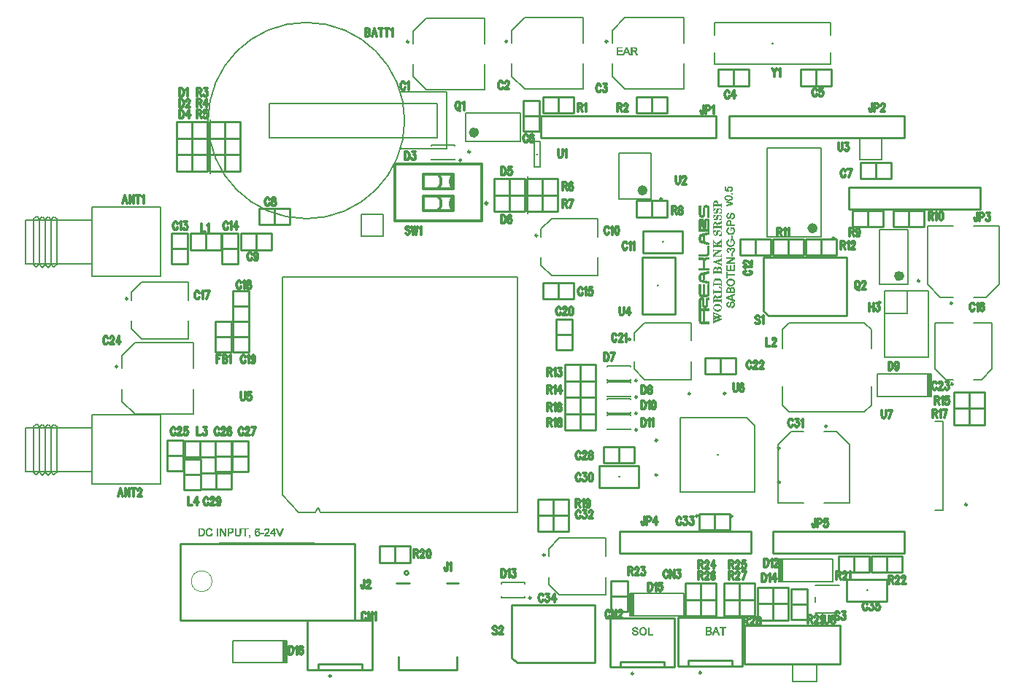
<source format=gto>
*
%LPD*%
%LNSABOTEN3G-ST*%
%FSLAX25Y25*%
%MOIN*%
%AD*%
%AD*%
%ADD11C,0.007870079*%
%ADD16C,0.023620079*%
%ADD27C,0.009840157*%
%ADD37C,0.008*%
%ADD38C,0.012*%
%ADD40C,0.01*%
%ADD44C,0.006*%
%ADD70C,0.007*%
%ADD100C,0.001*%
G54D100*
%SRX1Y1I0.0J0.0*%
G1X304274Y-142749D2*
G1X304226Y-142416D1*
G1X304131Y-142129D1*
G1X303990Y-141847D1*
G1X303759Y-141662D1*
G1X303524Y-141569D1*
G1X303292Y-141522D1*
G1X303012Y-141569D1*
G1X302781Y-141661D1*
G1X302598Y-141845D1*
G1X302456Y-142129D1*
G1X302359Y-142418D1*
G1X302262Y-142857D1*
G1X302259Y-142865D1*
G1X302162Y-143107D1*
G1X302114Y-143300D1*
G1X302113Y-143304D1*
G1X302064Y-143451D1*
G1X302039Y-143480D1*
G1X301948Y-143526D1*
G1X301855Y-143618D1*
G1X301832Y-143631D1*
G1X301636Y-143681D1*
G1X301611Y-143681D1*
G1X301415Y-143631D1*
G1X301397Y-143623D1*
G1X301201Y-143476D1*
G1X301184Y-143454D1*
G1X301086Y-143209D1*
G1X301083Y-143197D1*
G1X301034Y-142853D1*
G1X301033Y-142846D1*
G1X301034Y-142838D1*
G1X301083Y-142543D1*
G1X301086Y-142533D1*
G1X301184Y-142288D1*
G1X301195Y-142271D1*
G1X301392Y-142074D1*
G1X301419Y-142060D1*
G1X301672Y-142018D1*
G1X301672Y-141629D1*
G1X301441Y-141667D1*
G1X301210Y-141760D1*
G1X301026Y-141943D1*
G1X300884Y-142227D1*
G1X300789Y-142514D1*
G1X300741Y-142895D1*
G1X300789Y-143228D1*
G1X300884Y-143513D1*
G1X301025Y-143748D1*
G1X301210Y-143933D1*
G1X301441Y-144026D1*
G1X301673Y-144072D1*
G1X301902Y-144026D1*
G1X302085Y-143935D1*
G1X302222Y-143797D1*
G1X302510Y-143318D1*
G1X302754Y-142343D1*
G1X302757Y-142333D1*
G1X302856Y-142136D1*
G1X302873Y-142117D1*
G1X303020Y-142019D1*
G1X303029Y-142014D1*
G1X303275Y-141916D1*
G1X303293Y-141912D1*
G1X303441Y-141912D1*
G1X303463Y-141918D1*
G1X303659Y-142016D1*
G1X303672Y-142025D1*
G1X303771Y-142124D1*
G1X303780Y-142136D1*
G1X303878Y-142333D1*
G1X303882Y-142344D1*
G1X303980Y-142786D1*
G1X303982Y-142797D1*
G1X303982Y-143043D1*
G1X303978Y-143061D1*
G1X303880Y-143307D1*
G1X303873Y-143318D1*
G1X303726Y-143515D1*
G1X303721Y-143520D1*
G1X303574Y-143667D1*
G1X303557Y-143678D1*
G1X303312Y-143777D1*
G1X303303Y-143779D1*
G1X303098Y-143820D1*
G1X303098Y-144213D1*
G1X303378Y-144173D1*
G1X303709Y-144031D1*
G1X303943Y-143843D1*
G1X304131Y-143562D1*
G1X304226Y-143181D1*
G1X304274Y-142749D1*
G1X304225Y-138010D2*
G1X300790Y-139394D1*
G1X300790Y-139866D1*
G1X304225Y-141250D1*
G1X304225Y-140819D1*
G1X303178Y-140438D1*
G1X303145Y-140391D1*
G1X303145Y-138869D1*
G1X303178Y-138822D1*
G1X304225Y-138441D1*
G1X304225Y-138010D1*
G1X302852Y-139016D2*
G1X302852Y-140244D1*
G1X302784Y-140290D1*
G1X301753Y-139898D1*
G1X301115Y-139652D1*
G1X301119Y-139557D1*
G1X301461Y-139460D1*
G1X301852Y-139313D1*
G1X302785Y-138969D1*
G1X302852Y-139016D1*
G1X304225Y-135878D2*
G1X304179Y-135644D1*
G1X303986Y-135260D1*
G1X303897Y-135126D1*
G1X303715Y-135035D1*
G1X303480Y-134941D1*
G1X303249Y-134941D1*
G1X303017Y-134987D1*
G1X302784Y-135127D1*
G1X302598Y-135313D1*
G1X302454Y-135601D1*
G1X302366Y-135604D1*
G1X302224Y-135367D1*
G1X302039Y-135228D1*
G1X301852Y-135135D1*
G1X301671Y-135090D1*
G1X301441Y-135136D1*
G1X301206Y-135230D1*
G1X301023Y-135367D1*
G1X300885Y-135597D1*
G1X300838Y-135832D1*
G1X300790Y-136220D1*
G1X300790Y-137493D1*
G1X304225Y-137493D1*
G1X304225Y-135878D1*
G1X303932Y-135873D2*
G1X303932Y-137052D1*
G1X303882Y-137102D1*
G1X302655Y-137102D1*
G1X302605Y-137052D1*
G1X302605Y-135971D1*
G1X302606Y-135959D1*
G1X302655Y-135763D1*
G1X302666Y-135743D1*
G1X302911Y-135448D1*
G1X302922Y-135439D1*
G1X303069Y-135340D1*
G1X303097Y-135332D1*
G1X303293Y-135332D1*
G1X303301Y-135333D1*
G1X303596Y-135382D1*
G1X303623Y-135396D1*
G1X303820Y-135592D1*
G1X303831Y-135609D1*
G1X303929Y-135855D1*
G1X303932Y-135873D1*
G1X302312Y-136070D2*
G1X302312Y-137052D1*
G1X302262Y-137102D1*
G1X301132Y-137102D1*
G1X301082Y-137052D1*
G1X301082Y-136070D1*
G1X301083Y-136060D1*
G1X301133Y-135814D1*
G1X301146Y-135789D1*
G1X301343Y-135592D1*
G1X301364Y-135580D1*
G1X301708Y-135481D1*
G1X301722Y-135479D1*
G1X301869Y-135479D1*
G1X301897Y-135488D1*
G1X302044Y-135586D1*
G1X302055Y-135596D1*
G1X302252Y-135842D1*
G1X302261Y-135861D1*
G1X302310Y-136057D1*
G1X302312Y-136070D1*
G1X304274Y-132730D2*
G1X304226Y-132300D1*
G1X304084Y-131921D1*
G1X303798Y-131587D1*
G1X303465Y-131301D1*
G1X303037Y-131159D1*
G1X302508Y-131111D1*
G1X302027Y-131159D1*
G1X301597Y-131302D1*
G1X301265Y-131540D1*
G1X300979Y-131873D1*
G1X300788Y-132302D1*
G1X300741Y-132729D1*
G1X300789Y-133064D1*
G1X300884Y-133398D1*
G1X301026Y-133635D1*
G1X301217Y-133874D1*
G1X301504Y-134112D1*
G1X301786Y-134253D1*
G1X302557Y-134350D1*
G1X302988Y-134302D1*
G1X303418Y-134158D1*
G1X303750Y-133921D1*
G1X304036Y-133587D1*
G1X304227Y-133159D1*
G1X304274Y-132730D1*
G1X303980Y-132741D2*
G1X303882Y-133183D1*
G1X303876Y-133199D1*
G1X303630Y-133592D1*
G1X303612Y-133609D1*
G1X303170Y-133854D1*
G1X303154Y-133860D1*
G1X302565Y-133958D1*
G1X302557Y-133959D1*
G1X302213Y-133959D1*
G1X302199Y-133957D1*
G1X301855Y-133859D1*
G1X301851Y-133857D1*
G1X301605Y-133759D1*
G1X301594Y-133752D1*
G1X301397Y-133605D1*
G1X301385Y-133592D1*
G1X301139Y-133199D1*
G1X301133Y-133183D1*
G1X301035Y-132741D1*
G1X301033Y-132730D1*
G1X301034Y-132723D1*
G1X301083Y-132379D1*
G1X301088Y-132364D1*
G1X301235Y-132070D1*
G1X301241Y-132061D1*
G1X301437Y-131815D1*
G1X301454Y-131802D1*
G1X301749Y-131654D1*
G1X301757Y-131651D1*
G1X302101Y-131553D1*
G1X302108Y-131551D1*
G1X302501Y-131502D1*
G1X302516Y-131502D1*
G1X303105Y-131601D1*
G1X303119Y-131605D1*
G1X303610Y-131851D1*
G1X303629Y-131866D1*
G1X303874Y-132210D1*
G1X303882Y-132229D1*
G1X303981Y-132720D1*
G1X303980Y-132741D1*
G1X304225Y-129097D2*
G1X301132Y-129097D1*
G1X301082Y-129047D1*
G1X301082Y-127919D1*
G1X300790Y-127919D1*
G1X300790Y-130667D1*
G1X301082Y-130667D1*
G1X301082Y-129538D1*
G1X301132Y-129488D1*
G1X304225Y-129488D1*
G1X304225Y-129097D1*
G1X304225Y-124776D2*
G1X303932Y-124776D1*
G1X303932Y-126887D1*
G1X303882Y-126937D1*
G1X302655Y-126937D1*
G1X302605Y-126887D1*
G1X302605Y-125021D1*
G1X302312Y-125021D1*
G1X302312Y-126887D1*
G1X302262Y-126937D1*
G1X301132Y-126937D1*
G1X301082Y-126887D1*
G1X301082Y-124874D1*
G1X300790Y-124874D1*
G1X300790Y-127328D1*
G1X304225Y-127328D1*
G1X304225Y-124776D1*
G1X304225Y-121387D2*
G1X300790Y-121387D1*
G1X300790Y-121778D1*
G1X303391Y-121778D1*
G1X303419Y-121870D1*
G1X300790Y-123574D1*
G1X300790Y-124037D1*
G1X304225Y-124037D1*
G1X304225Y-123646D1*
G1X301624Y-123646D1*
G1X301596Y-123554D1*
G1X304225Y-121850D1*
G1X304225Y-121387D1*
G1X304274Y-118000D2*
G1X304179Y-117525D1*
G1X303993Y-117199D1*
G1X303617Y-116964D1*
G1X303241Y-116870D1*
G1X302917Y-116917D1*
G1X302686Y-117056D1*
G1X302502Y-117239D1*
G1X302408Y-117523D1*
G1X302320Y-117537D1*
G1X302036Y-117158D1*
G1X301671Y-117067D1*
G1X301210Y-117159D1*
G1X300931Y-117532D1*
G1X300837Y-117767D1*
G1X300790Y-118000D1*
G1X300837Y-118373D1*
G1X301021Y-118650D1*
G1X301303Y-118837D1*
G1X301630Y-118960D1*
G1X301668Y-118620D1*
G1X301458Y-118536D1*
G1X301454Y-118534D1*
G1X301257Y-118436D1*
G1X301235Y-118413D1*
G1X301137Y-118217D1*
G1X301133Y-118207D1*
G1X301084Y-118010D1*
G1X301083Y-117988D1*
G1X301133Y-117743D1*
G1X301140Y-117725D1*
G1X301238Y-117578D1*
G1X301257Y-117561D1*
G1X301454Y-117462D1*
G1X301464Y-117459D1*
G1X301661Y-117409D1*
G1X301682Y-117409D1*
G1X301928Y-117458D1*
G1X301954Y-117472D1*
G1X302101Y-117619D1*
G1X302106Y-117624D1*
G1X302253Y-117821D1*
G1X302263Y-117851D1*
G1X302263Y-118150D1*
G1X302545Y-118186D1*
G1X302507Y-117957D1*
G1X302507Y-117941D1*
G1X302556Y-117646D1*
G1X302566Y-117624D1*
G1X302713Y-117428D1*
G1X302723Y-117418D1*
G1X302919Y-117271D1*
G1X302941Y-117261D1*
G1X303236Y-117212D1*
G1X303254Y-117213D1*
G1X303499Y-117262D1*
G1X303515Y-117268D1*
G1X303761Y-117415D1*
G1X303775Y-117428D1*
G1X303922Y-117624D1*
G1X303932Y-117646D1*
G1X303981Y-117941D1*
G1X303982Y-117949D1*
G1X303981Y-117959D1*
G1X303932Y-118204D1*
G1X303927Y-118217D1*
G1X303829Y-118413D1*
G1X303814Y-118431D1*
G1X303618Y-118578D1*
G1X303604Y-118586D1*
G1X303347Y-118671D1*
G1X303386Y-119016D1*
G1X303714Y-118934D1*
G1X304041Y-118700D1*
G1X304227Y-118375D1*
G1X304274Y-118000D1*
G1X303194Y-119521D2*
G1X302901Y-119521D1*
G1X302901Y-120747D1*
G1X303194Y-120747D1*
G1X303194Y-119521D1*
G1X304274Y-114512D2*
G1X304226Y-114129D1*
G1X304130Y-113791D1*
G1X303985Y-113406D1*
G1X303759Y-113088D1*
G1X302508Y-113088D1*
G1X302508Y-114511D1*
G1X302801Y-114511D1*
G1X302801Y-113529D1*
G1X302851Y-113479D1*
G1X303539Y-113479D1*
G1X303579Y-113499D1*
G1X303726Y-113696D1*
G1X303729Y-113700D1*
G1X303876Y-113946D1*
G1X303883Y-113963D1*
G1X303981Y-114552D1*
G1X303982Y-114561D1*
G1X303981Y-114568D1*
G1X303932Y-114911D1*
G1X303930Y-114920D1*
G1X303832Y-115215D1*
G1X303826Y-115227D1*
G1X303629Y-115521D1*
G1X303616Y-115535D1*
G1X303321Y-115732D1*
G1X303307Y-115738D1*
G1X302963Y-115836D1*
G1X302955Y-115838D1*
G1X302513Y-115887D1*
G1X302501Y-115887D1*
G1X302108Y-115838D1*
G1X302101Y-115836D1*
G1X301757Y-115738D1*
G1X301746Y-115734D1*
G1X301402Y-115537D1*
G1X301385Y-115520D1*
G1X301139Y-115127D1*
G1X301132Y-115110D1*
G1X301034Y-114570D1*
G1X301033Y-114561D1*
G1X301034Y-114551D1*
G1X301133Y-114060D1*
G1X301137Y-114047D1*
G1X301235Y-113851D1*
G1X301244Y-113838D1*
G1X301392Y-113690D1*
G1X301405Y-113681D1*
G1X301763Y-113502D1*
G1X301685Y-113152D1*
G1X301451Y-113230D1*
G1X301215Y-113419D1*
G1X301026Y-113608D1*
G1X300884Y-113892D1*
G1X300789Y-114179D1*
G1X300741Y-114561D1*
G1X300789Y-115041D1*
G1X300931Y-115469D1*
G1X301216Y-115801D1*
G1X301598Y-116087D1*
G1X302027Y-116230D1*
G1X302508Y-116278D1*
G1X303037Y-116230D1*
G1X303465Y-116088D1*
G1X303797Y-115803D1*
G1X304083Y-115421D1*
G1X304226Y-114992D1*
G1X304274Y-114512D1*
G1X303194Y-111320D2*
G1X302901Y-111320D1*
G1X302901Y-112546D1*
G1X303194Y-112546D1*
G1X303194Y-111320D1*
G1X304274Y-109061D2*
G1X304226Y-108678D1*
G1X304130Y-108340D1*
G1X303985Y-107955D1*
G1X303759Y-107637D1*
G1X302508Y-107637D1*
G1X302508Y-109060D1*
G1X302801Y-109060D1*
G1X302801Y-108078D1*
G1X302851Y-108028D1*
G1X303539Y-108028D1*
G1X303579Y-108048D1*
G1X303726Y-108245D1*
G1X303729Y-108249D1*
G1X303876Y-108495D1*
G1X303883Y-108512D1*
G1X303981Y-109102D1*
G1X303982Y-109110D1*
G1X303981Y-109117D1*
G1X303932Y-109461D1*
G1X303930Y-109469D1*
G1X303832Y-109764D1*
G1X303826Y-109776D1*
G1X303629Y-110071D1*
G1X303616Y-110084D1*
G1X303321Y-110281D1*
G1X303307Y-110287D1*
G1X302963Y-110386D1*
G1X302955Y-110387D1*
G1X302513Y-110436D1*
G1X302501Y-110436D1*
G1X302108Y-110387D1*
G1X302101Y-110386D1*
G1X301757Y-110287D1*
G1X301746Y-110283D1*
G1X301402Y-110086D1*
G1X301385Y-110069D1*
G1X301139Y-109676D1*
G1X301132Y-109659D1*
G1X301034Y-109119D1*
G1X301033Y-109110D1*
G1X301034Y-109100D1*
G1X301133Y-108609D1*
G1X301137Y-108596D1*
G1X301235Y-108400D1*
G1X301244Y-108387D1*
G1X301392Y-108240D1*
G1X301405Y-108230D1*
G1X301763Y-108051D1*
G1X301685Y-107701D1*
G1X301451Y-107779D1*
G1X301215Y-107969D1*
G1X301026Y-108157D1*
G1X300884Y-108441D1*
G1X300789Y-108728D1*
G1X300741Y-109110D1*
G1X300789Y-109590D1*
G1X300931Y-110018D1*
G1X301216Y-110350D1*
G1X301598Y-110636D1*
G1X302027Y-110779D1*
G1X302508Y-110827D1*
G1X303037Y-110779D1*
G1X303465Y-110637D1*
G1X303797Y-110352D1*
G1X304083Y-109970D1*
G1X304226Y-109541D1*
G1X304274Y-109061D1*
G1X304225Y-106459D2*
G1X302802Y-106459D1*
G1X302752Y-106409D1*
G1X302752Y-105186D1*
G1X302705Y-104950D1*
G1X302612Y-104718D1*
G1X302475Y-104581D1*
G1X302145Y-104345D1*
G1X301768Y-104298D1*
G1X301535Y-104298D1*
G1X301305Y-104390D1*
G1X301116Y-104532D1*
G1X300980Y-104668D1*
G1X300837Y-105097D1*
G1X300790Y-105286D1*
G1X300790Y-106850D1*
G1X304225Y-106850D1*
G1X304225Y-106459D1*
G1X302459Y-105525D2*
G1X302459Y-106409D1*
G1X302409Y-106459D1*
G1X301132Y-106459D1*
G1X301082Y-106409D1*
G1X301082Y-105279D1*
G1X301085Y-105264D1*
G1X301183Y-104969D1*
G1X301195Y-104949D1*
G1X301343Y-104802D1*
G1X301356Y-104793D1*
G1X301552Y-104694D1*
G1X301574Y-104689D1*
G1X301771Y-104689D1*
G1X301781Y-104690D1*
G1X302026Y-104739D1*
G1X302042Y-104745D1*
G1X302288Y-104893D1*
G1X302308Y-104917D1*
G1X302407Y-105163D1*
G1X302410Y-105174D1*
G1X302459Y-105518D1*
G1X302459Y-105525D1*
G1X304274Y-102236D2*
G1X304226Y-101903D1*
G1X304131Y-101616D1*
G1X303990Y-101334D1*
G1X303759Y-101149D1*
G1X303524Y-101055D1*
G1X303292Y-101009D1*
G1X303012Y-101056D1*
G1X302781Y-101148D1*
G1X302598Y-101331D1*
G1X302456Y-101616D1*
G1X302359Y-101904D1*
G1X302262Y-102344D1*
G1X302259Y-102352D1*
G1X302162Y-102594D1*
G1X302114Y-102787D1*
G1X302113Y-102791D1*
G1X302064Y-102938D1*
G1X302039Y-102967D1*
G1X301948Y-103012D1*
G1X301855Y-103105D1*
G1X301832Y-103118D1*
G1X301636Y-103167D1*
G1X301611Y-103167D1*
G1X301415Y-103118D1*
G1X301397Y-103110D1*
G1X301201Y-102962D1*
G1X301184Y-102941D1*
G1X301086Y-102695D1*
G1X301083Y-102684D1*
G1X301034Y-102340D1*
G1X301033Y-102333D1*
G1X301034Y-102325D1*
G1X301083Y-102030D1*
G1X301086Y-102020D1*
G1X301184Y-101774D1*
G1X301195Y-101757D1*
G1X301392Y-101561D1*
G1X301419Y-101547D1*
G1X301672Y-101505D1*
G1X301672Y-101115D1*
G1X301441Y-101154D1*
G1X301210Y-101246D1*
G1X301026Y-101430D1*
G1X300884Y-101714D1*
G1X300789Y-102000D1*
G1X300741Y-102382D1*
G1X300789Y-102714D1*
G1X300884Y-102999D1*
G1X301025Y-103235D1*
G1X301210Y-103420D1*
G1X301441Y-103513D1*
G1X301673Y-103559D1*
G1X301902Y-103513D1*
G1X302085Y-103421D1*
G1X302222Y-103284D1*
G1X302510Y-102805D1*
G1X302754Y-101830D1*
G1X302757Y-101820D1*
G1X302856Y-101623D1*
G1X302873Y-101604D1*
G1X303020Y-101506D1*
G1X303029Y-101501D1*
G1X303275Y-101403D1*
G1X303293Y-101399D1*
G1X303441Y-101399D1*
G1X303463Y-101404D1*
G1X303659Y-101503D1*
G1X303672Y-101512D1*
G1X303771Y-101610D1*
G1X303780Y-101623D1*
G1X303878Y-101820D1*
G1X303882Y-101831D1*
G1X303980Y-102273D1*
G1X303982Y-102284D1*
G1X303982Y-102529D1*
G1X303978Y-102548D1*
G1X303880Y-102793D1*
G1X303873Y-102805D1*
G1X303726Y-103001D1*
G1X303721Y-103007D1*
G1X303574Y-103154D1*
G1X303557Y-103165D1*
G1X303312Y-103263D1*
G1X303303Y-103266D1*
G1X303098Y-103307D1*
G1X303098Y-103699D1*
G1X303378Y-103659D1*
G1X303709Y-103517D1*
G1X303943Y-103330D1*
G1X304131Y-103049D1*
G1X304226Y-102668D1*
G1X304274Y-102236D1*
G1X303225Y-96478D2*
G1X300772Y-95629D1*
G1X300772Y-96013D1*
G1X302308Y-96493D1*
G1X302312Y-96495D1*
G1X302553Y-96591D1*
G1X302794Y-96639D1*
G1X302801Y-96735D1*
G1X302261Y-96932D1*
G1X302259Y-96932D1*
G1X300772Y-97412D1*
G1X300772Y-97795D1*
G1X303225Y-96899D1*
G1X303225Y-96478D1*
G1X300352Y-290430D2*
G1X297604Y-290430D1*
G1X297604Y-290723D1*
G1X298732Y-290723D1*
G1X298782Y-290773D1*
G1X298782Y-293866D1*
G1X299174Y-293866D1*
G1X299174Y-290773D1*
G1X299224Y-290723D1*
G1X300352Y-290723D1*
G1X300352Y-290430D1*
G1X303274Y-94133D2*
G1X303227Y-93806D1*
G1X303088Y-93529D1*
G1X302857Y-93343D1*
G1X302523Y-93200D1*
G1X302089Y-93104D1*
G1X301554Y-93055D1*
G1X301073Y-93055D1*
G1X300737Y-93151D1*
G1X300206Y-93344D1*
G1X300021Y-93483D1*
G1X299885Y-93665D1*
G1X299790Y-94136D1*
G1X299837Y-94463D1*
G1X299976Y-94741D1*
G1X300208Y-94926D1*
G1X300541Y-95069D1*
G1X300975Y-95166D1*
G1X301559Y-95214D1*
G1X301992Y-95214D1*
G1X302378Y-95118D1*
G1X302715Y-95022D1*
G1X302946Y-94883D1*
G1X303180Y-94556D1*
G1X303274Y-94133D1*
G1X302981Y-94145D2*
G1X302932Y-94390D1*
G1X302922Y-94412D1*
G1X302725Y-94657D1*
G1X302708Y-94671D1*
G1X302512Y-94769D1*
G1X302499Y-94773D1*
G1X302254Y-94822D1*
G1X302252Y-94822D1*
G1X301958Y-94872D1*
G1X301949Y-94872D1*
G1X301164Y-94872D1*
G1X301157Y-94872D1*
G1X300813Y-94823D1*
G1X300810Y-94822D1*
G1X300565Y-94773D1*
G1X300552Y-94769D1*
G1X300356Y-94671D1*
G1X300339Y-94657D1*
G1X300143Y-94412D1*
G1X300133Y-94390D1*
G1X300083Y-94145D1*
G1X300082Y-94135D1*
G1X300083Y-94127D1*
G1X300132Y-93832D1*
G1X300150Y-93801D1*
G1X300396Y-93605D1*
G1X300399Y-93602D1*
G1X300547Y-93504D1*
G1X300565Y-93496D1*
G1X300810Y-93447D1*
G1X300813Y-93447D1*
G1X301157Y-93398D1*
G1X301164Y-93397D1*
G1X301949Y-93397D1*
G1X301958Y-93398D1*
G1X302252Y-93447D1*
G1X302254Y-93447D1*
G1X302499Y-93496D1*
G1X302512Y-93501D1*
G1X302708Y-93599D1*
G1X302725Y-93612D1*
G1X302922Y-93858D1*
G1X302932Y-93879D1*
G1X302981Y-94125D1*
G1X302981Y-94145D1*
G1X303225Y-91926D2*
G1X302883Y-91926D1*
G1X302883Y-92268D1*
G1X303225Y-92268D1*
G1X303225Y-91926D1*
G1X303274Y-90060D2*
G1X303226Y-89773D1*
G1X303179Y-89540D1*
G1X303041Y-89355D1*
G1X302852Y-89166D1*
G1X302523Y-88978D1*
G1X302048Y-88931D1*
G1X301624Y-88978D1*
G1X301298Y-89211D1*
G1X301063Y-89540D1*
G1X300969Y-89914D1*
G1X301015Y-90237D1*
G1X301205Y-90522D1*
G1X301156Y-90599D1*
G1X300223Y-90452D1*
G1X300181Y-90403D1*
G1X300181Y-89127D1*
G1X299839Y-89127D1*
G1X299839Y-90705D1*
G1X301562Y-91031D1*
G1X301602Y-90667D1*
G1X301374Y-90438D1*
G1X301361Y-90416D1*
G1X301263Y-90073D1*
G1X301261Y-90059D1*
G1X301262Y-90052D1*
G1X301311Y-89708D1*
G1X301320Y-89685D1*
G1X301467Y-89489D1*
G1X301482Y-89476D1*
G1X301727Y-89328D1*
G1X301746Y-89322D1*
G1X302090Y-89273D1*
G1X302104Y-89273D1*
G1X302448Y-89322D1*
G1X302466Y-89328D1*
G1X302712Y-89476D1*
G1X302721Y-89483D1*
G1X302918Y-89680D1*
G1X302932Y-89708D1*
G1X302981Y-90052D1*
G1X302982Y-90059D1*
G1X302981Y-90069D1*
G1X302932Y-90314D1*
G1X302927Y-90327D1*
G1X302829Y-90523D1*
G1X302807Y-90546D1*
G1X302610Y-90644D1*
G1X302604Y-90646D1*
G1X302347Y-90732D1*
G1X302386Y-91077D1*
G1X302714Y-90995D1*
G1X303041Y-90761D1*
G1X303227Y-90436D1*
G1X303274Y-90060D1*
G1X297382Y-293866D2*
G1X295998Y-290430D1*
G1X295525Y-290430D1*
G1X294141Y-293866D1*
G1X294572Y-293866D1*
G1X294953Y-292819D1*
G1X295000Y-292786D1*
G1X296523Y-292786D1*
G1X296570Y-292819D1*
G1X296951Y-293866D1*
G1X297382Y-293866D1*
G1X296375Y-292493D2*
G1X295148Y-292493D1*
G1X295101Y-292425D1*
G1X295494Y-291394D1*
G1X295739Y-290755D1*
G1X295834Y-290759D1*
G1X295932Y-291101D1*
G1X296078Y-291492D1*
G1X296422Y-292425D1*
G1X296375Y-292493D1*
G1X298280Y-148055D2*
G1X294817Y-146756D1*
G1X294784Y-146709D1*
G1X294784Y-146377D1*
G1X294775Y-146377D1*
G1X294775Y-147315D1*
G1X294784Y-147315D1*
G1X294784Y-146873D1*
G1X294851Y-146826D1*
G1X297473Y-147755D1*
G1X297476Y-147847D1*
G1X295892Y-148557D1*
G1X295853Y-148558D1*
G1X294815Y-148121D1*
G1X294784Y-148075D1*
G1X294784Y-147742D1*
G1X294775Y-147742D1*
G1X294775Y-151357D1*
G1X294784Y-151357D1*
G1X294784Y-151024D1*
G1X294815Y-150978D1*
G1X298280Y-149571D1*
G1X298280Y-149529D1*
G1X296619Y-148886D1*
G1X296617Y-148793D1*
G1X298280Y-148096D1*
G1X298280Y-148055D1*
G1X297475Y-149323D2*
G1X294853Y-150415D1*
G1X294784Y-150369D1*
G1X294784Y-149604D1*
G1X294814Y-149558D1*
G1X296453Y-148848D1*
G1X296491Y-148848D1*
G1X297474Y-149230D1*
G1X297475Y-149323D1*
G1X295728Y-148612D2*
G1X294854Y-148995D1*
G1X294784Y-148949D1*
G1X294784Y-148239D1*
G1X294852Y-148192D1*
G1X295726Y-148520D1*
G1X295728Y-148612D1*
G1X298279Y-144253D2*
G1X298226Y-143988D1*
G1X298226Y-143986D1*
G1X298174Y-143672D1*
G1X297748Y-143140D1*
G1X297484Y-142928D1*
G1X297167Y-142770D1*
G1X296848Y-142717D1*
G1X296473Y-142663D1*
G1X295835Y-142770D1*
G1X295571Y-142928D1*
G1X295251Y-143142D1*
G1X295039Y-143406D1*
G1X294879Y-143673D1*
G1X294862Y-143716D1*
G1X295017Y-143560D1*
G1X295034Y-143549D1*
G1X295307Y-143440D1*
G1X295310Y-143439D1*
G1X295474Y-143385D1*
G1X295478Y-143383D1*
G1X295696Y-143329D1*
G1X295708Y-143327D1*
G1X297074Y-143327D1*
G1X297083Y-143328D1*
G1X297352Y-143382D1*
G1X297565Y-143382D1*
G1X297588Y-143387D1*
G1X297915Y-143551D1*
G1X297923Y-143556D1*
G1X298141Y-143720D1*
G1X298161Y-143750D1*
G1X298270Y-144296D1*
G1X298271Y-144306D1*
G1X298270Y-144314D1*
G1X298215Y-144642D1*
G1X298209Y-144659D1*
G1X298045Y-144932D1*
G1X298028Y-144950D1*
G1X297755Y-145113D1*
G1X297739Y-145120D1*
G1X297466Y-145174D1*
G1X297463Y-145175D1*
G1X297081Y-145229D1*
G1X297074Y-145230D1*
G1X295817Y-145230D1*
G1X295805Y-145228D1*
G1X295368Y-145119D1*
G1X295362Y-145117D1*
G1X295089Y-145008D1*
G1X295072Y-144997D1*
G1X294908Y-144833D1*
G1X294897Y-144816D1*
G1X294788Y-144543D1*
G1X294785Y-144534D1*
G1X294731Y-144261D1*
G1X294731Y-144239D1*
G1X294785Y-144022D1*
G1X294831Y-143792D1*
G1X294773Y-143937D1*
G1X294721Y-144251D1*
G1X294774Y-144567D1*
G1X294880Y-144886D1*
G1X295039Y-145151D1*
G1X295252Y-145417D1*
G1X295517Y-145629D1*
G1X295832Y-145787D1*
G1X296207Y-145840D1*
G1X296208Y-145841D1*
G1X296527Y-145894D1*
G1X297165Y-145788D1*
G1X297429Y-145629D1*
G1X297750Y-145416D1*
G1X297961Y-145151D1*
G1X298121Y-144884D1*
G1X298227Y-144621D1*
G1X298279Y-144253D1*
G1X298280Y-138843D2*
G1X298269Y-138748D1*
G1X298243Y-138779D1*
G1X298137Y-138832D1*
G1X297975Y-138940D1*
G1X297948Y-138948D1*
G1X297677Y-138948D1*
G1X297147Y-139001D1*
G1X296782Y-139261D1*
G1X296572Y-139577D1*
G1X296410Y-140008D1*
G1X296359Y-140041D1*
G1X296359Y-140045D1*
G1X296359Y-140755D1*
G1X296309Y-140805D1*
G1X294834Y-140805D1*
G1X294784Y-140755D1*
G1X294784Y-140209D1*
G1X294785Y-140201D1*
G1X294839Y-139873D1*
G1X294841Y-139866D1*
G1X294896Y-139702D1*
G1X294921Y-139673D1*
G1X295028Y-139620D1*
G1X295189Y-139512D1*
G1X295217Y-139504D1*
G1X295817Y-139504D1*
G1X295840Y-139509D1*
G1X296058Y-139618D1*
G1X296064Y-139621D1*
G1X296227Y-139731D1*
G1X296244Y-139750D1*
G1X296278Y-139817D1*
G1X296207Y-139462D1*
G1X295996Y-139093D1*
G1X295793Y-138890D1*
G1X295544Y-138840D1*
G1X295288Y-138891D1*
G1X295086Y-138992D1*
G1X294932Y-139198D1*
G1X294827Y-139406D1*
G1X294775Y-139668D1*
G1X294775Y-141907D1*
G1X294784Y-141907D1*
G1X294784Y-141411D1*
G1X294834Y-141361D1*
G1X298166Y-141361D1*
G1X298216Y-141411D1*
G1X298216Y-141907D1*
G1X298225Y-141907D1*
G1X298225Y-140259D1*
G1X298216Y-140259D1*
G1X298216Y-140755D1*
G1X298166Y-140805D1*
G1X296418Y-140805D1*
G1X296368Y-140755D1*
G1X296368Y-140428D1*
G1X296369Y-140421D1*
G1X296423Y-140038D1*
G1X296433Y-140015D1*
G1X296597Y-139797D1*
G1X296618Y-139781D1*
G1X296891Y-139671D1*
G1X296898Y-139669D1*
G1X297116Y-139615D1*
G1X297128Y-139613D1*
G1X297614Y-139613D1*
G1X297823Y-139561D1*
G1X298077Y-139459D1*
G1X298227Y-139209D1*
G1X298280Y-138843D1*
G1X298231Y-138405D2*
G1X298231Y-138402D1*
G1X298230Y-138402D1*
G1X298231Y-138405D1*
G1X298225Y-134956D2*
G1X297178Y-134857D1*
G1X297178Y-134870D1*
G1X297411Y-134917D1*
G1X297420Y-134919D1*
G1X297693Y-135028D1*
G1X297700Y-135032D1*
G1X297973Y-135196D1*
G1X297989Y-135211D1*
G1X298098Y-135375D1*
G1X298102Y-135380D1*
G1X298156Y-135489D1*
G1X298161Y-135505D1*
G1X298216Y-135887D1*
G1X298216Y-135894D1*
G1X298216Y-136713D1*
G1X298166Y-136763D1*
G1X294834Y-136763D1*
G1X294784Y-136713D1*
G1X294784Y-136163D1*
G1X294775Y-136163D1*
G1X294775Y-137865D1*
G1X294784Y-137865D1*
G1X294784Y-137369D1*
G1X294834Y-137319D1*
G1X298166Y-137319D1*
G1X298216Y-137369D1*
G1X298216Y-137865D1*
G1X298225Y-137865D1*
G1X298225Y-134956D1*
G1X298225Y-132729D2*
G1X298216Y-132636D1*
G1X298216Y-133163D1*
G1X298166Y-133213D1*
G1X294834Y-133213D1*
G1X294784Y-133163D1*
G1X294784Y-132591D1*
G1X294775Y-132674D1*
G1X294775Y-134315D1*
G1X294784Y-134315D1*
G1X294784Y-133819D1*
G1X294834Y-133769D1*
G1X298166Y-133769D1*
G1X298216Y-133819D1*
G1X298216Y-134315D1*
G1X298225Y-134315D1*
G1X298225Y-132729D1*
G1X298225Y-126669D2*
G1X298119Y-126244D1*
G1X298014Y-126034D1*
G1X297858Y-125826D1*
G1X297704Y-125723D1*
G1X297499Y-125621D1*
G1X297296Y-125621D1*
G1X296985Y-125672D1*
G1X296732Y-125875D1*
G1X296575Y-126243D1*
G1X296411Y-126787D1*
G1X296315Y-126783D1*
G1X296207Y-126298D1*
G1X296051Y-125985D1*
G1X295796Y-125781D1*
G1X295547Y-125731D1*
G1X295239Y-125834D1*
G1X295085Y-125937D1*
G1X294933Y-126088D1*
G1X294829Y-126454D1*
G1X294775Y-126993D1*
G1X294775Y-128798D1*
G1X294784Y-128798D1*
G1X294784Y-128302D1*
G1X294834Y-128252D1*
G1X298166Y-128252D1*
G1X298216Y-128302D1*
G1X298216Y-128798D1*
G1X298225Y-128798D1*
G1X298225Y-126669D1*
G1X298216Y-126936D2*
G1X298216Y-127646D1*
G1X298166Y-127696D1*
G1X296418Y-127696D1*
G1X296368Y-127646D1*
G1X296368Y-127155D1*
G1X296369Y-127148D1*
G1X296423Y-126765D1*
G1X296430Y-126747D1*
G1X296594Y-126473D1*
G1X296618Y-126453D1*
G1X296891Y-126344D1*
G1X296903Y-126340D1*
G1X297285Y-126286D1*
G1X297292Y-126285D1*
G1X297620Y-126285D1*
G1X297638Y-126289D1*
G1X297912Y-126398D1*
G1X297921Y-126403D1*
G1X298085Y-126512D1*
G1X298104Y-126538D1*
G1X298159Y-126702D1*
G1X298160Y-126706D1*
G1X298215Y-126924D1*
G1X298216Y-126936D1*
G1X296359Y-127155D2*
G1X296359Y-127646D1*
G1X296309Y-127696D1*
G1X294834Y-127696D1*
G1X294784Y-127646D1*
G1X294784Y-126936D1*
G1X294787Y-126920D1*
G1X294896Y-126593D1*
G1X294921Y-126564D1*
G1X295028Y-126510D1*
G1X295189Y-126403D1*
G1X295217Y-126395D1*
G1X295544Y-126395D1*
G1X295552Y-126395D1*
G1X295880Y-126450D1*
G1X295882Y-126450D1*
G1X296155Y-126505D1*
G1X296190Y-126531D1*
G1X296299Y-126750D1*
G1X296304Y-126765D1*
G1X296358Y-127148D1*
G1X296359Y-127155D1*
G1X298225Y-121579D2*
G1X298216Y-121579D1*
G1X298216Y-122020D1*
G1X298183Y-122067D1*
G1X294720Y-123312D1*
G1X294720Y-123351D1*
G1X298183Y-124595D1*
G1X298216Y-124642D1*
G1X298216Y-125084D1*
G1X298225Y-125084D1*
G1X298225Y-123873D1*
G1X298216Y-123873D1*
G1X298216Y-124478D1*
G1X298149Y-124525D1*
G1X297111Y-124143D1*
G1X297078Y-124096D1*
G1X297078Y-123058D1*
G1X297111Y-123011D1*
G1X298149Y-122629D1*
G1X298216Y-122676D1*
G1X298216Y-123172D1*
G1X298225Y-123172D1*
G1X298225Y-121579D1*
G1X297069Y-123058D2*
G1X297069Y-124096D1*
G1X297002Y-124143D1*
G1X295637Y-123651D1*
G1X295604Y-123604D1*
G1X295604Y-123550D1*
G1X295637Y-123503D1*
G1X297002Y-123011D1*
G1X297069Y-123058D1*
G1X298248Y-118083D2*
G1X294834Y-118083D1*
G1X294784Y-118033D1*
G1X294784Y-117537D1*
G1X294775Y-117537D1*
G1X294775Y-118638D1*
G1X294784Y-118638D1*
G1X294784Y-118142D1*
G1X294834Y-118092D1*
G1X297183Y-118092D1*
G1X297211Y-118183D1*
G1X294775Y-119862D1*
G1X294775Y-121096D1*
G1X294784Y-121096D1*
G1X294784Y-120600D1*
G1X294834Y-120550D1*
G1X298166Y-120550D1*
G1X298216Y-120600D1*
G1X298216Y-121096D1*
G1X298225Y-121096D1*
G1X298225Y-119995D1*
G1X298216Y-119995D1*
G1X298216Y-120491D1*
G1X298166Y-120541D1*
G1X294834Y-120541D1*
G1X294806Y-120450D1*
G1X298248Y-118083D1*
G1X298225Y-115133D2*
G1X298216Y-115133D1*
G1X298216Y-115629D1*
G1X298166Y-115679D1*
G1X294834Y-115679D1*
G1X294784Y-115629D1*
G1X294784Y-115133D1*
G1X294775Y-115133D1*
G1X294775Y-116781D1*
G1X294784Y-116781D1*
G1X294784Y-116285D1*
G1X294834Y-116235D1*
G1X298166Y-116235D1*
G1X298216Y-116285D1*
G1X298216Y-116781D1*
G1X298225Y-116781D1*
G1X298225Y-115133D1*
G1X298225Y-113112D2*
G1X298216Y-113112D1*
G1X298216Y-113390D1*
G1X298197Y-113429D1*
G1X296067Y-115122D1*
G1X296009Y-115125D1*
G1X296420Y-115509D1*
G1X298135Y-114116D1*
G1X298216Y-114155D1*
G1X298216Y-114760D1*
G1X298225Y-114760D1*
G1X298225Y-113112D1*
G1X298175Y-132230D2*
G1X298171Y-132189D1*
G1X298065Y-131817D1*
G1X297854Y-131447D1*
G1X297484Y-131130D1*
G1X297006Y-130918D1*
G1X296473Y-130865D1*
G1X295994Y-130918D1*
G1X295515Y-131131D1*
G1X295145Y-131395D1*
G1X294936Y-131762D1*
G1X294829Y-132189D1*
G1X294815Y-132311D1*
G1X294897Y-132107D1*
G1X294899Y-132103D1*
G1X295008Y-131884D1*
G1X295027Y-131864D1*
G1X295300Y-131700D1*
G1X295314Y-131694D1*
G1X295751Y-131585D1*
G1X295758Y-131584D1*
G1X296304Y-131529D1*
G1X296309Y-131529D1*
G1X296855Y-131529D1*
G1X296862Y-131530D1*
G1X297245Y-131584D1*
G1X297246Y-131584D1*
G1X297573Y-131639D1*
G1X297584Y-131642D1*
G1X297857Y-131751D1*
G1X297874Y-131762D1*
G1X298038Y-131926D1*
G1X298047Y-131939D1*
G1X298156Y-132158D1*
G1X298160Y-132168D1*
G1X298175Y-132230D1*
G1X298280Y-110112D2*
G1X298227Y-109640D1*
G1X297968Y-109277D1*
G1X297602Y-109067D1*
G1X297127Y-108962D1*
G1X296814Y-109014D1*
G1X296552Y-109119D1*
G1X296345Y-109274D1*
G1X296190Y-109481D1*
G1X296085Y-109796D1*
G1X296031Y-110174D1*
G1X296029Y-110181D1*
G1X295920Y-110563D1*
G1X295918Y-110568D1*
G1X295809Y-110841D1*
G1X295790Y-110864D1*
G1X295627Y-110974D1*
G1X295615Y-110979D1*
G1X295451Y-111034D1*
G1X295423Y-111035D1*
G1X295204Y-110980D1*
G1X295187Y-110972D1*
G1X294968Y-110808D1*
G1X294958Y-110798D1*
G1X294916Y-110741D1*
G1X295036Y-110952D1*
G1X295344Y-111157D1*
G1X295707Y-111209D1*
G1X295967Y-111157D1*
G1X296226Y-111053D1*
G1X296380Y-110899D1*
G1X296535Y-110693D1*
G1X296587Y-110378D1*
G1X296589Y-110372D1*
G1X296697Y-109993D1*
G1X296751Y-109614D1*
G1X296761Y-109591D1*
G1X296924Y-109373D1*
G1X296934Y-109363D1*
G1X297153Y-109199D1*
G1X297173Y-109190D1*
G1X297446Y-109135D1*
G1X297464Y-109135D1*
G1X297792Y-109189D1*
G1X297819Y-109203D1*
G1X298038Y-109422D1*
G1X298047Y-109435D1*
G1X298211Y-109763D1*
G1X298215Y-109775D1*
G1X298270Y-110048D1*
G1X298271Y-110058D1*
G1X298270Y-110066D1*
G1X298215Y-110394D1*
G1X298211Y-110408D1*
G1X298047Y-110736D1*
G1X298030Y-110755D1*
G1X297702Y-110974D1*
G1X297697Y-110977D1*
G1X297288Y-111181D1*
G1X297288Y-111210D1*
G1X298225Y-111210D1*
G1X298225Y-111168D1*
G1X298018Y-110909D1*
G1X298013Y-110853D1*
G1X298227Y-110478D1*
G1X298280Y-110112D1*
G1X295958Y-115078D2*
G1X294800Y-113972D1*
G1X294784Y-113936D1*
G1X294784Y-113440D1*
G1X294775Y-113440D1*
G1X294775Y-114705D1*
G1X294784Y-114705D1*
G1X294784Y-114100D1*
G1X294868Y-114063D1*
G1X295958Y-115078D1*
G1X298280Y-105141D2*
G1X298269Y-105046D1*
G1X298243Y-105078D1*
G1X298137Y-105131D1*
G1X297975Y-105238D1*
G1X297948Y-105247D1*
G1X297677Y-105247D1*
G1X297147Y-105300D1*
G1X296782Y-105560D1*
G1X296572Y-105875D1*
G1X296410Y-106307D1*
G1X296359Y-106339D1*
G1X296359Y-106344D1*
G1X296359Y-107054D1*
G1X296309Y-107104D1*
G1X294834Y-107104D1*
G1X294784Y-107054D1*
G1X294784Y-106508D1*
G1X294785Y-106499D1*
G1X294839Y-106172D1*
G1X294841Y-106164D1*
G1X294896Y-106000D1*
G1X294921Y-105971D1*
G1X295028Y-105918D1*
G1X295189Y-105811D1*
G1X295217Y-105802D1*
G1X295817Y-105802D1*
G1X295840Y-105807D1*
G1X296058Y-105917D1*
G1X296064Y-105920D1*
G1X296227Y-106029D1*
G1X296244Y-106048D1*
G1X296278Y-106115D1*
G1X296207Y-105761D1*
G1X295996Y-105391D1*
G1X295793Y-105188D1*
G1X295544Y-105138D1*
G1X295288Y-105190D1*
G1X295086Y-105291D1*
G1X294932Y-105496D1*
G1X294827Y-105705D1*
G1X294775Y-105966D1*
G1X294775Y-108205D1*
G1X294784Y-108205D1*
G1X294784Y-107709D1*
G1X294834Y-107659D1*
G1X298166Y-107659D1*
G1X298216Y-107709D1*
G1X298216Y-108205D1*
G1X298225Y-108205D1*
G1X298225Y-106558D1*
G1X298216Y-106558D1*
G1X298216Y-107054D1*
G1X298166Y-107104D1*
G1X296418Y-107104D1*
G1X296368Y-107054D1*
G1X296368Y-106726D1*
G1X296369Y-106719D1*
G1X296423Y-106337D1*
G1X296433Y-106314D1*
G1X296597Y-106095D1*
G1X296618Y-106079D1*
G1X296891Y-105970D1*
G1X296898Y-105967D1*
G1X297116Y-105913D1*
G1X297128Y-105911D1*
G1X297614Y-105911D1*
G1X297823Y-105859D1*
G1X298077Y-105757D1*
G1X298227Y-105507D1*
G1X298280Y-105141D1*
G1X298231Y-104704D2*
G1X298231Y-104700D1*
G1X298230Y-104700D1*
G1X298231Y-104704D1*
G1X295604Y-109179D2*
G1X294775Y-109179D1*
G1X294775Y-109214D1*
G1X294973Y-109363D1*
G1X294987Y-109427D1*
G1X294773Y-109801D1*
G1X294721Y-110165D1*
G1X294739Y-110234D1*
G1X294730Y-110174D1*
G1X294730Y-110167D1*
G1X294731Y-110157D1*
G1X294785Y-109884D1*
G1X294791Y-109868D1*
G1X294955Y-109595D1*
G1X294967Y-109582D1*
G1X295240Y-109364D1*
G1X295251Y-109357D1*
G1X295604Y-109206D1*
G1X295604Y-109179D1*
G1X298280Y-103011D2*
G1X298227Y-102539D1*
G1X297968Y-102176D1*
G1X297602Y-101967D1*
G1X297127Y-101861D1*
G1X296814Y-101913D1*
G1X296552Y-102018D1*
G1X296345Y-102174D1*
G1X296190Y-102380D1*
G1X296085Y-102696D1*
G1X296031Y-103073D1*
G1X296029Y-103080D1*
G1X295920Y-103463D1*
G1X295918Y-103467D1*
G1X295809Y-103740D1*
G1X295790Y-103763D1*
G1X295627Y-103873D1*
G1X295615Y-103879D1*
G1X295451Y-103933D1*
G1X295423Y-103934D1*
G1X295204Y-103880D1*
G1X295187Y-103871D1*
G1X294968Y-103707D1*
G1X294958Y-103697D1*
G1X294916Y-103641D1*
G1X295036Y-103851D1*
G1X295344Y-104056D1*
G1X295707Y-104108D1*
G1X295967Y-104056D1*
G1X296226Y-103952D1*
G1X296380Y-103798D1*
G1X296535Y-103592D1*
G1X296587Y-103277D1*
G1X296589Y-103271D1*
G1X296697Y-102892D1*
G1X296751Y-102513D1*
G1X296761Y-102490D1*
G1X296924Y-102272D1*
G1X296934Y-102262D1*
G1X297153Y-102098D1*
G1X297173Y-102089D1*
G1X297446Y-102034D1*
G1X297464Y-102034D1*
G1X297792Y-102089D1*
G1X297819Y-102102D1*
G1X298038Y-102321D1*
G1X298047Y-102334D1*
G1X298211Y-102662D1*
G1X298215Y-102674D1*
G1X298270Y-102947D1*
G1X298271Y-102957D1*
G1X298270Y-102965D1*
G1X298215Y-103293D1*
G1X298211Y-103307D1*
G1X298047Y-103635D1*
G1X298030Y-103654D1*
G1X297702Y-103873D1*
G1X297697Y-103876D1*
G1X297288Y-104081D1*
G1X297288Y-104109D1*
G1X298225Y-104109D1*
G1X298225Y-104067D1*
G1X298018Y-103808D1*
G1X298013Y-103752D1*
G1X298227Y-103378D1*
G1X298280Y-103011D1*
G1X298280Y-100061D2*
G1X298227Y-99589D1*
G1X297968Y-99226D1*
G1X297602Y-99017D1*
G1X297127Y-98911D1*
G1X296814Y-98964D1*
G1X296552Y-99068D1*
G1X296345Y-99224D1*
G1X296190Y-99430D1*
G1X296085Y-99746D1*
G1X296031Y-100124D1*
G1X296029Y-100131D1*
G1X295920Y-100513D1*
G1X295918Y-100518D1*
G1X295809Y-100791D1*
G1X295790Y-100814D1*
G1X295627Y-100923D1*
G1X295615Y-100929D1*
G1X295451Y-100984D1*
G1X295423Y-100985D1*
G1X295204Y-100930D1*
G1X295187Y-100922D1*
G1X294968Y-100758D1*
G1X294958Y-100748D1*
G1X294916Y-100691D1*
G1X295036Y-100901D1*
G1X295344Y-101107D1*
G1X295707Y-101159D1*
G1X295967Y-101107D1*
G1X296226Y-101003D1*
G1X296380Y-100849D1*
G1X296535Y-100643D1*
G1X296587Y-100327D1*
G1X296589Y-100322D1*
G1X296697Y-99943D1*
G1X296751Y-99564D1*
G1X296761Y-99541D1*
G1X296924Y-99322D1*
G1X296934Y-99312D1*
G1X297153Y-99148D1*
G1X297173Y-99139D1*
G1X297446Y-99085D1*
G1X297464Y-99084D1*
G1X297792Y-99139D1*
G1X297819Y-99153D1*
G1X298038Y-99371D1*
G1X298047Y-99384D1*
G1X298211Y-99712D1*
G1X298215Y-99725D1*
G1X298270Y-99998D1*
G1X298271Y-100008D1*
G1X298270Y-100016D1*
G1X298215Y-100344D1*
G1X298211Y-100358D1*
G1X298047Y-100685D1*
G1X298030Y-100705D1*
G1X297702Y-100923D1*
G1X297697Y-100926D1*
G1X297288Y-101131D1*
G1X297288Y-101159D1*
G1X298225Y-101159D1*
G1X298225Y-101118D1*
G1X298018Y-100858D1*
G1X298013Y-100802D1*
G1X298227Y-100428D1*
G1X298280Y-100061D1*
G1X295604Y-102079D2*
G1X294775Y-102079D1*
G1X294775Y-102113D1*
G1X294973Y-102262D1*
G1X294987Y-102327D1*
G1X294773Y-102701D1*
G1X294721Y-103064D1*
G1X294739Y-103134D1*
G1X294730Y-103073D1*
G1X294730Y-103066D1*
G1X294731Y-103057D1*
G1X294785Y-102784D1*
G1X294791Y-102768D1*
G1X294955Y-102494D1*
G1X294967Y-102481D1*
G1X295240Y-102263D1*
G1X295251Y-102256D1*
G1X295604Y-102105D1*
G1X295604Y-102079D1*
G1X298225Y-96562D2*
G1X298216Y-96562D1*
G1X298216Y-97113D1*
G1X298166Y-97163D1*
G1X296637Y-97163D1*
G1X296587Y-97113D1*
G1X296587Y-96623D1*
G1X296533Y-95981D1*
G1X296325Y-95616D1*
G1X296015Y-95358D1*
G1X295654Y-95306D1*
G1X295347Y-95357D1*
G1X295037Y-95616D1*
G1X294828Y-95981D1*
G1X294775Y-96514D1*
G1X294775Y-98264D1*
G1X294784Y-98264D1*
G1X294784Y-97768D1*
G1X294834Y-97718D1*
G1X298166Y-97718D1*
G1X298216Y-97768D1*
G1X298216Y-98264D1*
G1X298225Y-98264D1*
G1X298225Y-96562D1*
G1X296577Y-96785D2*
G1X296577Y-97113D1*
G1X296527Y-97163D1*
G1X294834Y-97163D1*
G1X294784Y-97113D1*
G1X294784Y-96676D1*
G1X294785Y-96667D1*
G1X294839Y-96340D1*
G1X294844Y-96326D1*
G1X294899Y-96216D1*
G1X294916Y-96197D1*
G1X295080Y-96088D1*
G1X295085Y-96085D1*
G1X295303Y-95975D1*
G1X295326Y-95970D1*
G1X295981Y-95970D1*
G1X296000Y-95974D1*
G1X296273Y-96083D1*
G1X296282Y-96088D1*
G1X296446Y-96197D1*
G1X296466Y-96223D1*
G1X296520Y-96387D1*
G1X296522Y-96395D1*
G1X296577Y-96778D1*
G1X296577Y-96785D1*
G1X295604Y-99129D2*
G1X294775Y-99129D1*
G1X294775Y-99163D1*
G1X294973Y-99312D1*
G1X294987Y-99377D1*
G1X294773Y-99751D1*
G1X294721Y-100114D1*
G1X294739Y-100184D1*
G1X294730Y-100124D1*
G1X294730Y-100117D1*
G1X294731Y-100107D1*
G1X294785Y-99834D1*
G1X294791Y-99818D1*
G1X294955Y-99545D1*
G1X294967Y-99532D1*
G1X295240Y-99313D1*
G1X295251Y-99306D1*
G1X295604Y-99155D1*
G1X295604Y-99129D1*
G1X293870Y-292890D2*
G1X293824Y-292658D1*
G1X293684Y-292425D1*
G1X293498Y-292238D1*
G1X293210Y-292095D1*
G1X293207Y-292007D1*
G1X293444Y-291865D1*
G1X293583Y-291680D1*
G1X293676Y-291492D1*
G1X293721Y-291312D1*
G1X293675Y-291082D1*
G1X293581Y-290847D1*
G1X293444Y-290664D1*
G1X293214Y-290526D1*
G1X292979Y-290479D1*
G1X292591Y-290430D1*
G1X291318Y-290430D1*
G1X291318Y-293866D1*
G1X292933Y-293866D1*
G1X293167Y-293819D1*
G1X293551Y-293627D1*
G1X293685Y-293538D1*
G1X293776Y-293355D1*
G1X293870Y-293121D1*
G1X293870Y-292890D1*
G1X293479Y-292737D2*
G1X293479Y-292934D1*
G1X293478Y-292942D1*
G1X293429Y-293237D1*
G1X293415Y-293264D1*
G1X293219Y-293460D1*
G1X293202Y-293471D1*
G1X292956Y-293570D1*
G1X292938Y-293573D1*
G1X291759Y-293573D1*
G1X291709Y-293523D1*
G1X291709Y-292295D1*
G1X291759Y-292245D1*
G1X292840Y-292245D1*
G1X292852Y-292247D1*
G1X293048Y-292296D1*
G1X293068Y-292306D1*
G1X293363Y-292552D1*
G1X293372Y-292562D1*
G1X293471Y-292710D1*
G1X293479Y-292737D1*
G1X293332Y-291362D2*
G1X293332Y-291510D1*
G1X293323Y-291537D1*
G1X293225Y-291685D1*
G1X293215Y-291696D1*
G1X292969Y-291893D1*
G1X292950Y-291902D1*
G1X292754Y-291951D1*
G1X292741Y-291953D1*
G1X291759Y-291953D1*
G1X291709Y-291903D1*
G1X291709Y-290773D1*
G1X291759Y-290723D1*
G1X292741Y-290723D1*
G1X292751Y-290724D1*
G1X292997Y-290773D1*
G1X293022Y-290787D1*
G1X293219Y-290983D1*
G1X293231Y-291005D1*
G1X293330Y-291349D1*
G1X293332Y-291362D1*
G1X292725Y-150766D2*
G1X290842Y-150766D1*
G1X290792Y-150716D1*
G1X290792Y-146166D1*
G1X290025Y-146166D1*
G1X290025Y-150716D1*
G1X289975Y-150766D1*
G1X289242Y-150766D1*
G1X289230Y-150765D1*
G1X288963Y-150698D1*
G1X288926Y-150659D1*
G1X288860Y-150326D1*
G1X288859Y-150316D1*
G1X288859Y-146166D1*
G1X288092Y-146166D1*
G1X288092Y-150313D1*
G1X288157Y-150831D1*
G1X288411Y-151213D1*
G1X288794Y-151468D1*
G1X289246Y-151533D1*
G1X292725Y-151533D1*
G1X292725Y-150766D1*
G1X292725Y-139833D2*
G1X292179Y-139833D1*
G1X291722Y-139898D1*
G1X291412Y-140022D1*
G1X291223Y-140400D1*
G1X291159Y-140655D1*
G1X291159Y-143049D1*
G1X291157Y-143061D1*
G1X291091Y-143328D1*
G1X291054Y-143365D1*
G1X290787Y-143431D1*
G1X290763Y-143431D1*
G1X290497Y-143365D1*
G1X290460Y-143328D1*
G1X290394Y-143061D1*
G1X290392Y-143049D1*
G1X290392Y-140985D1*
G1X290327Y-140399D1*
G1X290137Y-140083D1*
G1X289822Y-139831D1*
G1X289306Y-139766D1*
G1X289112Y-139766D1*
G1X288663Y-139830D1*
G1X288347Y-140083D1*
G1X288157Y-140399D1*
G1X288092Y-140985D1*
G1X288092Y-145533D1*
G1X292725Y-145533D1*
G1X292725Y-144766D1*
G1X288909Y-144766D1*
G1X288859Y-144716D1*
G1X288859Y-140983D1*
G1X288860Y-140971D1*
G1X288927Y-140704D1*
G1X288963Y-140667D1*
G1X289230Y-140601D1*
G1X289254Y-140601D1*
G1X289521Y-140667D1*
G1X289557Y-140704D1*
G1X289624Y-140971D1*
G1X289625Y-140983D1*
G1X289625Y-143180D1*
G1X289690Y-143699D1*
G1X289878Y-144013D1*
G1X290192Y-144201D1*
G1X290646Y-144266D1*
G1X290838Y-144266D1*
G1X291294Y-144201D1*
G1X291673Y-144011D1*
G1X291860Y-143699D1*
G1X291925Y-143180D1*
G1X291925Y-140983D1*
G1X291927Y-140971D1*
G1X291994Y-140704D1*
G1X292030Y-140667D1*
G1X292297Y-140601D1*
G1X292309Y-140599D1*
G1X292725Y-140599D1*
G1X292725Y-139833D1*
G1X292725Y-133766D2*
G1X291959Y-133766D1*
G1X291959Y-138183D1*
G1X291944Y-138218D1*
G1X291811Y-138351D1*
G1X291775Y-138366D1*
G1X290709Y-138366D1*
G1X290659Y-138316D1*
G1X290659Y-133766D1*
G1X289892Y-133766D1*
G1X289892Y-138316D1*
G1X289842Y-138366D1*
G1X289242Y-138366D1*
G1X289230Y-138365D1*
G1X288963Y-138298D1*
G1X288927Y-138261D1*
G1X288860Y-137995D1*
G1X288859Y-137983D1*
G1X288859Y-133766D1*
G1X288092Y-133766D1*
G1X288092Y-137980D1*
G1X288157Y-138498D1*
G1X288411Y-138879D1*
G1X288728Y-139069D1*
G1X289248Y-139199D1*
G1X291569Y-139199D1*
G1X292091Y-139069D1*
G1X292471Y-138879D1*
G1X292660Y-138501D1*
G1X292725Y-137980D1*
G1X292725Y-133766D1*
G1X292725Y-127580D2*
G1X289324Y-128430D1*
G1X288801Y-128627D1*
G1X288413Y-128950D1*
G1X288157Y-129334D1*
G1X288092Y-129786D1*
G1X288092Y-131179D1*
G1X288157Y-131631D1*
G1X288411Y-132013D1*
G1X288798Y-132271D1*
G1X289324Y-132468D1*
G1X292725Y-133319D1*
G1X292725Y-132488D1*
G1X289297Y-131631D1*
G1X289283Y-131626D1*
G1X288950Y-131426D1*
G1X288927Y-131395D1*
G1X288860Y-131128D1*
G1X288859Y-131116D1*
G1X288859Y-129849D1*
G1X288860Y-129840D1*
G1X288926Y-129506D1*
G1X288957Y-129470D1*
G1X289290Y-129336D1*
G1X289294Y-129335D1*
G1X289961Y-129135D1*
G1X290025Y-129183D1*
G1X290025Y-131343D1*
G1X290792Y-131520D1*
G1X290792Y-128916D1*
G1X290830Y-128867D1*
G1X292725Y-128410D1*
G1X292725Y-127580D1*
G1X292725Y-121366D2*
G1X291579Y-121366D1*
G1X291184Y-121432D1*
G1X290867Y-121495D1*
G1X290613Y-121749D1*
G1X290415Y-122013D1*
G1X290331Y-122005D1*
G1X290203Y-121749D1*
G1X289951Y-121560D1*
G1X289632Y-121433D1*
G1X288092Y-121433D1*
G1X288092Y-122199D1*
G1X289509Y-122199D1*
G1X289531Y-122205D1*
G1X289798Y-122338D1*
G1X289811Y-122347D1*
G1X290011Y-122547D1*
G1X290025Y-122583D1*
G1X290025Y-126183D1*
G1X289975Y-126233D1*
G1X288092Y-126233D1*
G1X288092Y-126999D1*
G1X292725Y-126999D1*
G1X292725Y-126233D1*
G1X290842Y-126233D1*
G1X290792Y-126183D1*
G1X290792Y-122983D1*
G1X290793Y-122974D1*
G1X290859Y-122574D1*
G1X290867Y-122555D1*
G1X291000Y-122355D1*
G1X291020Y-122338D1*
G1X291286Y-122205D1*
G1X291300Y-122200D1*
G1X291700Y-122133D1*
G1X291709Y-122133D1*
G1X292725Y-122133D1*
G1X292725Y-121366D1*
G1X292725Y-115899D2*
G1X291959Y-115899D1*
G1X291959Y-119383D1*
G1X291958Y-119392D1*
G1X291891Y-119726D1*
G1X291861Y-119762D1*
G1X291527Y-119896D1*
G1X291509Y-119899D1*
G1X288092Y-119899D1*
G1X288092Y-120666D1*
G1X291506Y-120666D1*
G1X292024Y-120601D1*
G1X292406Y-120347D1*
G1X292660Y-119965D1*
G1X292725Y-119380D1*
G1X292725Y-115899D1*
G1X292725Y-109780D2*
G1X289324Y-110630D1*
G1X288801Y-110827D1*
G1X288413Y-111150D1*
G1X288157Y-111534D1*
G1X288092Y-111986D1*
G1X288092Y-113379D1*
G1X288157Y-113831D1*
G1X288411Y-114213D1*
G1X288798Y-114471D1*
G1X289324Y-114668D1*
G1X292725Y-115519D1*
G1X292725Y-114688D1*
G1X289297Y-113831D1*
G1X289283Y-113826D1*
G1X288950Y-113626D1*
G1X288927Y-113595D1*
G1X288860Y-113328D1*
G1X288859Y-113316D1*
G1X288859Y-112049D1*
G1X288860Y-112040D1*
G1X288926Y-111706D1*
G1X288957Y-111670D1*
G1X289290Y-111536D1*
G1X289294Y-111535D1*
G1X289961Y-111335D1*
G1X290025Y-111383D1*
G1X290025Y-113543D1*
G1X290792Y-113720D1*
G1X290792Y-111116D1*
G1X290830Y-111067D1*
G1X292725Y-110610D1*
G1X292725Y-109780D1*
G1X292725Y-104586D2*
G1X292661Y-104133D1*
G1X292471Y-103817D1*
G1X292222Y-103630D1*
G1X291838Y-103566D1*
G1X291513Y-103566D1*
G1X291126Y-103630D1*
G1X290816Y-103817D1*
G1X290691Y-104129D1*
G1X290625Y-104586D1*
G1X290625Y-107049D1*
G1X290575Y-107099D1*
G1X290309Y-107099D1*
G1X290264Y-107072D1*
G1X290197Y-106938D1*
G1X290192Y-106916D1*
G1X290192Y-104586D1*
G1X290127Y-104129D1*
G1X290002Y-103817D1*
G1X289691Y-103630D1*
G1X289305Y-103566D1*
G1X288979Y-103566D1*
G1X288596Y-103630D1*
G1X288347Y-103817D1*
G1X288157Y-104133D1*
G1X288092Y-104586D1*
G1X288092Y-109199D1*
G1X292725Y-109199D1*
G1X292725Y-104586D1*
G1X291959Y-104449D2*
G1X291959Y-108383D1*
G1X291909Y-108433D1*
G1X288909Y-108433D1*
G1X288859Y-108383D1*
G1X288859Y-104449D1*
G1X288886Y-104405D1*
G1X289020Y-104338D1*
G1X289042Y-104333D1*
G1X289242Y-104333D1*
G1X289264Y-104338D1*
G1X289398Y-104405D1*
G1X289425Y-104449D1*
G1X289425Y-106912D1*
G1X289490Y-107366D1*
G1X289680Y-107682D1*
G1X289929Y-107869D1*
G1X290313Y-107933D1*
G1X290505Y-107933D1*
G1X290891Y-107868D1*
G1X291202Y-107682D1*
G1X291327Y-107370D1*
G1X291392Y-106912D1*
G1X291392Y-104449D1*
G1X291426Y-104402D1*
G1X291626Y-104335D1*
G1X291642Y-104333D1*
G1X291775Y-104333D1*
G1X291798Y-104338D1*
G1X291931Y-104405D1*
G1X291959Y-104449D1*
G1X292725Y-98852D2*
G1X292660Y-98265D1*
G1X292404Y-97818D1*
G1X292024Y-97564D1*
G1X291506Y-97499D1*
G1X291246Y-97499D1*
G1X290794Y-97564D1*
G1X290413Y-97818D1*
G1X290156Y-98268D1*
G1X290025Y-98855D1*
G1X290025Y-101583D1*
G1X290023Y-101598D1*
G1X289889Y-101998D1*
G1X289864Y-102027D1*
G1X289598Y-102161D1*
G1X289575Y-102166D1*
G1X289309Y-102166D1*
G1X289286Y-102161D1*
G1X289153Y-102094D1*
G1X289140Y-102085D1*
G1X288873Y-101818D1*
G1X288859Y-101783D1*
G1X288859Y-97566D1*
G1X288092Y-97566D1*
G1X288092Y-101577D1*
G1X288223Y-102164D1*
G1X288480Y-102614D1*
G1X288860Y-102868D1*
G1X289312Y-102933D1*
G1X289572Y-102933D1*
G1X290024Y-102868D1*
G1X290406Y-102613D1*
G1X290662Y-102230D1*
G1X290792Y-101578D1*
G1X290792Y-98849D1*
G1X290793Y-98841D1*
G1X290859Y-98441D1*
G1X290890Y-98403D1*
G1X291223Y-98270D1*
G1X291242Y-98266D1*
G1X291509Y-98266D1*
G1X291531Y-98271D1*
G1X291664Y-98338D1*
G1X291677Y-98347D1*
G1X291944Y-98614D1*
G1X291959Y-98649D1*
G1X291959Y-102866D1*
G1X292725Y-102866D1*
G1X292725Y-98852D1*
G1X266949Y-293673D2*
G1X265280Y-293673D1*
G1X265230Y-293623D1*
G1X265230Y-290530D1*
G1X264839Y-290530D1*
G1X264839Y-293966D1*
G1X266949Y-293966D1*
G1X266949Y-293673D1*
G1X264100Y-292248D2*
G1X264052Y-291768D1*
G1X263909Y-291338D1*
G1X263671Y-291005D1*
G1X263338Y-290719D1*
G1X262909Y-290529D1*
G1X262482Y-290482D1*
G1X262147Y-290529D1*
G1X261813Y-290625D1*
G1X261576Y-290767D1*
G1X261337Y-290958D1*
G1X261099Y-291244D1*
G1X260958Y-291526D1*
G1X260861Y-292298D1*
G1X260909Y-292728D1*
G1X261053Y-293158D1*
G1X261290Y-293491D1*
G1X261624Y-293777D1*
G1X262052Y-293967D1*
G1X262481Y-294015D1*
G1X262911Y-293967D1*
G1X263290Y-293825D1*
G1X263624Y-293539D1*
G1X263910Y-293205D1*
G1X264052Y-292778D1*
G1X264100Y-292248D1*
G1X263709Y-292256D2*
G1X263610Y-292846D1*
G1X263606Y-292860D1*
G1X263360Y-293351D1*
G1X263345Y-293369D1*
G1X263001Y-293615D1*
G1X262982Y-293623D1*
G1X262491Y-293721D1*
G1X262470Y-293721D1*
G1X262028Y-293623D1*
G1X262012Y-293616D1*
G1X261619Y-293371D1*
G1X261602Y-293353D1*
G1X261357Y-292911D1*
G1X261351Y-292895D1*
G1X261253Y-292305D1*
G1X261252Y-292297D1*
G1X261252Y-291953D1*
G1X261254Y-291940D1*
G1X261352Y-291596D1*
G1X261354Y-291591D1*
G1X261452Y-291346D1*
G1X261459Y-291334D1*
G1X261606Y-291138D1*
G1X261619Y-291125D1*
G1X262012Y-290880D1*
G1X262028Y-290873D1*
G1X262470Y-290775D1*
G1X262488Y-290775D1*
G1X262832Y-290824D1*
G1X262847Y-290828D1*
G1X263141Y-290976D1*
G1X263150Y-290981D1*
G1X263396Y-291178D1*
G1X263409Y-291195D1*
G1X263557Y-291489D1*
G1X263560Y-291498D1*
G1X263658Y-291842D1*
G1X263660Y-291849D1*
G1X263709Y-292242D1*
G1X263709Y-292256D1*
G1X260269Y-293033D2*
G1X260222Y-292753D1*
G1X260130Y-292522D1*
G1X259947Y-292338D1*
G1X259662Y-292196D1*
G1X259374Y-292100D1*
G1X258934Y-292002D1*
G1X258926Y-292000D1*
G1X258684Y-291903D1*
G1X258491Y-291855D1*
G1X258487Y-291854D1*
G1X258340Y-291805D1*
G1X258311Y-291779D1*
G1X258266Y-291688D1*
G1X258173Y-291596D1*
G1X258160Y-291573D1*
G1X258111Y-291376D1*
G1X258111Y-291352D1*
G1X258160Y-291156D1*
G1X258168Y-291138D1*
G1X258316Y-290941D1*
G1X258337Y-290925D1*
G1X258583Y-290827D1*
G1X258594Y-290824D1*
G1X258938Y-290775D1*
G1X258953Y-290775D1*
G1X259248Y-290824D1*
G1X259258Y-290827D1*
G1X259504Y-290925D1*
G1X259521Y-290936D1*
G1X259717Y-291132D1*
G1X259731Y-291160D1*
G1X259773Y-291412D1*
G1X260163Y-291412D1*
G1X260124Y-291181D1*
G1X260032Y-290950D1*
G1X259848Y-290767D1*
G1X259564Y-290625D1*
G1X259278Y-290529D1*
G1X258896Y-290482D1*
G1X258564Y-290529D1*
G1X258279Y-290624D1*
G1X258043Y-290766D1*
G1X257858Y-290950D1*
G1X257765Y-291182D1*
G1X257719Y-291413D1*
G1X257765Y-291642D1*
G1X257857Y-291826D1*
G1X257994Y-291963D1*
G1X258473Y-292251D1*
G1X259448Y-292494D1*
G1X259458Y-292498D1*
G1X259655Y-292596D1*
G1X259674Y-292613D1*
G1X259772Y-292761D1*
G1X259777Y-292770D1*
G1X259875Y-293015D1*
G1X259879Y-293034D1*
G1X259879Y-293181D1*
G1X259874Y-293204D1*
G1X259775Y-293400D1*
G1X259766Y-293413D1*
G1X259668Y-293511D1*
G1X259655Y-293521D1*
G1X259458Y-293619D1*
G1X259447Y-293623D1*
G1X259005Y-293721D1*
G1X258994Y-293722D1*
G1X258749Y-293722D1*
G1X258730Y-293719D1*
G1X258484Y-293620D1*
G1X258473Y-293614D1*
G1X258277Y-293467D1*
G1X258271Y-293462D1*
G1X258124Y-293315D1*
G1X258113Y-293298D1*
G1X258015Y-293052D1*
G1X258012Y-293044D1*
G1X257971Y-292838D1*
G1X257579Y-292838D1*
G1X257619Y-293118D1*
G1X257761Y-293450D1*
G1X257948Y-293684D1*
G1X258229Y-293871D1*
G1X258610Y-293967D1*
G1X259042Y-294015D1*
G1X259375Y-293967D1*
G1X259662Y-293871D1*
G1X259944Y-293731D1*
G1X260129Y-293499D1*
G1X260223Y-293265D1*
G1X260269Y-293033D1*
G1X260005Y-28666D2*
G1X259463Y-27762D1*
G1X259270Y-27522D1*
G1X259078Y-27329D1*
G1X258834Y-27135D1*
G1X258853Y-27047D1*
G1X259235Y-26952D1*
G1X259517Y-26717D1*
G1X259702Y-26486D1*
G1X259748Y-26163D1*
G1X259701Y-25881D1*
G1X259607Y-25647D1*
G1X259470Y-25464D1*
G1X259240Y-25326D1*
G1X259005Y-25279D1*
G1X258568Y-25230D1*
G1X257099Y-25230D1*
G1X257099Y-28666D1*
G1X257490Y-28666D1*
G1X257490Y-27145D1*
G1X257540Y-27095D1*
G1X258325Y-27095D1*
G1X258348Y-27100D1*
G1X258544Y-27198D1*
G1X258557Y-27207D1*
G1X258655Y-27306D1*
G1X258662Y-27313D1*
G1X258759Y-27459D1*
G1X258906Y-27655D1*
G1X258907Y-27657D1*
G1X259104Y-27952D1*
G1X259105Y-27954D1*
G1X259532Y-28666D1*
G1X260005Y-28666D1*
G1X259355Y-26178D2*
G1X259257Y-26473D1*
G1X259245Y-26492D1*
G1X258999Y-26738D1*
G1X258976Y-26751D1*
G1X258779Y-26800D1*
G1X258767Y-26802D1*
G1X257540Y-26802D1*
G1X257490Y-26752D1*
G1X257490Y-25573D1*
G1X257540Y-25523D1*
G1X258620Y-25523D1*
G1X258628Y-25524D1*
G1X258923Y-25573D1*
G1X258933Y-25576D1*
G1X259179Y-25674D1*
G1X259205Y-25698D1*
G1X259303Y-25895D1*
G1X259307Y-25907D1*
G1X259357Y-26153D1*
G1X259355Y-26178D1*
G1X256582Y-28666D2*
G1X255198Y-25230D1*
G1X254725Y-25230D1*
G1X253341Y-28666D1*
G1X253772Y-28666D1*
G1X254153Y-27619D1*
G1X254200Y-27586D1*
G1X255723Y-27586D1*
G1X255770Y-27619D1*
G1X256151Y-28666D1*
G1X256582Y-28666D1*
G1X255575Y-27293D2*
G1X254348Y-27293D1*
G1X254301Y-27225D1*
G1X254694Y-26194D1*
G1X254939Y-25555D1*
G1X255034Y-25559D1*
G1X255132Y-25901D1*
G1X255278Y-26292D1*
G1X255622Y-27225D1*
G1X255575Y-27293D1*
G1X253070Y-28373D2*
G1X250959Y-28373D1*
G1X250909Y-28323D1*
G1X250909Y-27095D1*
G1X250959Y-27045D1*
G1X252824Y-27045D1*
G1X252824Y-26753D1*
G1X250959Y-26753D1*
G1X250909Y-26703D1*
G1X250909Y-25573D1*
G1X250959Y-25523D1*
G1X252972Y-25523D1*
G1X252972Y-25230D1*
G1X250518Y-25230D1*
G1X250518Y-28666D1*
G1X253070Y-28666D1*
G1X253070Y-28373D1*
G1X98190Y-245230D2*
G1X97757Y-245230D1*
G1X96788Y-247749D1*
G1X96642Y-248335D1*
G1X96546Y-248339D1*
G1X96350Y-247751D1*
G1X95380Y-245230D1*
G1X94949Y-245230D1*
G1X96332Y-248666D1*
G1X96854Y-248666D1*
G1X98190Y-245230D1*
G1X94628Y-247489D2*
G1X94236Y-247489D1*
G1X94186Y-247439D1*
G1X94186Y-245279D1*
G1X93917Y-245279D1*
G1X92273Y-247456D1*
G1X92273Y-247831D1*
G1X93794Y-247831D1*
G1X93844Y-247881D1*
G1X93844Y-248666D1*
G1X94186Y-248666D1*
G1X94186Y-247881D1*
G1X94236Y-247831D1*
G1X94628Y-247831D1*
G1X94628Y-247489D1*
G1X93844Y-246064D2*
G1X93844Y-247439D1*
G1X93794Y-247489D1*
G1X92763Y-247489D1*
G1X92723Y-247409D1*
G1X93754Y-246034D1*
G1X93844Y-246064D1*
G1X91829Y-248324D2*
G1X90160Y-248324D1*
G1X90121Y-248243D1*
G1X90318Y-247997D1*
G1X90327Y-247988D1*
G1X90522Y-247842D1*
G1X90815Y-247598D1*
G1X91205Y-247257D1*
G1X91447Y-246966D1*
G1X91589Y-246776D1*
G1X91684Y-246540D1*
G1X91779Y-246159D1*
G1X91733Y-245790D1*
G1X91503Y-245514D1*
G1X91173Y-245326D1*
G1X90747Y-245231D1*
G1X90323Y-245278D1*
G1X89998Y-245464D1*
G1X89764Y-245791D1*
G1X89682Y-246119D1*
G1X90022Y-246157D1*
G1X90062Y-245956D1*
G1X90071Y-245936D1*
G1X90218Y-245740D1*
G1X90228Y-245730D1*
G1X90425Y-245582D1*
G1X90447Y-245573D1*
G1X90741Y-245524D1*
G1X90759Y-245524D1*
G1X91005Y-245573D1*
G1X91025Y-245582D1*
G1X91221Y-245730D1*
G1X91227Y-245734D1*
G1X91374Y-245882D1*
G1X91388Y-245907D1*
G1X91437Y-246153D1*
G1X91437Y-246172D1*
G1X91388Y-246418D1*
G1X91382Y-246434D1*
G1X91234Y-246679D1*
G1X91229Y-246686D1*
G1X90935Y-247030D1*
G1X90930Y-247035D1*
G1X90487Y-247428D1*
G1X90147Y-247720D1*
G1X89762Y-248201D1*
G1X89668Y-248435D1*
G1X89630Y-248666D1*
G1X91829Y-248666D1*
G1X91829Y-248324D1*
G1X89226Y-247342D2*
G1X88000Y-247342D1*
G1X88000Y-247635D1*
G1X89226Y-247635D1*
G1X89226Y-247342D1*
G1X87507Y-247539D2*
G1X87412Y-247114D1*
G1X87225Y-246786D1*
G1X86898Y-246552D1*
G1X86525Y-246459D1*
G1X86056Y-246553D1*
G1X85874Y-246690D1*
G1X85681Y-246930D1*
G1X85592Y-246899D1*
G1X85593Y-246894D1*
G1X85642Y-246403D1*
G1X85644Y-246392D1*
G1X85742Y-246098D1*
G1X85743Y-246095D1*
G1X85841Y-245849D1*
G1X85853Y-245832D1*
G1X86049Y-245636D1*
G1X86072Y-245623D1*
G1X86465Y-245525D1*
G1X86487Y-245524D1*
G1X86732Y-245573D1*
G1X86753Y-245582D1*
G1X86949Y-245730D1*
G1X86961Y-245742D1*
G1X87059Y-245889D1*
G1X87066Y-245907D1*
G1X87106Y-246108D1*
G1X87446Y-246070D1*
G1X87364Y-245744D1*
G1X87131Y-245463D1*
G1X86852Y-245278D1*
G1X86479Y-245231D1*
G1X86007Y-245325D1*
G1X85630Y-245608D1*
G1X85443Y-245889D1*
G1X85348Y-246222D1*
G1X85299Y-246611D1*
G1X85250Y-247049D1*
G1X85250Y-247481D1*
G1X85346Y-247817D1*
G1X85442Y-248106D1*
G1X85584Y-248341D1*
G1X85770Y-248528D1*
G1X85957Y-248621D1*
G1X86192Y-248715D1*
G1X86424Y-248715D1*
G1X86711Y-248667D1*
G1X86993Y-248573D1*
G1X87225Y-248388D1*
G1X87364Y-248155D1*
G1X87460Y-247870D1*
G1X87507Y-247539D1*
G1X87165Y-247594D2*
G1X87116Y-247937D1*
G1X87109Y-247956D1*
G1X86962Y-248202D1*
G1X86945Y-248219D1*
G1X86699Y-248366D1*
G1X86683Y-248372D1*
G1X86438Y-248421D1*
G1X86428Y-248422D1*
G1X86182Y-248422D1*
G1X86155Y-248414D1*
G1X86007Y-248316D1*
G1X86005Y-248314D1*
G1X85809Y-248167D1*
G1X85797Y-248154D1*
G1X85699Y-248007D1*
G1X85692Y-247992D1*
G1X85643Y-247795D1*
G1X85642Y-247793D1*
G1X85593Y-247547D1*
G1X85592Y-247537D1*
G1X85593Y-247529D1*
G1X85642Y-247235D1*
G1X85649Y-247217D1*
G1X85796Y-246972D1*
G1X85813Y-246954D1*
G1X86059Y-246807D1*
G1X86076Y-246801D1*
G1X86371Y-246752D1*
G1X86387Y-246752D1*
G1X86682Y-246801D1*
G1X86699Y-246807D1*
G1X86945Y-246954D1*
G1X86962Y-246972D1*
G1X87109Y-247217D1*
G1X87116Y-247236D1*
G1X87165Y-247579D1*
G1X87165Y-247594D1*
G1X83137Y-248324D2*
G1X82795Y-248324D1*
G1X82795Y-248666D1*
G1X82941Y-248666D1*
G1X82991Y-248716D1*
G1X82991Y-248912D1*
G1X82989Y-248928D1*
G1X82940Y-249076D1*
G1X82932Y-249090D1*
G1X82804Y-249261D1*
G1X82863Y-249380D1*
G1X82954Y-249318D1*
G1X83044Y-249184D1*
G1X83137Y-248952D1*
G1X83137Y-248324D1*
G1X82155Y-245230D2*
G1X79407Y-245230D1*
G1X79407Y-245523D1*
G1X80535Y-245523D1*
G1X80585Y-245573D1*
G1X80585Y-248666D1*
G1X80976Y-248666D1*
G1X80976Y-245573D1*
G1X81026Y-245523D1*
G1X82155Y-245523D1*
G1X82155Y-245230D1*
G1X78816Y-245230D2*
G1X78424Y-245230D1*
G1X78424Y-247488D1*
G1X78423Y-247498D1*
G1X78374Y-247744D1*
G1X78374Y-247746D1*
G1X78325Y-247942D1*
G1X78318Y-247958D1*
G1X78220Y-248105D1*
G1X78206Y-248119D1*
G1X77911Y-248316D1*
G1X77889Y-248324D1*
G1X77447Y-248373D1*
G1X77441Y-248373D1*
G1X77196Y-248373D1*
G1X77177Y-248370D1*
G1X76932Y-248271D1*
G1X76915Y-248260D1*
G1X76768Y-248113D1*
G1X76758Y-248100D1*
G1X76660Y-247904D1*
G1X76657Y-247897D1*
G1X76559Y-247602D1*
G1X76557Y-247587D1*
G1X76557Y-245230D1*
G1X76166Y-245230D1*
G1X76166Y-247240D1*
G1X76214Y-247725D1*
G1X76310Y-248107D1*
G1X76449Y-248339D1*
G1X76729Y-248573D1*
G1X77058Y-248667D1*
G1X77491Y-248715D1*
G1X77921Y-248667D1*
G1X78300Y-248525D1*
G1X78534Y-248338D1*
G1X78719Y-248060D1*
G1X78767Y-247679D1*
G1X78816Y-247240D1*
G1X78816Y-245230D1*
G1X75427Y-245976D2*
G1X75335Y-245745D1*
G1X75194Y-245557D1*
G1X75057Y-245420D1*
G1X74628Y-245277D1*
G1X74440Y-245230D1*
G1X72875Y-245230D1*
G1X72875Y-248666D1*
G1X73266Y-248666D1*
G1X73266Y-247243D1*
G1X73316Y-247193D1*
G1X74539Y-247193D1*
G1X74775Y-247146D1*
G1X75007Y-247053D1*
G1X75144Y-246916D1*
G1X75380Y-246586D1*
G1X75427Y-246208D1*
G1X75427Y-245976D1*
G1X75036Y-246015D2*
G1X75036Y-246212D1*
G1X75035Y-246221D1*
G1X74986Y-246467D1*
G1X74980Y-246483D1*
G1X74833Y-246728D1*
G1X74808Y-246749D1*
G1X74563Y-246847D1*
G1X74551Y-246850D1*
G1X74207Y-246899D1*
G1X74200Y-246900D1*
G1X73316Y-246900D1*
G1X73266Y-246850D1*
G1X73266Y-245573D1*
G1X73316Y-245523D1*
G1X74446Y-245523D1*
G1X74462Y-245526D1*
G1X74756Y-245624D1*
G1X74776Y-245636D1*
G1X74923Y-245783D1*
G1X74933Y-245796D1*
G1X75031Y-245993D1*
G1X75036Y-246015D1*
G1X71990Y-245230D2*
G1X71599Y-245230D1*
G1X71599Y-247832D1*
G1X71507Y-247859D1*
G1X69803Y-245230D1*
G1X69340Y-245230D1*
G1X69340Y-248666D1*
G1X69731Y-248666D1*
G1X69731Y-246064D1*
G1X69823Y-246037D1*
G1X71527Y-248666D1*
G1X71990Y-248666D1*
G1X71990Y-245230D1*
G1X68405Y-245230D2*
G1X68014Y-245230D1*
G1X68014Y-248666D1*
G1X68405Y-248666D1*
G1X68405Y-245230D1*
G1X65834Y-247624D2*
G1X65442Y-247546D1*
G1X65310Y-247899D1*
G1X65302Y-247912D1*
G1X65105Y-248158D1*
G1X65094Y-248168D1*
G1X64800Y-248365D1*
G1X64779Y-248373D1*
G1X64435Y-248422D1*
G1X64420Y-248422D1*
G1X64125Y-248372D1*
G1X64118Y-248371D1*
G1X63823Y-248272D1*
G1X63800Y-248256D1*
G1X63603Y-248011D1*
G1X63599Y-248005D1*
G1X63452Y-247760D1*
G1X63446Y-247746D1*
G1X63348Y-247353D1*
G1X63347Y-247347D1*
G1X63298Y-246905D1*
G1X63298Y-246899D1*
G1X63298Y-246891D1*
G1X63347Y-246597D1*
G1X63396Y-246254D1*
G1X63401Y-246238D1*
G1X63548Y-245944D1*
G1X63554Y-245935D1*
G1X63751Y-245689D1*
G1X63767Y-245676D1*
G1X64062Y-245528D1*
G1X64077Y-245524D1*
G1X64421Y-245475D1*
G1X64436Y-245475D1*
G1X64731Y-245524D1*
G1X64748Y-245530D1*
G1X64994Y-245678D1*
G1X65004Y-245685D1*
G1X65200Y-245882D1*
G1X65211Y-245897D1*
G1X65342Y-246204D1*
G1X65732Y-246126D1*
G1X65565Y-245749D1*
G1X65281Y-245465D1*
G1X64902Y-245229D1*
G1X64477Y-245181D1*
G1X64047Y-245229D1*
G1X63668Y-245371D1*
G1X63336Y-245656D1*
G1X63098Y-245989D1*
G1X62955Y-246418D1*
G1X62907Y-246948D1*
G1X62955Y-247429D1*
G1X63099Y-247862D1*
G1X63289Y-248241D1*
G1X63619Y-248477D1*
G1X64000Y-248667D1*
G1X64477Y-248715D1*
G1X64953Y-248667D1*
G1X65378Y-248431D1*
G1X65661Y-248101D1*
G1X65834Y-247624D1*
G1X62316Y-246951D2*
G1X62267Y-246515D1*
G1X62171Y-246129D1*
G1X62028Y-245796D1*
G1X61792Y-245513D1*
G1X61559Y-245373D1*
G1X61272Y-245278D1*
G1X61035Y-245230D1*
G1X59518Y-245230D1*
G1X59518Y-248666D1*
G1X60743Y-248666D1*
G1X61272Y-248618D1*
G1X61698Y-248429D1*
G1X61982Y-248145D1*
G1X62123Y-247909D1*
G1X62220Y-247621D1*
G1X62316Y-247285D1*
G1X62316Y-246951D1*
G1X61924Y-246948D2*
G1X61924Y-247292D1*
G1X61923Y-247306D1*
G1X61824Y-247649D1*
G1X61823Y-247654D1*
G1X61724Y-247900D1*
G1X61718Y-247911D1*
G1X61571Y-248108D1*
G1X61558Y-248119D1*
G1X61264Y-248316D1*
G1X61246Y-248323D1*
G1X61000Y-248372D1*
G1X60991Y-248373D1*
G1X59959Y-248373D1*
G1X59909Y-248323D1*
G1X59909Y-245573D1*
G1X59959Y-245523D1*
G1X61040Y-245523D1*
G1X61058Y-245527D1*
G1X61304Y-245625D1*
G1X61315Y-245631D1*
G1X61512Y-245779D1*
G1X61521Y-245787D1*
G1X61717Y-246033D1*
G1X61724Y-246045D1*
G1X61871Y-246388D1*
G1X61875Y-246403D1*
G1X61924Y-246944D1*
G1X61924Y-246948D1*
G1X59560Y-248666D2*
G1X59560Y-245230D1*
G1X59660Y-248666D2*
G1X59660Y-245230D1*
G1X59760Y-248666D2*
G1X59760Y-245230D1*
G1X59860Y-248666D2*
G1X59860Y-245230D1*
G1X59960Y-248666D2*
G1X59960Y-248373D1*
G1X59960Y-245523D2*
G1X59960Y-245230D1*
G1X60060Y-248666D2*
G1X60060Y-248373D1*
G1X60060Y-245523D2*
G1X60060Y-245230D1*
G1X60160Y-248666D2*
G1X60160Y-248373D1*
G1X60160Y-245523D2*
G1X60160Y-245230D1*
G1X60260Y-248666D2*
G1X60260Y-248373D1*
G1X60260Y-245523D2*
G1X60260Y-245230D1*
G1X60360Y-248666D2*
G1X60360Y-248373D1*
G1X60360Y-245523D2*
G1X60360Y-245230D1*
G1X60460Y-248666D2*
G1X60460Y-248373D1*
G1X60460Y-245523D2*
G1X60460Y-245230D1*
G1X60560Y-248666D2*
G1X60560Y-248373D1*
G1X60560Y-245523D2*
G1X60560Y-245230D1*
G1X60660Y-248666D2*
G1X60660Y-248373D1*
G1X60660Y-245523D2*
G1X60660Y-245230D1*
G1X60760Y-248664D2*
G1X60760Y-248373D1*
G1X60760Y-245523D2*
G1X60760Y-245230D1*
G1X60860Y-248655D2*
G1X60860Y-248373D1*
G1X60860Y-245523D2*
G1X60860Y-245230D1*
G1X60960Y-248646D2*
G1X60960Y-248373D1*
G1X60960Y-245523D2*
G1X60960Y-245230D1*
G1X61060Y-248637D2*
G1X61060Y-248360D1*
G1X61060Y-245527D2*
G1X61060Y-245235D1*
G1X61160Y-248628D2*
G1X61160Y-248340D1*
G1X61160Y-245567D2*
G1X61160Y-245255D1*
G1X61260Y-248619D2*
G1X61260Y-248318D1*
G1X61260Y-245607D2*
G1X61260Y-245275D1*
G1X61360Y-248579D2*
G1X61360Y-248252D1*
G1X61360Y-245665D2*
G1X61360Y-245307D1*
G1X61460Y-248534D2*
G1X61460Y-248185D1*
G1X61460Y-245740D2*
G1X61460Y-245340D1*
G1X61560Y-248490D2*
G1X61560Y-248118D1*
G1X61560Y-245837D2*
G1X61560Y-245374D1*
G1X61660Y-248446D2*
G1X61660Y-247989D1*
G1X61660Y-245962D2*
G1X61660Y-245434D1*
G1X61760Y-248367D2*
G1X61760Y-247811D1*
G1X61760Y-246129D2*
G1X61760Y-245494D1*
G1X61860Y-248267D2*
G1X61860Y-247525D1*
G1X61860Y-246362D2*
G1X61860Y-245595D1*
G1X61960Y-248167D2*
G1X61960Y-245715D1*
G1X62060Y-248015D2*
G1X62060Y-245871D1*
G1X62160Y-247799D2*
G1X62160Y-246104D1*
G1X62260Y-247479D2*
G1X62260Y-246487D1*
G1X62960Y-247444D2*
G1X62960Y-246403D1*
G1X63060Y-247744D2*
G1X63060Y-246103D1*
G1X63160Y-247983D2*
G1X63160Y-245902D1*
G1X63260Y-248183D2*
G1X63260Y-245762D1*
G1X63360Y-248292D2*
G1X63360Y-247400D1*
G1X63360Y-246508D2*
G1X63360Y-245635D1*
G1X63460Y-248363D2*
G1X63460Y-247773D1*
G1X63460Y-246121D2*
G1X63460Y-245550D1*
G1X63560Y-248434D2*
G1X63560Y-247939D1*
G1X63560Y-245927D2*
G1X63560Y-245464D1*
G1X63660Y-248497D2*
G1X63660Y-248082D1*
G1X63660Y-245802D2*
G1X63660Y-245378D1*
G1X63760Y-248547D2*
G1X63760Y-248207D1*
G1X63760Y-245680D2*
G1X63760Y-245337D1*
G1X63860Y-248597D2*
G1X63860Y-248285D1*
G1X63860Y-245629D2*
G1X63860Y-245299D1*
G1X63960Y-248647D2*
G1X63960Y-248318D1*
G1X63960Y-245579D2*
G1X63960Y-245262D1*
G1X64060Y-248673D2*
G1X64060Y-248351D1*
G1X64060Y-245529D2*
G1X64060Y-245228D1*
G1X64160Y-248683D2*
G1X64160Y-248378D1*
G1X64160Y-245512D2*
G1X64160Y-245217D1*
G1X64260Y-248693D2*
G1X64260Y-248395D1*
G1X64260Y-245498D2*
G1X64260Y-245206D1*
G1X64360Y-248703D2*
G1X64360Y-248412D1*
G1X64360Y-245483D2*
G1X64360Y-245195D1*
G1X64460Y-248713D2*
G1X64460Y-248418D1*
G1X64460Y-245479D2*
G1X64460Y-245183D1*
G1X64560Y-248707D2*
G1X64560Y-248404D1*
G1X64560Y-245495D2*
G1X64560Y-245191D1*
G1X64660Y-248697D2*
G1X64660Y-248390D1*
G1X64660Y-245512D2*
G1X64660Y-245202D1*
G1X64760Y-248687D2*
G1X64760Y-248375D1*
G1X64760Y-245537D2*
G1X64760Y-245213D1*
G1X64860Y-248677D2*
G1X64860Y-248324D1*
G1X64860Y-245597D2*
G1X64860Y-245224D1*
G1X64960Y-248663D2*
G1X64960Y-248258D1*
G1X64960Y-245657D2*
G1X64960Y-245265D1*
G1X65060Y-248608D2*
G1X65060Y-248191D1*
G1X65060Y-245742D2*
G1X65060Y-245327D1*
G1X65160Y-248552D2*
G1X65160Y-248090D1*
G1X65160Y-245842D2*
G1X65160Y-245390D1*
G1X65260Y-248497D2*
G1X65260Y-247965D1*
G1X65260Y-246012D2*
G1X65260Y-245452D1*
G1X65360Y-248441D2*
G1X65360Y-247765D1*
G1X65360Y-246200D2*
G1X65360Y-245545D1*
G1X65460Y-248336D2*
G1X65460Y-247549D1*
G1X65460Y-246180D2*
G1X65460Y-245645D1*
G1X65560Y-248219D2*
G1X65560Y-247569D1*
G1X65560Y-246160D2*
G1X65560Y-245745D1*
G1X65660Y-248102D2*
G1X65660Y-247589D1*
G1X65660Y-246140D2*
G1X65660Y-245964D1*
G1X65760Y-247829D2*
G1X65760Y-247609D1*
G1X68060Y-248666D2*
G1X68060Y-245230D1*
G1X68160Y-248666D2*
G1X68160Y-245230D1*
G1X68260Y-248666D2*
G1X68260Y-245230D1*
G1X68360Y-248666D2*
G1X68360Y-245230D1*
G1X69360Y-248666D2*
G1X69360Y-245230D1*
G1X69460Y-248666D2*
G1X69460Y-245230D1*
G1X69560Y-248666D2*
G1X69560Y-245230D1*
G1X69660Y-248666D2*
G1X69660Y-245230D1*
G1X69760Y-246019D2*
G1X69760Y-245230D1*
G1X69860Y-246095D2*
G1X69860Y-245319D1*
G1X69960Y-246249D2*
G1X69960Y-245473D1*
G1X70060Y-246403D2*
G1X70060Y-245627D1*
G1X70160Y-246557D2*
G1X70160Y-245782D1*
G1X70260Y-246712D2*
G1X70260Y-245936D1*
G1X70360Y-246866D2*
G1X70360Y-246090D1*
G1X70460Y-247020D2*
G1X70460Y-246244D1*
G1X70560Y-247175D2*
G1X70560Y-246399D1*
G1X70660Y-247329D2*
G1X70660Y-246553D1*
G1X70760Y-247483D2*
G1X70760Y-246707D1*
G1X70860Y-247637D2*
G1X70860Y-246862D1*
G1X70960Y-247792D2*
G1X70960Y-247016D1*
G1X71060Y-247946D2*
G1X71060Y-247170D1*
G1X71160Y-248100D2*
G1X71160Y-247324D1*
G1X71260Y-248255D2*
G1X71260Y-247479D1*
G1X71360Y-248409D2*
G1X71360Y-247633D1*
G1X71460Y-248563D2*
G1X71460Y-247787D1*
G1X71560Y-248666D2*
G1X71560Y-247881D1*
G1X71660Y-248666D2*
G1X71660Y-245230D1*
G1X71760Y-248666D2*
G1X71760Y-245230D1*
G1X71860Y-248666D2*
G1X71860Y-245230D1*
G1X71960Y-248666D2*
G1X71960Y-245230D1*
G1X72960Y-248666D2*
G1X72960Y-245230D1*
G1X73060Y-248666D2*
G1X73060Y-245230D1*
G1X73160Y-248666D2*
G1X73160Y-245230D1*
G1X73260Y-248666D2*
G1X73260Y-245230D1*
G1X73360Y-247193D2*
G1X73360Y-246900D1*
G1X73360Y-245523D2*
G1X73360Y-245230D1*
G1X73460Y-247193D2*
G1X73460Y-246900D1*
G1X73460Y-245523D2*
G1X73460Y-245230D1*
G1X73560Y-247193D2*
G1X73560Y-246900D1*
G1X73560Y-245523D2*
G1X73560Y-245230D1*
G1X73660Y-247193D2*
G1X73660Y-246900D1*
G1X73660Y-245523D2*
G1X73660Y-245230D1*
G1X73760Y-247193D2*
G1X73760Y-246900D1*
G1X73760Y-245523D2*
G1X73760Y-245230D1*
G1X73860Y-247193D2*
G1X73860Y-246900D1*
G1X73860Y-245523D2*
G1X73860Y-245230D1*
G1X73960Y-247193D2*
G1X73960Y-246900D1*
G1X73960Y-245523D2*
G1X73960Y-245230D1*
G1X74060Y-247193D2*
G1X74060Y-246900D1*
G1X74060Y-245523D2*
G1X74060Y-245230D1*
G1X74160Y-247193D2*
G1X74160Y-246900D1*
G1X74160Y-245523D2*
G1X74160Y-245230D1*
G1X74260Y-247193D2*
G1X74260Y-246892D1*
G1X74260Y-245523D2*
G1X74260Y-245230D1*
G1X74360Y-247193D2*
G1X74360Y-246878D1*
G1X74360Y-245523D2*
G1X74360Y-245230D1*
G1X74460Y-247193D2*
G1X74460Y-246863D1*
G1X74460Y-245525D2*
G1X74460Y-245235D1*
G1X74560Y-247189D2*
G1X74560Y-246848D1*
G1X74560Y-245558D2*
G1X74560Y-245260D1*
G1X74660Y-247169D2*
G1X74660Y-246808D1*
G1X74660Y-245592D2*
G1X74660Y-245288D1*
G1X74760Y-247149D2*
G1X74760Y-246768D1*
G1X74760Y-245625D2*
G1X74760Y-245321D1*
G1X74860Y-247112D2*
G1X74860Y-246683D1*
G1X74860Y-245720D2*
G1X74860Y-245355D1*
G1X74960Y-247072D2*
G1X74960Y-246516D1*
G1X74960Y-245851D2*
G1X74960Y-245388D1*
G1X75060Y-247000D2*
G1X75060Y-245423D1*
G1X75160Y-246894D2*
G1X75160Y-245523D1*
G1X75260Y-246754D2*
G1X75260Y-245645D1*
G1X75360Y-246614D2*
G1X75360Y-245808D1*
G1X76260Y-247909D2*
G1X76260Y-245230D1*
G1X76360Y-248191D2*
G1X76360Y-245230D1*
G1X76460Y-248349D2*
G1X76460Y-245230D1*
G1X76560Y-248432D2*
G1X76560Y-247605D1*
G1X76660Y-248515D2*
G1X76660Y-247903D1*
G1X76760Y-248582D2*
G1X76760Y-248103D1*
G1X76860Y-248610D2*
G1X76860Y-248205D1*
G1X76960Y-248639D2*
G1X76960Y-248283D1*
G1X77060Y-248667D2*
G1X77060Y-248323D1*
G1X77160Y-248678D2*
G1X77160Y-248363D1*
G1X77260Y-248689D2*
G1X77260Y-248373D1*
G1X77360Y-248700D2*
G1X77360Y-248373D1*
G1X77460Y-248711D2*
G1X77460Y-248371D1*
G1X77560Y-248707D2*
G1X77560Y-248360D1*
G1X77660Y-248696D2*
G1X77660Y-248349D1*
G1X77760Y-248685D2*
G1X77760Y-248338D1*
G1X77860Y-248674D2*
G1X77860Y-248327D1*
G1X77960Y-248652D2*
G1X77960Y-248283D1*
G1X78060Y-248615D2*
G1X78060Y-248216D1*
G1X78160Y-248577D2*
G1X78160Y-248150D1*
G1X78260Y-248540D2*
G1X78260Y-248045D1*
G1X78360Y-248477D2*
G1X78360Y-247801D1*
G1X78460Y-248397D2*
G1X78460Y-245230D1*
G1X78560Y-248298D2*
G1X78560Y-245230D1*
G1X78660Y-248148D2*
G1X78660Y-245230D1*
G1X78760Y-247733D2*
G1X78760Y-245230D1*
G1X79460Y-245523D2*
G1X79460Y-245230D1*
G1X79560Y-245523D2*
G1X79560Y-245230D1*
G1X79660Y-245523D2*
G1X79660Y-245230D1*
G1X79760Y-245523D2*
G1X79760Y-245230D1*
G1X79860Y-245523D2*
G1X79860Y-245230D1*
G1X79960Y-245523D2*
G1X79960Y-245230D1*
G1X80060Y-245523D2*
G1X80060Y-245230D1*
G1X80160Y-245523D2*
G1X80160Y-245230D1*
G1X80260Y-245523D2*
G1X80260Y-245230D1*
G1X80360Y-245523D2*
G1X80360Y-245230D1*
G1X80460Y-245523D2*
G1X80460Y-245230D1*
G1X80560Y-245530D2*
G1X80560Y-245230D1*
G1X80660Y-248666D2*
G1X80660Y-245230D1*
G1X80760Y-248666D2*
G1X80760Y-245230D1*
G1X80860Y-248666D2*
G1X80860Y-245230D1*
G1X80960Y-248666D2*
G1X80960Y-245230D1*
G1X81060Y-245523D2*
G1X81060Y-245230D1*
G1X81160Y-245523D2*
G1X81160Y-245230D1*
G1X81260Y-245523D2*
G1X81260Y-245230D1*
G1X81360Y-245523D2*
G1X81360Y-245230D1*
G1X81460Y-245523D2*
G1X81460Y-245230D1*
G1X81560Y-245523D2*
G1X81560Y-245230D1*
G1X81660Y-245523D2*
G1X81660Y-245230D1*
G1X81760Y-245523D2*
G1X81760Y-245230D1*
G1X81860Y-245523D2*
G1X81860Y-245230D1*
G1X81960Y-245523D2*
G1X81960Y-245230D1*
G1X82060Y-245523D2*
G1X82060Y-245230D1*
G1X82860Y-249374D2*
G1X82860Y-249186D1*
G1X82860Y-248666D2*
G1X82860Y-248324D1*
G1X82960Y-249310D2*
G1X82960Y-249015D1*
G1X82960Y-248670D2*
G1X82960Y-248324D1*
G1X83060Y-249144D2*
G1X83060Y-248324D1*
G1X85260Y-247515D2*
G1X85260Y-246962D1*
G1X85360Y-247858D2*
G1X85360Y-246179D1*
G1X85460Y-248135D2*
G1X85460Y-245863D1*
G1X85560Y-248302D2*
G1X85560Y-245713D1*
G1X85660Y-248417D2*
G1X85660Y-247863D1*
G1X85660Y-247198D2*
G1X85660Y-246946D1*
G1X85660Y-246344D2*
G1X85660Y-245586D1*
G1X85760Y-248517D2*
G1X85760Y-248099D1*
G1X85760Y-247031D2*
G1X85760Y-246832D1*
G1X85760Y-246053D2*
G1X85760Y-245511D1*
G1X85860Y-248573D2*
G1X85860Y-248205D1*
G1X85860Y-246926D2*
G1X85860Y-246707D1*
G1X85860Y-245825D2*
G1X85860Y-245436D1*
G1X85960Y-248622D2*
G1X85960Y-248280D1*
G1X85960Y-246866D2*
G1X85960Y-246625D1*
G1X85960Y-245725D2*
G1X85960Y-245361D1*
G1X86060Y-248662D2*
G1X86060Y-248351D1*
G1X86060Y-246806D2*
G1X86060Y-246552D1*
G1X86060Y-245628D2*
G1X86060Y-245315D1*
G1X86160Y-248702D2*
G1X86160Y-248417D1*
G1X86160Y-246787D2*
G1X86160Y-246532D1*
G1X86160Y-245601D2*
G1X86160Y-245295D1*
G1X86260Y-248715D2*
G1X86260Y-248422D1*
G1X86260Y-246770D2*
G1X86260Y-246512D1*
G1X86260Y-245576D2*
G1X86260Y-245275D1*
G1X86360Y-248715D2*
G1X86360Y-248422D1*
G1X86360Y-246753D2*
G1X86360Y-246492D1*
G1X86360Y-245551D2*
G1X86360Y-245255D1*
G1X86460Y-248709D2*
G1X86460Y-248417D1*
G1X86460Y-246764D2*
G1X86460Y-246472D1*
G1X86460Y-245526D2*
G1X86460Y-245235D1*
G1X86560Y-248692D2*
G1X86560Y-248397D1*
G1X86560Y-246780D2*
G1X86560Y-246468D1*
G1X86560Y-245539D2*
G1X86560Y-245241D1*
G1X86660Y-248676D2*
G1X86660Y-248377D1*
G1X86660Y-246797D2*
G1X86660Y-246493D1*
G1X86660Y-245559D2*
G1X86660Y-245254D1*
G1X86760Y-248651D2*
G1X86760Y-248330D1*
G1X86760Y-246843D2*
G1X86760Y-246518D1*
G1X86760Y-245588D2*
G1X86760Y-245266D1*
G1X86860Y-248618D2*
G1X86860Y-248270D1*
G1X86860Y-246903D2*
G1X86860Y-246543D1*
G1X86860Y-245663D2*
G1X86860Y-245283D1*
G1X86960Y-248584D2*
G1X86960Y-248205D1*
G1X86960Y-246968D2*
G1X86960Y-246597D1*
G1X86960Y-245741D2*
G1X86960Y-245349D1*
G1X87060Y-248520D2*
G1X87060Y-248038D1*
G1X87060Y-247135D2*
G1X87060Y-246668D1*
G1X87060Y-245891D2*
G1X87060Y-245416D1*
G1X87160Y-248440D2*
G1X87160Y-247629D1*
G1X87160Y-247544D2*
G1X87160Y-246740D1*
G1X87160Y-246102D2*
G1X87160Y-245498D1*
G1X87260Y-248329D2*
G1X87260Y-246847D1*
G1X87260Y-246091D2*
G1X87260Y-245618D1*
G1X87360Y-248162D2*
G1X87360Y-247022D1*
G1X87360Y-246080D2*
G1X87360Y-245738D1*
G1X87460Y-247866D2*
G1X87460Y-247329D1*
G1X88060Y-247635D2*
G1X88060Y-247342D1*
G1X88160Y-247635D2*
G1X88160Y-247342D1*
G1X88260Y-247635D2*
G1X88260Y-247342D1*
G1X88360Y-247635D2*
G1X88360Y-247342D1*
G1X88460Y-247635D2*
G1X88460Y-247342D1*
G1X88560Y-247635D2*
G1X88560Y-247342D1*
G1X88660Y-247635D2*
G1X88660Y-247342D1*
G1X88760Y-247635D2*
G1X88760Y-247342D1*
G1X88860Y-247635D2*
G1X88860Y-247342D1*
G1X88960Y-247635D2*
G1X88960Y-247342D1*
G1X89060Y-247635D2*
G1X89060Y-247342D1*
G1X89160Y-247635D2*
G1X89160Y-247342D1*
G1X89660Y-248666D2*
G1X89660Y-248485D1*
G1X89760Y-248666D2*
G1X89760Y-248206D1*
G1X89760Y-246128D2*
G1X89760Y-245809D1*
G1X89860Y-248666D2*
G1X89860Y-248079D1*
G1X89860Y-246139D2*
G1X89860Y-245657D1*
G1X89960Y-248666D2*
G1X89960Y-247954D1*
G1X89960Y-246150D2*
G1X89960Y-245517D1*
G1X90060Y-248666D2*
G1X90060Y-247829D1*
G1X90060Y-245966D2*
G1X90060Y-245428D1*
G1X90160Y-248666D2*
G1X90160Y-248324D1*
G1X90160Y-248194D2*
G1X90160Y-247709D1*
G1X90160Y-245817D2*
G1X90160Y-245371D1*
G1X90260Y-248666D2*
G1X90260Y-248324D1*
G1X90260Y-248069D2*
G1X90260Y-247623D1*
G1X90260Y-245706D2*
G1X90260Y-245314D1*
G1X90360Y-248666D2*
G1X90360Y-248324D1*
G1X90360Y-247963D2*
G1X90360Y-247537D1*
G1X90360Y-245631D2*
G1X90360Y-245274D1*
G1X90460Y-248666D2*
G1X90460Y-248324D1*
G1X90460Y-247888D2*
G1X90460Y-247452D1*
G1X90460Y-245571D2*
G1X90460Y-245263D1*
G1X90560Y-248666D2*
G1X90560Y-248324D1*
G1X90560Y-247810D2*
G1X90560Y-247364D1*
G1X90560Y-245554D2*
G1X90560Y-245252D1*
G1X90660Y-248666D2*
G1X90660Y-248324D1*
G1X90660Y-247727D2*
G1X90660Y-247275D1*
G1X90660Y-245537D2*
G1X90660Y-245241D1*
G1X90760Y-248666D2*
G1X90760Y-248324D1*
G1X90760Y-247644D2*
G1X90760Y-247186D1*
G1X90760Y-245524D2*
G1X90760Y-245234D1*
G1X90860Y-248666D2*
G1X90860Y-248324D1*
G1X90860Y-247558D2*
G1X90860Y-247097D1*
G1X90860Y-245544D2*
G1X90860Y-245256D1*
G1X90960Y-248666D2*
G1X90960Y-248324D1*
G1X90960Y-247471D2*
G1X90960Y-247000D1*
G1X90960Y-245564D2*
G1X90960Y-245278D1*
G1X91060Y-248666D2*
G1X91060Y-248324D1*
G1X91060Y-247383D2*
G1X91060Y-246884D1*
G1X91060Y-245609D2*
G1X91060Y-245301D1*
G1X91160Y-248666D2*
G1X91160Y-248324D1*
G1X91160Y-247296D2*
G1X91160Y-246767D1*
G1X91160Y-245684D2*
G1X91160Y-245323D1*
G1X91260Y-248666D2*
G1X91260Y-248324D1*
G1X91260Y-247190D2*
G1X91260Y-246636D1*
G1X91260Y-245767D2*
G1X91260Y-245375D1*
G1X91360Y-248666D2*
G1X91360Y-248324D1*
G1X91360Y-247070D2*
G1X91360Y-246470D1*
G1X91360Y-245867D2*
G1X91360Y-245432D1*
G1X91460Y-248666D2*
G1X91460Y-248324D1*
G1X91460Y-246949D2*
G1X91460Y-245490D1*
G1X91560Y-248666D2*
G1X91560Y-248324D1*
G1X91560Y-246815D2*
G1X91560Y-245583D1*
G1X91660Y-248666D2*
G1X91660Y-248324D1*
G1X91660Y-246600D2*
G1X91660Y-245703D1*
G1X91760Y-248666D2*
G1X91760Y-248324D1*
G1X91760Y-246236D2*
G1X91760Y-246007D1*
G1X92360Y-247831D2*
G1X92360Y-247340D1*
G1X92460Y-247831D2*
G1X92460Y-247208D1*
G1X92560Y-247831D2*
G1X92560Y-247076D1*
G1X92660Y-247831D2*
G1X92660Y-246943D1*
G1X92760Y-247831D2*
G1X92760Y-247489D1*
G1X92760Y-247360D2*
G1X92760Y-246811D1*
G1X92860Y-247831D2*
G1X92860Y-247489D1*
G1X92860Y-247226D2*
G1X92860Y-246679D1*
G1X92960Y-247831D2*
G1X92960Y-247489D1*
G1X92960Y-247093D2*
G1X92960Y-246546D1*
G1X93060Y-247831D2*
G1X93060Y-247489D1*
G1X93060Y-246960D2*
G1X93060Y-246414D1*
G1X93160Y-247831D2*
G1X93160Y-247489D1*
G1X93160Y-246826D2*
G1X93160Y-246282D1*
G1X93260Y-247831D2*
G1X93260Y-247489D1*
G1X93260Y-246693D2*
G1X93260Y-246149D1*
G1X93360Y-247831D2*
G1X93360Y-247489D1*
G1X93360Y-246560D2*
G1X93360Y-246017D1*
G1X93460Y-247831D2*
G1X93460Y-247489D1*
G1X93460Y-246426D2*
G1X93460Y-245885D1*
G1X93560Y-247831D2*
G1X93560Y-247489D1*
G1X93560Y-246293D2*
G1X93560Y-245752D1*
G1X93660Y-247831D2*
G1X93660Y-247489D1*
G1X93660Y-246160D2*
G1X93660Y-245620D1*
G1X93760Y-247831D2*
G1X93760Y-247489D1*
G1X93760Y-246028D2*
G1X93760Y-245487D1*
G1X93860Y-248666D2*
G1X93860Y-245355D1*
G1X93960Y-248666D2*
G1X93960Y-245279D1*
G1X94060Y-248666D2*
G1X94060Y-245279D1*
G1X94160Y-248666D2*
G1X94160Y-245279D1*
G1X94260Y-247831D2*
G1X94260Y-247489D1*
G1X94360Y-247831D2*
G1X94360Y-247489D1*
G1X94460Y-247831D2*
G1X94460Y-247489D1*
G1X94560Y-247831D2*
G1X94560Y-247489D1*
G1X94960Y-245259D2*
G1X94960Y-245230D1*
G1X95060Y-245507D2*
G1X95060Y-245230D1*
G1X95160Y-245755D2*
G1X95160Y-245230D1*
G1X95260Y-246004D2*
G1X95260Y-245230D1*
G1X95360Y-246252D2*
G1X95360Y-245230D1*
G1X95460Y-246500D2*
G1X95460Y-245438D1*
G1X95560Y-246748D2*
G1X95560Y-245698D1*
G1X95660Y-246997D2*
G1X95660Y-245958D1*
G1X95760Y-247245D2*
G1X95760Y-246218D1*
G1X95860Y-247493D2*
G1X95860Y-246478D1*
G1X95960Y-247742D2*
G1X95960Y-246738D1*
G1X96060Y-247990D2*
G1X96060Y-246998D1*
G1X96160Y-248238D2*
G1X96160Y-247258D1*
G1X96260Y-248486D2*
G1X96260Y-247518D1*
G1X96360Y-248666D2*
G1X96360Y-247782D1*
G1X96460Y-248666D2*
G1X96460Y-248082D1*
G1X96560Y-248666D2*
G1X96560Y-248361D1*
G1X96660Y-248666D2*
G1X96660Y-248262D1*
G1X96760Y-248666D2*
G1X96760Y-247862D1*
G1X96860Y-248650D2*
G1X96860Y-247563D1*
G1X96960Y-248393D2*
G1X96960Y-247303D1*
G1X97060Y-248135D2*
G1X97060Y-247043D1*
G1X97160Y-247878D2*
G1X97160Y-246783D1*
G1X97260Y-247621D2*
G1X97260Y-246523D1*
G1X97360Y-247364D2*
G1X97360Y-246263D1*
G1X97460Y-247107D2*
G1X97460Y-246003D1*
G1X97560Y-246850D2*
G1X97560Y-245743D1*
G1X97660Y-246593D2*
G1X97660Y-245483D1*
G1X97760Y-246335D2*
G1X97760Y-245230D1*
G1X97860Y-246078D2*
G1X97860Y-245230D1*
G1X97960Y-245821D2*
G1X97960Y-245230D1*
G1X98060Y-245564D2*
G1X98060Y-245230D1*
G1X98160Y-245307D2*
G1X98160Y-245230D1*
G1X250560Y-28666D2*
G1X250560Y-25230D1*
G1X250660Y-28666D2*
G1X250660Y-25230D1*
G1X250760Y-28666D2*
G1X250760Y-25230D1*
G1X250860Y-28666D2*
G1X250860Y-25230D1*
G1X250960Y-28666D2*
G1X250960Y-28373D1*
G1X250960Y-27045D2*
G1X250960Y-26753D1*
G1X250960Y-25523D2*
G1X250960Y-25230D1*
G1X251060Y-28666D2*
G1X251060Y-28373D1*
G1X251060Y-27045D2*
G1X251060Y-26753D1*
G1X251060Y-25523D2*
G1X251060Y-25230D1*
G1X251160Y-28666D2*
G1X251160Y-28373D1*
G1X251160Y-27045D2*
G1X251160Y-26753D1*
G1X251160Y-25523D2*
G1X251160Y-25230D1*
G1X251260Y-28666D2*
G1X251260Y-28373D1*
G1X251260Y-27045D2*
G1X251260Y-26753D1*
G1X251260Y-25523D2*
G1X251260Y-25230D1*
G1X251360Y-28666D2*
G1X251360Y-28373D1*
G1X251360Y-27045D2*
G1X251360Y-26753D1*
G1X251360Y-25523D2*
G1X251360Y-25230D1*
G1X251460Y-28666D2*
G1X251460Y-28373D1*
G1X251460Y-27045D2*
G1X251460Y-26753D1*
G1X251460Y-25523D2*
G1X251460Y-25230D1*
G1X251560Y-28666D2*
G1X251560Y-28373D1*
G1X251560Y-27045D2*
G1X251560Y-26753D1*
G1X251560Y-25523D2*
G1X251560Y-25230D1*
G1X251660Y-28666D2*
G1X251660Y-28373D1*
G1X251660Y-27045D2*
G1X251660Y-26753D1*
G1X251660Y-25523D2*
G1X251660Y-25230D1*
G1X251760Y-28666D2*
G1X251760Y-28373D1*
G1X251760Y-27045D2*
G1X251760Y-26753D1*
G1X251760Y-25523D2*
G1X251760Y-25230D1*
G1X251860Y-28666D2*
G1X251860Y-28373D1*
G1X251860Y-27045D2*
G1X251860Y-26753D1*
G1X251860Y-25523D2*
G1X251860Y-25230D1*
G1X251960Y-28666D2*
G1X251960Y-28373D1*
G1X251960Y-27045D2*
G1X251960Y-26753D1*
G1X251960Y-25523D2*
G1X251960Y-25230D1*
G1X252060Y-28666D2*
G1X252060Y-28373D1*
G1X252060Y-27045D2*
G1X252060Y-26753D1*
G1X252060Y-25523D2*
G1X252060Y-25230D1*
G1X252160Y-28666D2*
G1X252160Y-28373D1*
G1X252160Y-27045D2*
G1X252160Y-26753D1*
G1X252160Y-25523D2*
G1X252160Y-25230D1*
G1X252260Y-28666D2*
G1X252260Y-28373D1*
G1X252260Y-27045D2*
G1X252260Y-26753D1*
G1X252260Y-25523D2*
G1X252260Y-25230D1*
G1X252360Y-28666D2*
G1X252360Y-28373D1*
G1X252360Y-27045D2*
G1X252360Y-26753D1*
G1X252360Y-25523D2*
G1X252360Y-25230D1*
G1X252460Y-28666D2*
G1X252460Y-28373D1*
G1X252460Y-27045D2*
G1X252460Y-26753D1*
G1X252460Y-25523D2*
G1X252460Y-25230D1*
G1X252560Y-28666D2*
G1X252560Y-28373D1*
G1X252560Y-27045D2*
G1X252560Y-26753D1*
G1X252560Y-25523D2*
G1X252560Y-25230D1*
G1X252660Y-28666D2*
G1X252660Y-28373D1*
G1X252660Y-27045D2*
G1X252660Y-26753D1*
G1X252660Y-25523D2*
G1X252660Y-25230D1*
G1X252760Y-28666D2*
G1X252760Y-28373D1*
G1X252760Y-27045D2*
G1X252760Y-26753D1*
G1X252760Y-25523D2*
G1X252760Y-25230D1*
G1X252860Y-28666D2*
G1X252860Y-28373D1*
G1X252860Y-25523D2*
G1X252860Y-25230D1*
G1X252960Y-28666D2*
G1X252960Y-28373D1*
G1X252960Y-25523D2*
G1X252960Y-25230D1*
G1X253060Y-28666D2*
G1X253060Y-28373D1*
G1X253360Y-28666D2*
G1X253360Y-28620D1*
G1X253460Y-28666D2*
G1X253460Y-28371D1*
G1X253560Y-28666D2*
G1X253560Y-28123D1*
G1X253660Y-28666D2*
G1X253660Y-27875D1*
G1X253760Y-28666D2*
G1X253760Y-27627D1*
G1X253860Y-28425D2*
G1X253860Y-27378D1*
G1X253960Y-28150D2*
G1X253960Y-27130D1*
G1X254060Y-27875D2*
G1X254060Y-26882D1*
G1X254160Y-27606D2*
G1X254160Y-26634D1*
G1X254260Y-27586D2*
G1X254260Y-26385D1*
G1X254360Y-27586D2*
G1X254360Y-27293D1*
G1X254360Y-27070D2*
G1X254360Y-26137D1*
G1X254460Y-27586D2*
G1X254460Y-27293D1*
G1X254460Y-26807D2*
G1X254460Y-25889D1*
G1X254560Y-27586D2*
G1X254560Y-27293D1*
G1X254560Y-26545D2*
G1X254560Y-25640D1*
G1X254660Y-27586D2*
G1X254660Y-27293D1*
G1X254660Y-26282D2*
G1X254660Y-25392D1*
G1X254760Y-27586D2*
G1X254760Y-27293D1*
G1X254760Y-26022D2*
G1X254760Y-25230D1*
G1X254860Y-27586D2*
G1X254860Y-27293D1*
G1X254860Y-25762D2*
G1X254860Y-25230D1*
G1X254960Y-27586D2*
G1X254960Y-27293D1*
G1X254960Y-25530D2*
G1X254960Y-25230D1*
G1X255060Y-27586D2*
G1X255060Y-27293D1*
G1X255060Y-25650D2*
G1X255060Y-25230D1*
G1X255160Y-27586D2*
G1X255160Y-27293D1*
G1X255160Y-25976D2*
G1X255160Y-25230D1*
G1X255260Y-27586D2*
G1X255260Y-27293D1*
G1X255260Y-26243D2*
G1X255260Y-25385D1*
G1X255360Y-27586D2*
G1X255360Y-27293D1*
G1X255360Y-26514D2*
G1X255360Y-25633D1*
G1X255460Y-27586D2*
G1X255460Y-27293D1*
G1X255460Y-26785D2*
G1X255460Y-25881D1*
G1X255560Y-27586D2*
G1X255560Y-27293D1*
G1X255560Y-27056D2*
G1X255560Y-26129D1*
G1X255660Y-27586D2*
G1X255660Y-26378D1*
G1X255760Y-27602D2*
G1X255760Y-26626D1*
G1X255860Y-27867D2*
G1X255860Y-26874D1*
G1X255960Y-28142D2*
G1X255960Y-27123D1*
G1X256060Y-28417D2*
G1X256060Y-27371D1*
G1X256160Y-28666D2*
G1X256160Y-27619D1*
G1X256260Y-28666D2*
G1X256260Y-27867D1*
G1X256360Y-28666D2*
G1X256360Y-28116D1*
G1X256460Y-28666D2*
G1X256460Y-28364D1*
G1X256560Y-28666D2*
G1X256560Y-28612D1*
G1X257160Y-28666D2*
G1X257160Y-25230D1*
G1X257260Y-28666D2*
G1X257260Y-25230D1*
G1X257360Y-28666D2*
G1X257360Y-25230D1*
G1X257460Y-28666D2*
G1X257460Y-25230D1*
G1X257560Y-27095D2*
G1X257560Y-26802D1*
G1X257560Y-25523D2*
G1X257560Y-25230D1*
G1X257660Y-293215D2*
G1X257660Y-292838D1*
G1X257660Y-27095D2*
G1X257660Y-26802D1*
G1X257660Y-25523D2*
G1X257660Y-25230D1*
G1X257760Y-293448D2*
G1X257760Y-292838D1*
G1X257760Y-291617D2*
G1X257760Y-291209D1*
G1X257760Y-27095D2*
G1X257760Y-26802D1*
G1X257760Y-25523D2*
G1X257760Y-25230D1*
G1X257860Y-293574D2*
G1X257860Y-292838D1*
G1X257860Y-291829D2*
G1X257860Y-290948D1*
G1X257860Y-27095D2*
G1X257860Y-26802D1*
G1X257860Y-25523D2*
G1X257860Y-25230D1*
G1X257960Y-293692D2*
G1X257960Y-292838D1*
G1X257960Y-291929D2*
G1X257960Y-290848D1*
G1X257960Y-27095D2*
G1X257960Y-26802D1*
G1X257960Y-25523D2*
G1X257960Y-25230D1*
G1X258060Y-293759D2*
G1X258060Y-293166D1*
G1X258060Y-292003D2*
G1X258060Y-290755D1*
G1X258060Y-27095D2*
G1X258060Y-26802D1*
G1X258060Y-25523D2*
G1X258060Y-25230D1*
G1X258160Y-293825D2*
G1X258160Y-293351D1*
G1X258160Y-292063D2*
G1X258160Y-291573D1*
G1X258160Y-291155D2*
G1X258160Y-290695D1*
G1X258160Y-27095D2*
G1X258160Y-26802D1*
G1X258160Y-25523D2*
G1X258160Y-25230D1*
G1X258260Y-293879D2*
G1X258260Y-293451D1*
G1X258260Y-292123D2*
G1X258260Y-291683D1*
G1X258260Y-291016D2*
G1X258260Y-290635D1*
G1X258260Y-27095D2*
G1X258260Y-26802D1*
G1X258260Y-25523D2*
G1X258260Y-25230D1*
G1X258360Y-293904D2*
G1X258360Y-293529D1*
G1X258360Y-292183D2*
G1X258360Y-291811D1*
G1X258360Y-290916D2*
G1X258360Y-290597D1*
G1X258360Y-27106D2*
G1X258360Y-26802D1*
G1X258360Y-25523D2*
G1X258360Y-25230D1*
G1X258460Y-293929D2*
G1X258460Y-293604D1*
G1X258460Y-292243D2*
G1X258460Y-291845D1*
G1X258460Y-290876D2*
G1X258460Y-290564D1*
G1X258460Y-27156D2*
G1X258460Y-26802D1*
G1X258460Y-25523D2*
G1X258460Y-25230D1*
G1X258560Y-293954D2*
G1X258560Y-293651D1*
G1X258560Y-292272D2*
G1X258560Y-291872D1*
G1X258560Y-290836D2*
G1X258560Y-290530D1*
G1X258560Y-27210D2*
G1X258560Y-26802D1*
G1X258560Y-25523D2*
G1X258560Y-25230D1*
G1X258660Y-293972D2*
G1X258660Y-293691D1*
G1X258660Y-292297D2*
G1X258660Y-291897D1*
G1X258660Y-290814D2*
G1X258660Y-290515D1*
G1X258660Y-27311D2*
G1X258660Y-26802D1*
G1X258660Y-25529D2*
G1X258660Y-25240D1*
G1X258760Y-293983D2*
G1X258760Y-293722D1*
G1X258760Y-292322D2*
G1X258760Y-291933D1*
G1X258760Y-290800D2*
G1X258760Y-290501D1*
G1X258760Y-27461D2*
G1X258760Y-26802D1*
G1X258760Y-25546D2*
G1X258760Y-25252D1*
G1X258860Y-293994D2*
G1X258860Y-293722D1*
G1X258860Y-292347D2*
G1X258860Y-291973D1*
G1X258860Y-290786D2*
G1X258860Y-290487D1*
G1X258860Y-27594D2*
G1X258860Y-27155D1*
G1X258860Y-27045D2*
G1X258860Y-26780D1*
G1X258860Y-25562D2*
G1X258860Y-25263D1*
G1X258960Y-294006D2*
G1X258960Y-293722D1*
G1X258960Y-292372D2*
G1X258960Y-292008D1*
G1X258960Y-290776D2*
G1X258960Y-290490D1*
G1X258960Y-27736D2*
G1X258960Y-27235D1*
G1X258960Y-27020D2*
G1X258960Y-26755D1*
G1X258960Y-25587D2*
G1X258960Y-25274D1*
G1X259060Y-294012D2*
G1X259060Y-293709D1*
G1X259060Y-292397D2*
G1X259060Y-292030D1*
G1X259060Y-290793D2*
G1X259060Y-290502D1*
G1X259060Y-27886D2*
G1X259060Y-27315D1*
G1X259060Y-26995D2*
G1X259060Y-26677D1*
G1X259060Y-25627D2*
G1X259060Y-25290D1*
G1X259160Y-293998D2*
G1X259160Y-293687D1*
G1X259160Y-292422D2*
G1X259160Y-292052D1*
G1X259160Y-290809D2*
G1X259160Y-290515D1*
G1X259160Y-28046D2*
G1X259160Y-27412D1*
G1X259160Y-26970D2*
G1X259160Y-26577D1*
G1X259160Y-25667D2*
G1X259160Y-25310D1*
G1X259260Y-293984D2*
G1X259260Y-293664D1*
G1X259260Y-292447D2*
G1X259260Y-292075D1*
G1X259260Y-290827D2*
G1X259260Y-290527D1*
G1X259260Y-28212D2*
G1X259260Y-27512D1*
G1X259260Y-26931D2*
G1X259260Y-26463D1*
G1X259260Y-25808D2*
G1X259260Y-25338D1*
G1X259360Y-293969D2*
G1X259360Y-293642D1*
G1X259360Y-292472D2*
G1X259360Y-292097D1*
G1X259360Y-290867D2*
G1X259360Y-290557D1*
G1X259360Y-28379D2*
G1X259360Y-27634D1*
G1X259360Y-26847D2*
G1X259360Y-25398D1*
G1X259460Y-293939D2*
G1X259460Y-293618D1*
G1X259460Y-292499D2*
G1X259460Y-292129D1*
G1X259460Y-290907D2*
G1X259460Y-290590D1*
G1X259460Y-28546D2*
G1X259460Y-27759D1*
G1X259460Y-26764D2*
G1X259460Y-25458D1*
G1X259560Y-293906D2*
G1X259560Y-293568D1*
G1X259560Y-292549D2*
G1X259560Y-292162D1*
G1X259560Y-290975D2*
G1X259560Y-290623D1*
G1X259560Y-28666D2*
G1X259560Y-27924D1*
G1X259560Y-26663D2*
G1X259560Y-25584D1*
G1X259660Y-293872D2*
G1X259660Y-293518D1*
G1X259660Y-292599D2*
G1X259660Y-292195D1*
G1X259660Y-291075D2*
G1X259660Y-290673D1*
G1X259660Y-28666D2*
G1X259660Y-28091D1*
G1X259660Y-26538D2*
G1X259660Y-25779D1*
G1X259760Y-293823D2*
G1X259760Y-293419D1*
G1X259760Y-292742D2*
G1X259760Y-292245D1*
G1X259760Y-291334D2*
G1X259760Y-290723D1*
G1X259760Y-28666D2*
G1X259760Y-28258D1*
G1X259860Y-293773D2*
G1X259860Y-293231D1*
G1X259860Y-292977D2*
G1X259860Y-292295D1*
G1X259860Y-291412D2*
G1X259860Y-290778D1*
G1X259860Y-28666D2*
G1X259860Y-28424D1*
G1X259960Y-293711D2*
G1X259960Y-292352D1*
G1X259960Y-291412D2*
G1X259960Y-290878D1*
G1X259960Y-28666D2*
G1X259960Y-28591D1*
G1X260060Y-293586D2*
G1X260060Y-292452D1*
G1X260060Y-291412D2*
G1X260060Y-291021D1*
G1X260160Y-293422D2*
G1X260160Y-292597D1*
G1X260160Y-291412D2*
G1X260160Y-291396D1*
G1X260260Y-293079D2*
G1X260260Y-292978D1*
G1X260960Y-292881D2*
G1X260960Y-291522D1*
G1X261060Y-293169D2*
G1X261060Y-291322D1*
G1X261160Y-293309D2*
G1X261160Y-291171D1*
G1X261260Y-293449D2*
G1X261260Y-292349D1*
G1X261260Y-291919D2*
G1X261260Y-291051D1*
G1X261360Y-293551D2*
G1X261360Y-292917D1*
G1X261360Y-291576D2*
G1X261360Y-290940D1*
G1X261460Y-293636D2*
G1X261460Y-293097D1*
G1X261460Y-291332D2*
G1X261460Y-290860D1*
G1X261560Y-293722D2*
G1X261560Y-293277D1*
G1X261560Y-291199D2*
G1X261560Y-290780D1*
G1X261660Y-293793D2*
G1X261660Y-293396D1*
G1X261660Y-291100D2*
G1X261660Y-290717D1*
G1X261760Y-293837D2*
G1X261760Y-293459D1*
G1X261760Y-291038D2*
G1X261760Y-290657D1*
G1X261860Y-293882D2*
G1X261860Y-293521D1*
G1X261860Y-290975D2*
G1X261860Y-290611D1*
G1X261960Y-293926D2*
G1X261960Y-293584D1*
G1X261960Y-290913D2*
G1X261960Y-290583D1*
G1X262060Y-293968D2*
G1X262060Y-293630D1*
G1X262060Y-290866D2*
G1X262060Y-290554D1*
G1X262160Y-293979D2*
G1X262160Y-293652D1*
G1X262160Y-290844D2*
G1X262160Y-290528D1*
G1X262260Y-293990D2*
G1X262260Y-293674D1*
G1X262260Y-290822D2*
G1X262260Y-290513D1*
G1X262360Y-294001D2*
G1X262360Y-293697D1*
G1X262360Y-290800D2*
G1X262360Y-290499D1*
G1X262460Y-294012D2*
G1X262460Y-293719D1*
G1X262460Y-290777D2*
G1X262460Y-290485D1*
G1X262560Y-294006D2*
G1X262560Y-293707D1*
G1X262560Y-290785D2*
G1X262560Y-290490D1*
G1X262660Y-293995D2*
G1X262660Y-293687D1*
G1X262660Y-290799D2*
G1X262660Y-290501D1*
G1X262760Y-293984D2*
G1X262760Y-293667D1*
G1X262760Y-290813D2*
G1X262760Y-290513D1*
G1X262860Y-293973D2*
G1X262860Y-293647D1*
G1X262860Y-290835D2*
G1X262860Y-290524D1*
G1X262960Y-293949D2*
G1X262960Y-293627D1*
G1X262960Y-290885D2*
G1X262960Y-290552D1*
G1X263060Y-293911D2*
G1X263060Y-293572D1*
G1X263060Y-290935D2*
G1X263060Y-290596D1*
G1X263160Y-293874D2*
G1X263160Y-293501D1*
G1X263160Y-290989D2*
G1X263160Y-290640D1*
G1X263260Y-293836D2*
G1X263260Y-293430D1*
G1X263260Y-291069D2*
G1X263260Y-290685D1*
G1X263360Y-293765D2*
G1X263360Y-293351D1*
G1X263360Y-291149D2*
G1X263360Y-290739D1*
G1X263460Y-293679D2*
G1X263460Y-293151D1*
G1X263460Y-291296D2*
G1X263460Y-290824D1*
G1X263560Y-293593D2*
G1X263560Y-292951D1*
G1X263560Y-291498D2*
G1X263560Y-290910D1*
G1X263660Y-293496D2*
G1X263660Y-292548D1*
G1X263660Y-291851D2*
G1X263660Y-290996D1*
G1X263760Y-293380D2*
G1X263760Y-291130D1*
G1X263860Y-293263D2*
G1X263860Y-291270D1*
G1X263960Y-293054D2*
G1X263960Y-291491D1*
G1X264060Y-292690D2*
G1X264060Y-291847D1*
G1X264860Y-293966D2*
G1X264860Y-290530D1*
G1X264960Y-293966D2*
G1X264960Y-290530D1*
G1X265060Y-293966D2*
G1X265060Y-290530D1*
G1X265160Y-293966D2*
G1X265160Y-290530D1*
G1X265260Y-293966D2*
G1X265260Y-293669D1*
G1X265360Y-293966D2*
G1X265360Y-293673D1*
G1X265460Y-293966D2*
G1X265460Y-293673D1*
G1X265560Y-293966D2*
G1X265560Y-293673D1*
G1X265660Y-293966D2*
G1X265660Y-293673D1*
G1X265760Y-293966D2*
G1X265760Y-293673D1*
G1X265860Y-293966D2*
G1X265860Y-293673D1*
G1X265960Y-293966D2*
G1X265960Y-293673D1*
G1X266060Y-293966D2*
G1X266060Y-293673D1*
G1X266160Y-293966D2*
G1X266160Y-293673D1*
G1X266260Y-293966D2*
G1X266260Y-293673D1*
G1X266360Y-293966D2*
G1X266360Y-293673D1*
G1X266460Y-293966D2*
G1X266460Y-293673D1*
G1X266560Y-293966D2*
G1X266560Y-293673D1*
G1X266660Y-293966D2*
G1X266660Y-293673D1*
G1X266760Y-293966D2*
G1X266760Y-293673D1*
G1X266860Y-293966D2*
G1X266860Y-293673D1*
G1X288160Y-150836D2*
G1X288160Y-146166D1*
G1X288160Y-145533D2*
G1X288160Y-140394D1*
G1X288160Y-138503D2*
G1X288160Y-133766D1*
G1X288160Y-131636D2*
G1X288160Y-129329D1*
G1X288160Y-126999D2*
G1X288160Y-126233D1*
G1X288160Y-122199D2*
G1X288160Y-121433D1*
G1X288160Y-120666D2*
G1X288160Y-119899D1*
G1X288160Y-113836D2*
G1X288160Y-111529D1*
G1X288160Y-109199D2*
G1X288160Y-104128D1*
G1X288160Y-101883D2*
G1X288160Y-97566D1*
G1X288260Y-150986D2*
G1X288260Y-146166D1*
G1X288260Y-145533D2*
G1X288260Y-140228D1*
G1X288260Y-138653D2*
G1X288260Y-133766D1*
G1X288260Y-131786D2*
G1X288260Y-129179D1*
G1X288260Y-126999D2*
G1X288260Y-126233D1*
G1X288260Y-122199D2*
G1X288260Y-121433D1*
G1X288260Y-120666D2*
G1X288260Y-119899D1*
G1X288260Y-113986D2*
G1X288260Y-111379D1*
G1X288260Y-109199D2*
G1X288260Y-103961D1*
G1X288260Y-102230D2*
G1X288260Y-97566D1*
G1X288360Y-151136D2*
G1X288360Y-146166D1*
G1X288360Y-145533D2*
G1X288360Y-140072D1*
G1X288360Y-138803D2*
G1X288360Y-133766D1*
G1X288360Y-131936D2*
G1X288360Y-129029D1*
G1X288360Y-126999D2*
G1X288360Y-126233D1*
G1X288360Y-122199D2*
G1X288360Y-121433D1*
G1X288360Y-120666D2*
G1X288360Y-119899D1*
G1X288360Y-114136D2*
G1X288360Y-111229D1*
G1X288360Y-109199D2*
G1X288360Y-103807D1*
G1X288360Y-102405D2*
G1X288360Y-97566D1*
G1X288460Y-151246D2*
G1X288460Y-146166D1*
G1X288460Y-145533D2*
G1X288460Y-139992D1*
G1X288460Y-138908D2*
G1X288460Y-133766D1*
G1X288460Y-132046D2*
G1X288460Y-128911D1*
G1X288460Y-126999D2*
G1X288460Y-126233D1*
G1X288460Y-122199D2*
G1X288460Y-121433D1*
G1X288460Y-120666D2*
G1X288460Y-119899D1*
G1X288460Y-114246D2*
G1X288460Y-111111D1*
G1X288460Y-109199D2*
G1X288460Y-103732D1*
G1X288460Y-102580D2*
G1X288460Y-97566D1*
G1X288560Y-151312D2*
G1X288560Y-146166D1*
G1X288560Y-145533D2*
G1X288560Y-139912D1*
G1X288560Y-138968D2*
G1X288560Y-133766D1*
G1X288560Y-132112D2*
G1X288560Y-128827D1*
G1X288560Y-126999D2*
G1X288560Y-126233D1*
G1X288560Y-122199D2*
G1X288560Y-121433D1*
G1X288560Y-120666D2*
G1X288560Y-119899D1*
G1X288560Y-114312D2*
G1X288560Y-111027D1*
G1X288560Y-109199D2*
G1X288560Y-103657D1*
G1X288560Y-102668D2*
G1X288560Y-97566D1*
G1X288660Y-151379D2*
G1X288660Y-146166D1*
G1X288660Y-145533D2*
G1X288660Y-139832D1*
G1X288660Y-139028D2*
G1X288660Y-133766D1*
G1X288660Y-132179D2*
G1X288660Y-128744D1*
G1X288660Y-126999D2*
G1X288660Y-126233D1*
G1X288660Y-122199D2*
G1X288660Y-121433D1*
G1X288660Y-120666D2*
G1X288660Y-119899D1*
G1X288660Y-114379D2*
G1X288660Y-110944D1*
G1X288660Y-109199D2*
G1X288660Y-103619D1*
G1X288660Y-102735D2*
G1X288660Y-97566D1*
G1X288760Y-151446D2*
G1X288760Y-146166D1*
G1X288760Y-145533D2*
G1X288760Y-139816D1*
G1X288760Y-139077D2*
G1X288760Y-133766D1*
G1X288760Y-132246D2*
G1X288760Y-128661D1*
G1X288760Y-126999D2*
G1X288760Y-126233D1*
G1X288760Y-122199D2*
G1X288760Y-121433D1*
G1X288760Y-120666D2*
G1X288760Y-119899D1*
G1X288760Y-114446D2*
G1X288760Y-110861D1*
G1X288760Y-109199D2*
G1X288760Y-103603D1*
G1X288760Y-102801D2*
G1X288760Y-97566D1*
G1X288860Y-151478D2*
G1X288860Y-150328D1*
G1X288860Y-145533D2*
G1X288860Y-144727D1*
G1X288860Y-140971D2*
G1X288860Y-139802D1*
G1X288860Y-139102D2*
G1X288860Y-137994D1*
G1X288860Y-132294D2*
G1X288860Y-131127D1*
G1X288860Y-129838D2*
G1X288860Y-128604D1*
G1X288860Y-126999D2*
G1X288860Y-126233D1*
G1X288860Y-122199D2*
G1X288860Y-121433D1*
G1X288860Y-120666D2*
G1X288860Y-119899D1*
G1X288860Y-114494D2*
G1X288860Y-113327D1*
G1X288860Y-112038D2*
G1X288860Y-110804D1*
G1X288860Y-109199D2*
G1X288860Y-108394D1*
G1X288860Y-104438D2*
G1X288860Y-103586D1*
G1X288860Y-102868D2*
G1X288860Y-101794D1*
G1X288960Y-151492D2*
G1X288960Y-150697D1*
G1X288960Y-145533D2*
G1X288960Y-144766D1*
G1X288960Y-140668D2*
G1X288960Y-139788D1*
G1X288960Y-139127D2*
G1X288960Y-138297D1*
G1X288960Y-132332D2*
G1X288960Y-131432D1*
G1X288960Y-129468D2*
G1X288960Y-128567D1*
G1X288960Y-126999D2*
G1X288960Y-126233D1*
G1X288960Y-122199D2*
G1X288960Y-121433D1*
G1X288960Y-120666D2*
G1X288960Y-119899D1*
G1X288960Y-114532D2*
G1X288960Y-113632D1*
G1X288960Y-111668D2*
G1X288960Y-110767D1*
G1X288960Y-109199D2*
G1X288960Y-108433D1*
G1X288960Y-104368D2*
G1X288960Y-103569D1*
G1X288960Y-102882D2*
G1X288960Y-101905D1*
G1X289060Y-151506D2*
G1X289060Y-150722D1*
G1X289060Y-145533D2*
G1X289060Y-144766D1*
G1X289060Y-140643D2*
G1X289060Y-139773D1*
G1X289060Y-139152D2*
G1X289060Y-138322D1*
G1X289060Y-132369D2*
G1X289060Y-131492D1*
G1X289060Y-129428D2*
G1X289060Y-128529D1*
G1X289060Y-126999D2*
G1X289060Y-126233D1*
G1X289060Y-122199D2*
G1X289060Y-121433D1*
G1X289060Y-120666D2*
G1X289060Y-119899D1*
G1X289060Y-114569D2*
G1X289060Y-113692D1*
G1X289060Y-111628D2*
G1X289060Y-110729D1*
G1X289060Y-109199D2*
G1X289060Y-108433D1*
G1X289060Y-104333D2*
G1X289060Y-103566D1*
G1X289060Y-102897D2*
G1X289060Y-102005D1*
G1X289160Y-151520D2*
G1X289160Y-150747D1*
G1X289160Y-145533D2*
G1X289160Y-144766D1*
G1X289160Y-140618D2*
G1X289160Y-139766D1*
G1X289160Y-139177D2*
G1X289160Y-138347D1*
G1X289160Y-132407D2*
G1X289160Y-131552D1*
G1X289160Y-129388D2*
G1X289160Y-128492D1*
G1X289160Y-126999D2*
G1X289160Y-126233D1*
G1X289160Y-122199D2*
G1X289160Y-121433D1*
G1X289160Y-120666D2*
G1X289160Y-119899D1*
G1X289160Y-114607D2*
G1X289160Y-113752D1*
G1X289160Y-111588D2*
G1X289160Y-110692D1*
G1X289160Y-109199D2*
G1X289160Y-108433D1*
G1X289160Y-104333D2*
G1X289160Y-103566D1*
G1X289160Y-102911D2*
G1X289160Y-102098D1*
G1X289260Y-151533D2*
G1X289260Y-150766D1*
G1X289260Y-145533D2*
G1X289260Y-144766D1*
G1X289260Y-140602D2*
G1X289260Y-139766D1*
G1X289260Y-139199D2*
G1X289260Y-138366D1*
G1X289260Y-132444D2*
G1X289260Y-131612D1*
G1X289260Y-129348D2*
G1X289260Y-128454D1*
G1X289260Y-126999D2*
G1X289260Y-126233D1*
G1X289260Y-122199D2*
G1X289260Y-121433D1*
G1X289260Y-120666D2*
G1X289260Y-119899D1*
G1X289260Y-114644D2*
G1X289260Y-113812D1*
G1X289260Y-111548D2*
G1X289260Y-110654D1*
G1X289260Y-109199D2*
G1X289260Y-108433D1*
G1X289260Y-104336D2*
G1X289260Y-103566D1*
G1X289260Y-102925D2*
G1X289260Y-102148D1*
G1X289360Y-151533D2*
G1X289360Y-150766D1*
G1X289360Y-145533D2*
G1X289360Y-144766D1*
G1X289360Y-140627D2*
G1X289360Y-139773D1*
G1X289360Y-139199D2*
G1X289360Y-138366D1*
G1X289360Y-132477D2*
G1X289360Y-131647D1*
G1X289360Y-129315D2*
G1X289360Y-128421D1*
G1X289360Y-126999D2*
G1X289360Y-126233D1*
G1X289360Y-122199D2*
G1X289360Y-121433D1*
G1X289360Y-120666D2*
G1X289360Y-119899D1*
G1X289360Y-114677D2*
G1X289360Y-113847D1*
G1X289360Y-111515D2*
G1X289360Y-110621D1*
G1X289360Y-109199D2*
G1X289360Y-108433D1*
G1X289360Y-104386D2*
G1X289360Y-103575D1*
G1X289360Y-102933D2*
G1X289360Y-102166D1*
G1X289460Y-151533D2*
G1X289460Y-150766D1*
G1X289460Y-145533D2*
G1X289460Y-144766D1*
G1X289460Y-140652D2*
G1X289460Y-139785D1*
G1X289460Y-139199D2*
G1X289460Y-138366D1*
G1X289460Y-132502D2*
G1X289460Y-131672D1*
G1X289460Y-129285D2*
G1X289460Y-128396D1*
G1X289460Y-126999D2*
G1X289460Y-126233D1*
G1X289460Y-122199D2*
G1X289460Y-121433D1*
G1X289460Y-120666D2*
G1X289460Y-119899D1*
G1X289460Y-114702D2*
G1X289460Y-113872D1*
G1X289460Y-111485D2*
G1X289460Y-110596D1*
G1X289460Y-109199D2*
G1X289460Y-108433D1*
G1X289460Y-107155D2*
G1X289460Y-103592D1*
G1X289460Y-102933D2*
G1X289460Y-102166D1*
G1X289560Y-151533D2*
G1X289560Y-150766D1*
G1X289560Y-145533D2*
G1X289560Y-144766D1*
G1X289560Y-140715D2*
G1X289560Y-139798D1*
G1X289560Y-139199D2*
G1X289560Y-138366D1*
G1X289560Y-132527D2*
G1X289560Y-131697D1*
G1X289560Y-129255D2*
G1X289560Y-128371D1*
G1X289560Y-126999D2*
G1X289560Y-126233D1*
G1X289560Y-122219D2*
G1X289560Y-121433D1*
G1X289560Y-120666D2*
G1X289560Y-119899D1*
G1X289560Y-114727D2*
G1X289560Y-113897D1*
G1X289560Y-111455D2*
G1X289560Y-110571D1*
G1X289560Y-109199D2*
G1X289560Y-108433D1*
G1X289560Y-107482D2*
G1X289560Y-103609D1*
G1X289560Y-102933D2*
G1X289560Y-102166D1*
G1X289660Y-151533D2*
G1X289660Y-150766D1*
G1X289660Y-145533D2*
G1X289660Y-144766D1*
G1X289660Y-143457D2*
G1X289660Y-139810D1*
G1X289660Y-139199D2*
G1X289660Y-138366D1*
G1X289660Y-132552D2*
G1X289660Y-131722D1*
G1X289660Y-129225D2*
G1X289660Y-128346D1*
G1X289660Y-126999D2*
G1X289660Y-126233D1*
G1X289660Y-122269D2*
G1X289660Y-121444D1*
G1X289660Y-120666D2*
G1X289660Y-119899D1*
G1X289660Y-114752D2*
G1X289660Y-113922D1*
G1X289660Y-111425D2*
G1X289660Y-110546D1*
G1X289660Y-109199D2*
G1X289660Y-108433D1*
G1X289660Y-107649D2*
G1X289660Y-103625D1*
G1X289660Y-102920D2*
G1X289660Y-102130D1*
G1X289760Y-151533D2*
G1X289760Y-150766D1*
G1X289760Y-145533D2*
G1X289760Y-144766D1*
G1X289760Y-143815D2*
G1X289760Y-139823D1*
G1X289760Y-139199D2*
G1X289760Y-138366D1*
G1X289760Y-132577D2*
G1X289760Y-131747D1*
G1X289760Y-129195D2*
G1X289760Y-128321D1*
G1X289760Y-126999D2*
G1X289760Y-126233D1*
G1X289760Y-122319D2*
G1X289760Y-121484D1*
G1X289760Y-120666D2*
G1X289760Y-119899D1*
G1X289760Y-114777D2*
G1X289760Y-113947D1*
G1X289760Y-111395D2*
G1X289760Y-110521D1*
G1X289760Y-109199D2*
G1X289760Y-108433D1*
G1X289760Y-107742D2*
G1X289760Y-103672D1*
G1X289760Y-102906D2*
G1X289760Y-102080D1*
G1X289860Y-151533D2*
G1X289860Y-150766D1*
G1X289860Y-145533D2*
G1X289860Y-144766D1*
G1X289860Y-143982D2*
G1X289860Y-139861D1*
G1X289860Y-139199D2*
G1X289860Y-138363D1*
G1X289860Y-132602D2*
G1X289860Y-131772D1*
G1X289860Y-129165D2*
G1X289860Y-128296D1*
G1X289860Y-126999D2*
G1X289860Y-126233D1*
G1X289860Y-122397D2*
G1X289860Y-121524D1*
G1X289860Y-120666D2*
G1X289860Y-119899D1*
G1X289860Y-114802D2*
G1X289860Y-113972D1*
G1X289860Y-111365D2*
G1X289860Y-110496D1*
G1X289860Y-109199D2*
G1X289860Y-108433D1*
G1X289860Y-107817D2*
G1X289860Y-103732D1*
G1X289860Y-102891D2*
G1X289860Y-102030D1*
G1X289960Y-151533D2*
G1X289960Y-150766D1*
G1X289960Y-145533D2*
G1X289960Y-144766D1*
G1X289960Y-144062D2*
G1X289960Y-139941D1*
G1X289960Y-139199D2*
G1X289960Y-133766D1*
G1X289960Y-132627D2*
G1X289960Y-131797D1*
G1X289960Y-129135D2*
G1X289960Y-128271D1*
G1X289960Y-126999D2*
G1X289960Y-126233D1*
G1X289960Y-122497D2*
G1X289960Y-121567D1*
G1X289960Y-120666D2*
G1X289960Y-119899D1*
G1X289960Y-114827D2*
G1X289960Y-113997D1*
G1X289960Y-111335D2*
G1X289960Y-110471D1*
G1X289960Y-109199D2*
G1X289960Y-108433D1*
G1X289960Y-107874D2*
G1X289960Y-103792D1*
G1X289960Y-102877D2*
G1X289960Y-101787D1*
G1X290060Y-151533D2*
G1X290060Y-146166D1*
G1X290060Y-145533D2*
G1X290060Y-144766D1*
G1X290060Y-144122D2*
G1X290060Y-140021D1*
G1X290060Y-139199D2*
G1X290060Y-133766D1*
G1X290060Y-132652D2*
G1X290060Y-131822D1*
G1X290060Y-131351D2*
G1X290060Y-128246D1*
G1X290060Y-126999D2*
G1X290060Y-121642D1*
G1X290060Y-120666D2*
G1X290060Y-119899D1*
G1X290060Y-114852D2*
G1X290060Y-114022D1*
G1X290060Y-113551D2*
G1X290060Y-110446D1*
G1X290060Y-109199D2*
G1X290060Y-108433D1*
G1X290060Y-107891D2*
G1X290060Y-103962D1*
G1X290060Y-102844D2*
G1X290060Y-98699D1*
G1X290160Y-151533D2*
G1X290160Y-146166D1*
G1X290160Y-145533D2*
G1X290160Y-144766D1*
G1X290160Y-144182D2*
G1X290160Y-140121D1*
G1X290160Y-139199D2*
G1X290160Y-133766D1*
G1X290160Y-132677D2*
G1X290160Y-131847D1*
G1X290160Y-131374D2*
G1X290160Y-128221D1*
G1X290160Y-126999D2*
G1X290160Y-121717D1*
G1X290160Y-120666D2*
G1X290160Y-119899D1*
G1X290160Y-114877D2*
G1X290160Y-114047D1*
G1X290160Y-113574D2*
G1X290160Y-110421D1*
G1X290160Y-109199D2*
G1X290160Y-108433D1*
G1X290160Y-107907D2*
G1X290160Y-104362D1*
G1X290160Y-102777D2*
G1X290160Y-98260D1*
G1X290260Y-151533D2*
G1X290260Y-146166D1*
G1X290260Y-145533D2*
G1X290260Y-144766D1*
G1X290260Y-144211D2*
G1X290260Y-140288D1*
G1X290260Y-139199D2*
G1X290260Y-133766D1*
G1X290260Y-132702D2*
G1X290260Y-131872D1*
G1X290260Y-131397D2*
G1X290260Y-128196D1*
G1X290260Y-126999D2*
G1X290260Y-121864D1*
G1X290260Y-120666D2*
G1X290260Y-119899D1*
G1X290260Y-114902D2*
G1X290260Y-114072D1*
G1X290260Y-113597D2*
G1X290260Y-110396D1*
G1X290260Y-109199D2*
G1X290260Y-108433D1*
G1X290260Y-107924D2*
G1X290260Y-107064D1*
G1X290260Y-102711D2*
G1X290260Y-98085D1*
G1X290360Y-151533D2*
G1X290360Y-146166D1*
G1X290360Y-145533D2*
G1X290360Y-144766D1*
G1X290360Y-144225D2*
G1X290360Y-140697D1*
G1X290360Y-139199D2*
G1X290360Y-133766D1*
G1X290360Y-132727D2*
G1X290360Y-131897D1*
G1X290360Y-131420D2*
G1X290360Y-128171D1*
G1X290360Y-126999D2*
G1X290360Y-122030D1*
G1X290360Y-120666D2*
G1X290360Y-119899D1*
G1X290360Y-114927D2*
G1X290360Y-114097D1*
G1X290360Y-113620D2*
G1X290360Y-110371D1*
G1X290360Y-109199D2*
G1X290360Y-108433D1*
G1X290360Y-107933D2*
G1X290360Y-107099D1*
G1X290360Y-102644D2*
G1X290360Y-97910D1*
G1X290460Y-151533D2*
G1X290460Y-146166D1*
G1X290460Y-145533D2*
G1X290460Y-144766D1*
G1X290460Y-144239D2*
G1X290460Y-143327D1*
G1X290460Y-139199D2*
G1X290460Y-133766D1*
G1X290460Y-132752D2*
G1X290460Y-131922D1*
G1X290460Y-131443D2*
G1X290460Y-128146D1*
G1X290460Y-126999D2*
G1X290460Y-121953D1*
G1X290460Y-120666D2*
G1X290460Y-119899D1*
G1X290460Y-114952D2*
G1X290460Y-114122D1*
G1X290460Y-113643D2*
G1X290460Y-110346D1*
G1X290460Y-109199D2*
G1X290460Y-108433D1*
G1X290460Y-107933D2*
G1X290460Y-107099D1*
G1X290460Y-102532D2*
G1X290460Y-97786D1*
G1X290560Y-151533D2*
G1X290560Y-146166D1*
G1X290560Y-145533D2*
G1X290560Y-144766D1*
G1X290560Y-144254D2*
G1X290560Y-143380D1*
G1X290560Y-139199D2*
G1X290560Y-133766D1*
G1X290560Y-132777D2*
G1X290560Y-131947D1*
G1X290560Y-131466D2*
G1X290560Y-128121D1*
G1X290560Y-126999D2*
G1X290560Y-121820D1*
G1X290560Y-120666D2*
G1X290560Y-119899D1*
G1X290560Y-114977D2*
G1X290560Y-114147D1*
G1X290560Y-113666D2*
G1X290560Y-110321D1*
G1X290560Y-109199D2*
G1X290560Y-108433D1*
G1X290560Y-107923D2*
G1X290560Y-107099D1*
G1X290560Y-102382D2*
G1X290560Y-97720D1*
G1X290660Y-151533D2*
G1X290660Y-146166D1*
G1X290660Y-145533D2*
G1X290660Y-144766D1*
G1X290660Y-144266D2*
G1X290660Y-143405D1*
G1X290660Y-139199D2*
G1X290660Y-138327D1*
G1X290660Y-132802D2*
G1X290660Y-131972D1*
G1X290660Y-131489D2*
G1X290660Y-128096D1*
G1X290660Y-126999D2*
G1X290660Y-121702D1*
G1X290660Y-120666D2*
G1X290660Y-119899D1*
G1X290660Y-115002D2*
G1X290660Y-114172D1*
G1X290660Y-113689D2*
G1X290660Y-110296D1*
G1X290660Y-109199D2*
G1X290660Y-108433D1*
G1X290660Y-107907D2*
G1X290660Y-104344D1*
G1X290660Y-102232D2*
G1X290660Y-97653D1*
G1X290760Y-151533D2*
G1X290760Y-146166D1*
G1X290760Y-145533D2*
G1X290760Y-144766D1*
G1X290760Y-144266D2*
G1X290760Y-143430D1*
G1X290760Y-139199D2*
G1X290760Y-138366D1*
G1X290760Y-132827D2*
G1X290760Y-131997D1*
G1X290760Y-131512D2*
G1X290760Y-128071D1*
G1X290760Y-126999D2*
G1X290760Y-121602D1*
G1X290760Y-120666D2*
G1X290760Y-119899D1*
G1X290760Y-115027D2*
G1X290760Y-114197D1*
G1X290760Y-113712D2*
G1X290760Y-110271D1*
G1X290760Y-109199D2*
G1X290760Y-108433D1*
G1X290760Y-107890D2*
G1X290760Y-103956D1*
G1X290760Y-101738D2*
G1X290760Y-97586D1*
G1X290860Y-151533D2*
G1X290860Y-150766D1*
G1X290860Y-145533D2*
G1X290860Y-144766D1*
G1X290860Y-144263D2*
G1X290860Y-143413D1*
G1X290860Y-139199D2*
G1X290860Y-138366D1*
G1X290860Y-132852D2*
G1X290860Y-132022D1*
G1X290860Y-128860D2*
G1X290860Y-128046D1*
G1X290860Y-126999D2*
G1X290860Y-126233D1*
G1X290860Y-122571D2*
G1X290860Y-121502D1*
G1X290860Y-120666D2*
G1X290860Y-119899D1*
G1X290860Y-115052D2*
G1X290860Y-114222D1*
G1X290860Y-111060D2*
G1X290860Y-110246D1*
G1X290860Y-109199D2*
G1X290860Y-108433D1*
G1X290860Y-107873D2*
G1X290860Y-103790D1*
G1X290860Y-98438D2*
G1X290860Y-97554D1*
G1X290960Y-151533D2*
G1X290960Y-150766D1*
G1X290960Y-145533D2*
G1X290960Y-144766D1*
G1X290960Y-144249D2*
G1X290960Y-143388D1*
G1X290960Y-139199D2*
G1X290960Y-138366D1*
G1X290960Y-132877D2*
G1X290960Y-132047D1*
G1X290960Y-128836D2*
G1X290960Y-128021D1*
G1X290960Y-126999D2*
G1X290960Y-126233D1*
G1X290960Y-122416D2*
G1X290960Y-121477D1*
G1X290960Y-120666D2*
G1X290960Y-119899D1*
G1X290960Y-115077D2*
G1X290960Y-114247D1*
G1X290960Y-111036D2*
G1X290960Y-110221D1*
G1X290960Y-109199D2*
G1X290960Y-108433D1*
G1X290960Y-107827D2*
G1X290960Y-103730D1*
G1X290960Y-98375D2*
G1X290960Y-97540D1*
G1X291060Y-151533D2*
G1X291060Y-150766D1*
G1X291060Y-145533D2*
G1X291060Y-144766D1*
G1X291060Y-144234D2*
G1X291060Y-143363D1*
G1X291060Y-139199D2*
G1X291060Y-138366D1*
G1X291060Y-132902D2*
G1X291060Y-132072D1*
G1X291060Y-128812D2*
G1X291060Y-127996D1*
G1X291060Y-126999D2*
G1X291060Y-126233D1*
G1X291060Y-122318D2*
G1X291060Y-121457D1*
G1X291060Y-120666D2*
G1X291060Y-119899D1*
G1X291060Y-115102D2*
G1X291060Y-114272D1*
G1X291060Y-111012D2*
G1X291060Y-110196D1*
G1X291060Y-109199D2*
G1X291060Y-108433D1*
G1X291060Y-107767D2*
G1X291060Y-103670D1*
G1X291060Y-98335D2*
G1X291060Y-97526D1*
G1X291160Y-151533D2*
G1X291160Y-150766D1*
G1X291160Y-145533D2*
G1X291160Y-144766D1*
G1X291160Y-144220D2*
G1X291160Y-140650D1*
G1X291160Y-139199D2*
G1X291160Y-138366D1*
G1X291160Y-132927D2*
G1X291160Y-132097D1*
G1X291160Y-128788D2*
G1X291160Y-127971D1*
G1X291160Y-126999D2*
G1X291160Y-126233D1*
G1X291160Y-122268D2*
G1X291160Y-121437D1*
G1X291160Y-120666D2*
G1X291160Y-119899D1*
G1X291160Y-115127D2*
G1X291160Y-114297D1*
G1X291160Y-110988D2*
G1X291160Y-110171D1*
G1X291160Y-109199D2*
G1X291160Y-108433D1*
G1X291160Y-107707D2*
G1X291160Y-103625D1*
G1X291160Y-98295D2*
G1X291160Y-97512D1*
G1X291260Y-151533D2*
G1X291260Y-150766D1*
G1X291260Y-145533D2*
G1X291260Y-144766D1*
G1X291260Y-144206D2*
G1X291260Y-140325D1*
G1X291260Y-139199D2*
G1X291260Y-138366D1*
G1X291260Y-132952D2*
G1X291260Y-132122D1*
G1X291260Y-128764D2*
G1X291260Y-127946D1*
G1X291260Y-126999D2*
G1X291260Y-126233D1*
G1X291260Y-122218D2*
G1X291260Y-121419D1*
G1X291260Y-120666D2*
G1X291260Y-119899D1*
G1X291260Y-115152D2*
G1X291260Y-114322D1*
G1X291260Y-110964D2*
G1X291260Y-110146D1*
G1X291260Y-109199D2*
G1X291260Y-108433D1*
G1X291260Y-107536D2*
G1X291260Y-103608D1*
G1X291260Y-98266D2*
G1X291260Y-97499D1*
G1X291360Y-293866D2*
G1X291360Y-290430D1*
G1X291360Y-151533D2*
G1X291360Y-150766D1*
G1X291360Y-145533D2*
G1X291360Y-144766D1*
G1X291360Y-144168D2*
G1X291360Y-140125D1*
G1X291360Y-139199D2*
G1X291360Y-138366D1*
G1X291360Y-132977D2*
G1X291360Y-132147D1*
G1X291360Y-128740D2*
G1X291360Y-127921D1*
G1X291360Y-126999D2*
G1X291360Y-126233D1*
G1X291360Y-122190D2*
G1X291360Y-121403D1*
G1X291360Y-120666D2*
G1X291360Y-119899D1*
G1X291360Y-115177D2*
G1X291360Y-114347D1*
G1X291360Y-110940D2*
G1X291360Y-110121D1*
G1X291360Y-109199D2*
G1X291360Y-108433D1*
G1X291360Y-107137D2*
G1X291360Y-103591D1*
G1X291360Y-98266D2*
G1X291360Y-97499D1*
G1X291460Y-293866D2*
G1X291460Y-290430D1*
G1X291460Y-151533D2*
G1X291460Y-150766D1*
G1X291460Y-145533D2*
G1X291460Y-144766D1*
G1X291460Y-144118D2*
G1X291460Y-140003D1*
G1X291460Y-139199D2*
G1X291460Y-138366D1*
G1X291460Y-133002D2*
G1X291460Y-132172D1*
G1X291460Y-128715D2*
G1X291460Y-127896D1*
G1X291460Y-126999D2*
G1X291460Y-126233D1*
G1X291460Y-122173D2*
G1X291460Y-121386D1*
G1X291460Y-120666D2*
G1X291460Y-119899D1*
G1X291460Y-115202D2*
G1X291460Y-114372D1*
G1X291460Y-110915D2*
G1X291460Y-110096D1*
G1X291460Y-109199D2*
G1X291460Y-108433D1*
G1X291460Y-104391D2*
G1X291460Y-103575D1*
G1X291460Y-98266D2*
G1X291460Y-97499D1*
G1X291560Y-293866D2*
G1X291560Y-290430D1*
G1X291560Y-151533D2*
G1X291560Y-150766D1*
G1X291560Y-145533D2*
G1X291560Y-144766D1*
G1X291560Y-144068D2*
G1X291560Y-139963D1*
G1X291560Y-139199D2*
G1X291560Y-138366D1*
G1X291560Y-133027D2*
G1X291560Y-132197D1*
G1X291560Y-128691D2*
G1X291560Y-127871D1*
G1X291560Y-126999D2*
G1X291560Y-126233D1*
G1X291560Y-122157D2*
G1X291560Y-121369D1*
G1X291560Y-120659D2*
G1X291560Y-119883D1*
G1X291560Y-115227D2*
G1X291560Y-114397D1*
G1X291560Y-110891D2*
G1X291560Y-110071D1*
G1X291560Y-109199D2*
G1X291560Y-108433D1*
G1X291560Y-104357D2*
G1X291560Y-103566D1*
G1X291560Y-98286D2*
G1X291560Y-97506D1*
G1X291660Y-293866D2*
G1X291660Y-290430D1*
G1X291660Y-151533D2*
G1X291660Y-150766D1*
G1X291660Y-145533D2*
G1X291660Y-144766D1*
G1X291660Y-144018D2*
G1X291660Y-139923D1*
G1X291660Y-139177D2*
G1X291660Y-138366D1*
G1X291660Y-133052D2*
G1X291660Y-132222D1*
G1X291660Y-128667D2*
G1X291660Y-127846D1*
G1X291660Y-126999D2*
G1X291660Y-126233D1*
G1X291660Y-122140D2*
G1X291660Y-121366D1*
G1X291660Y-120647D2*
G1X291660Y-119843D1*
G1X291660Y-115252D2*
G1X291660Y-114422D1*
G1X291660Y-110867D2*
G1X291660Y-110046D1*
G1X291660Y-109199D2*
G1X291660Y-108433D1*
G1X291660Y-104333D2*
G1X291660Y-103566D1*
G1X291660Y-98336D2*
G1X291660Y-97519D1*
G1X291760Y-293866D2*
G1X291760Y-293573D1*
G1X291760Y-292245D2*
G1X291760Y-291953D1*
G1X291760Y-290723D2*
G1X291760Y-290430D1*
G1X291760Y-151533D2*
G1X291760Y-150766D1*
G1X291760Y-145533D2*
G1X291760Y-144766D1*
G1X291760Y-143867D2*
G1X291760Y-139893D1*
G1X291760Y-139152D2*
G1X291760Y-138366D1*
G1X291760Y-133077D2*
G1X291760Y-132247D1*
G1X291760Y-128643D2*
G1X291760Y-127821D1*
G1X291760Y-126999D2*
G1X291760Y-126233D1*
G1X291760Y-122133D2*
G1X291760Y-121366D1*
G1X291760Y-120634D2*
G1X291760Y-119803D1*
G1X291760Y-115277D2*
G1X291760Y-114447D1*
G1X291760Y-110843D2*
G1X291760Y-110021D1*
G1X291760Y-109199D2*
G1X291760Y-108433D1*
G1X291760Y-104333D2*
G1X291760Y-103566D1*
G1X291760Y-98430D2*
G1X291760Y-97531D1*
G1X291860Y-293866D2*
G1X291860Y-293573D1*
G1X291860Y-292245D2*
G1X291860Y-291953D1*
G1X291860Y-290723D2*
G1X291860Y-290430D1*
G1X291860Y-151533D2*
G1X291860Y-150766D1*
G1X291860Y-145533D2*
G1X291860Y-144766D1*
G1X291860Y-143700D2*
G1X291860Y-139878D1*
G1X291860Y-139127D2*
G1X291860Y-138302D1*
G1X291860Y-133102D2*
G1X291860Y-132272D1*
G1X291860Y-128619D2*
G1X291860Y-127796D1*
G1X291860Y-126999D2*
G1X291860Y-126233D1*
G1X291860Y-122133D2*
G1X291860Y-121366D1*
G1X291860Y-120622D2*
G1X291860Y-119763D1*
G1X291860Y-115302D2*
G1X291860Y-114472D1*
G1X291860Y-110819D2*
G1X291860Y-109996D1*
G1X291860Y-109199D2*
G1X291860Y-108433D1*
G1X291860Y-104369D2*
G1X291860Y-103570D1*
G1X291860Y-98530D2*
G1X291860Y-97544D1*
G1X291960Y-293866D2*
G1X291960Y-293573D1*
G1X291960Y-292245D2*
G1X291960Y-291953D1*
G1X291960Y-290723D2*
G1X291960Y-290430D1*
G1X291960Y-151533D2*
G1X291960Y-150766D1*
G1X291960Y-145533D2*
G1X291960Y-144766D1*
G1X291960Y-140838D2*
G1X291960Y-139864D1*
G1X291960Y-139102D2*
G1X291960Y-133766D1*
G1X291960Y-133127D2*
G1X291960Y-132297D1*
G1X291960Y-128595D2*
G1X291960Y-127771D1*
G1X291960Y-126999D2*
G1X291960Y-126233D1*
G1X291960Y-122133D2*
G1X291960Y-121366D1*
G1X291960Y-120609D2*
G1X291960Y-115899D1*
G1X291960Y-115327D2*
G1X291960Y-114497D1*
G1X291960Y-110795D2*
G1X291960Y-109971D1*
G1X291960Y-109199D2*
G1X291960Y-103586D1*
G1X291960Y-102866D2*
G1X291960Y-97556D1*
G1X292060Y-293866D2*
G1X292060Y-293573D1*
G1X292060Y-292245D2*
G1X292060Y-291953D1*
G1X292060Y-290723D2*
G1X292060Y-290430D1*
G1X292060Y-151533D2*
G1X292060Y-150766D1*
G1X292060Y-145533D2*
G1X292060Y-144766D1*
G1X292060Y-140660D2*
G1X292060Y-139850D1*
G1X292060Y-139077D2*
G1X292060Y-133766D1*
G1X292060Y-133152D2*
G1X292060Y-132322D1*
G1X292060Y-128571D2*
G1X292060Y-127746D1*
G1X292060Y-126999D2*
G1X292060Y-126233D1*
G1X292060Y-122133D2*
G1X292060Y-121366D1*
G1X292060Y-120577D2*
G1X292060Y-115899D1*
G1X292060Y-115352D2*
G1X292060Y-114522D1*
G1X292060Y-110771D2*
G1X292060Y-109946D1*
G1X292060Y-109199D2*
G1X292060Y-103603D1*
G1X292060Y-102866D2*
G1X292060Y-97588D1*
G1X292160Y-293866D2*
G1X292160Y-293573D1*
G1X292160Y-292245D2*
G1X292160Y-291953D1*
G1X292160Y-290723D2*
G1X292160Y-290430D1*
G1X292160Y-151533D2*
G1X292160Y-150766D1*
G1X292160Y-145533D2*
G1X292160Y-144766D1*
G1X292160Y-140635D2*
G1X292160Y-139835D1*
G1X292160Y-139034D2*
G1X292160Y-133766D1*
G1X292160Y-133177D2*
G1X292160Y-132347D1*
G1X292160Y-128546D2*
G1X292160Y-127721D1*
G1X292160Y-126999D2*
G1X292160Y-126233D1*
G1X292160Y-122133D2*
G1X292160Y-121366D1*
G1X292160Y-120511D2*
G1X292160Y-115899D1*
G1X292160Y-115377D2*
G1X292160Y-114547D1*
G1X292160Y-110746D2*
G1X292160Y-109921D1*
G1X292160Y-109199D2*
G1X292160Y-103620D1*
G1X292160Y-102866D2*
G1X292160Y-97655D1*
G1X292260Y-293866D2*
G1X292260Y-293573D1*
G1X292260Y-292245D2*
G1X292260Y-291953D1*
G1X292260Y-290723D2*
G1X292260Y-290430D1*
G1X292260Y-151533D2*
G1X292260Y-150766D1*
G1X292260Y-145533D2*
G1X292260Y-144766D1*
G1X292260Y-140610D2*
G1X292260Y-139833D1*
G1X292260Y-138984D2*
G1X292260Y-133766D1*
G1X292260Y-133202D2*
G1X292260Y-132372D1*
G1X292260Y-128522D2*
G1X292260Y-127696D1*
G1X292260Y-126999D2*
G1X292260Y-126233D1*
G1X292260Y-122133D2*
G1X292260Y-121366D1*
G1X292260Y-120444D2*
G1X292260Y-115899D1*
G1X292260Y-115402D2*
G1X292260Y-114572D1*
G1X292260Y-110722D2*
G1X292260Y-109896D1*
G1X292260Y-109199D2*
G1X292260Y-103659D1*
G1X292260Y-102866D2*
G1X292260Y-97721D1*
G1X292360Y-293866D2*
G1X292360Y-293573D1*
G1X292360Y-292245D2*
G1X292360Y-291953D1*
G1X292360Y-290723D2*
G1X292360Y-290430D1*
G1X292360Y-151533D2*
G1X292360Y-150766D1*
G1X292360Y-145533D2*
G1X292360Y-144766D1*
G1X292360Y-140599D2*
G1X292360Y-139833D1*
G1X292360Y-138934D2*
G1X292360Y-133766D1*
G1X292360Y-133227D2*
G1X292360Y-132397D1*
G1X292360Y-128498D2*
G1X292360Y-127671D1*
G1X292360Y-126999D2*
G1X292360Y-126233D1*
G1X292360Y-122133D2*
G1X292360Y-121366D1*
G1X292360Y-120377D2*
G1X292360Y-115899D1*
G1X292360Y-115427D2*
G1X292360Y-114597D1*
G1X292360Y-110698D2*
G1X292360Y-109871D1*
G1X292360Y-109199D2*
G1X292360Y-103734D1*
G1X292360Y-102866D2*
G1X292360Y-97788D1*
G1X292460Y-293866D2*
G1X292460Y-293573D1*
G1X292460Y-292245D2*
G1X292460Y-291953D1*
G1X292460Y-290723D2*
G1X292460Y-290430D1*
G1X292460Y-151533D2*
G1X292460Y-150766D1*
G1X292460Y-145533D2*
G1X292460Y-144766D1*
G1X292460Y-140599D2*
G1X292460Y-139833D1*
G1X292460Y-138884D2*
G1X292460Y-133766D1*
G1X292460Y-133252D2*
G1X292460Y-132422D1*
G1X292460Y-128474D2*
G1X292460Y-127646D1*
G1X292460Y-126999D2*
G1X292460Y-126233D1*
G1X292460Y-122133D2*
G1X292460Y-121366D1*
G1X292460Y-120266D2*
G1X292460Y-115899D1*
G1X292460Y-115452D2*
G1X292460Y-114622D1*
G1X292460Y-110674D2*
G1X292460Y-109846D1*
G1X292460Y-109199D2*
G1X292460Y-103809D1*
G1X292460Y-102866D2*
G1X292460Y-97915D1*
G1X292560Y-293866D2*
G1X292560Y-293573D1*
G1X292560Y-292245D2*
G1X292560Y-291953D1*
G1X292560Y-290723D2*
G1X292560Y-290430D1*
G1X292560Y-151533D2*
G1X292560Y-150766D1*
G1X292560Y-145533D2*
G1X292560Y-144766D1*
G1X292560Y-140599D2*
G1X292560Y-139833D1*
G1X292560Y-138702D2*
G1X292560Y-133766D1*
G1X292560Y-133277D2*
G1X292560Y-132447D1*
G1X292560Y-128450D2*
G1X292560Y-127621D1*
G1X292560Y-126999D2*
G1X292560Y-126233D1*
G1X292560Y-122133D2*
G1X292560Y-121366D1*
G1X292560Y-120116D2*
G1X292560Y-115899D1*
G1X292560Y-115477D2*
G1X292560Y-114647D1*
G1X292560Y-110650D2*
G1X292560Y-109821D1*
G1X292560Y-109199D2*
G1X292560Y-103965D1*
G1X292560Y-102866D2*
G1X292560Y-98090D1*
G1X292660Y-293866D2*
G1X292660Y-293573D1*
G1X292660Y-292245D2*
G1X292660Y-291953D1*
G1X292660Y-290723D2*
G1X292660Y-290439D1*
G1X292660Y-151533D2*
G1X292660Y-150766D1*
G1X292660Y-145533D2*
G1X292660Y-144766D1*
G1X292660Y-140599D2*
G1X292660Y-139833D1*
G1X292660Y-138502D2*
G1X292660Y-133766D1*
G1X292660Y-133302D2*
G1X292660Y-132472D1*
G1X292660Y-128426D2*
G1X292660Y-127596D1*
G1X292660Y-126999D2*
G1X292660Y-126233D1*
G1X292660Y-122133D2*
G1X292660Y-121366D1*
G1X292660Y-119966D2*
G1X292660Y-115899D1*
G1X292660Y-115502D2*
G1X292660Y-114672D1*
G1X292660Y-110626D2*
G1X292660Y-109796D1*
G1X292660Y-109199D2*
G1X292660Y-104132D1*
G1X292660Y-102866D2*
G1X292660Y-98265D1*
G1X292760Y-293866D2*
G1X292760Y-293573D1*
G1X292760Y-292245D2*
G1X292760Y-291950D1*
G1X292760Y-290726D2*
G1X292760Y-290451D1*
G1X292860Y-293866D2*
G1X292860Y-293573D1*
G1X292860Y-292249D2*
G1X292860Y-291925D1*
G1X292860Y-290746D2*
G1X292860Y-290464D1*
G1X292960Y-293861D2*
G1X292960Y-293568D1*
G1X292960Y-292274D2*
G1X292960Y-291898D1*
G1X292960Y-290766D2*
G1X292960Y-290476D1*
G1X293060Y-293841D2*
G1X293060Y-293528D1*
G1X293060Y-292301D2*
G1X293060Y-291820D1*
G1X293060Y-290825D2*
G1X293060Y-290495D1*
G1X293160Y-293821D2*
G1X293160Y-293488D1*
G1X293160Y-292383D2*
G1X293160Y-291740D1*
G1X293160Y-290925D2*
G1X293160Y-290515D1*
G1X293260Y-293773D2*
G1X293260Y-293419D1*
G1X293260Y-292466D2*
G1X293260Y-292120D1*
G1X293260Y-291975D2*
G1X293260Y-291632D1*
G1X293260Y-291105D2*
G1X293260Y-290553D1*
G1X293360Y-293723D2*
G1X293360Y-293319D1*
G1X293360Y-292549D2*
G1X293360Y-292170D1*
G1X293360Y-291915D2*
G1X293360Y-290613D1*
G1X293460Y-293673D2*
G1X293460Y-293052D1*
G1X293460Y-292694D2*
G1X293460Y-292220D1*
G1X293460Y-291843D2*
G1X293460Y-290685D1*
G1X293560Y-293621D2*
G1X293560Y-292301D1*
G1X293560Y-291710D2*
G1X293560Y-290818D1*
G1X293660Y-293555D2*
G1X293660Y-292401D1*
G1X293660Y-291525D2*
G1X293660Y-291043D1*
G1X293760Y-293388D2*
G1X293760Y-292552D1*
G1X293860Y-293146D2*
G1X293860Y-292840D1*
G1X294160Y-293866D2*
G1X294160Y-293820D1*
G1X294260Y-293866D2*
G1X294260Y-293571D1*
G1X294360Y-293866D2*
G1X294360Y-293323D1*
G1X294460Y-293866D2*
G1X294460Y-293075D1*
G1X294560Y-293866D2*
G1X294560Y-292827D1*
G1X294660Y-293625D2*
G1X294660Y-292578D1*
G1X294760Y-293350D2*
G1X294760Y-292330D1*
G1X294760Y-144485D2*
G1X294760Y-144408D1*
G1X294760Y-144123D2*
G1X294760Y-144017D1*
G1X294760Y-123365D2*
G1X294760Y-123297D1*
G1X294760Y-110010D2*
G1X294760Y-109893D1*
G1X294760Y-102909D2*
G1X294760Y-102792D1*
G1X294760Y-99960D2*
G1X294760Y-99843D1*
G1X294860Y-293075D2*
G1X294860Y-292082D1*
G1X294860Y-150960D2*
G1X294860Y-150412D1*
G1X294860Y-149539D2*
G1X294860Y-148992D1*
G1X294860Y-148195D2*
G1X294860Y-148140D1*
G1X294860Y-146829D2*
G1X294860Y-146772D1*
G1X294860Y-144826D2*
G1X294860Y-144724D1*
G1X294860Y-141361D2*
G1X294860Y-140805D1*
G1X294860Y-139810D2*
G1X294860Y-139341D1*
G1X294860Y-137319D2*
G1X294860Y-136763D1*
G1X294860Y-133769D2*
G1X294860Y-133213D1*
G1X294860Y-132199D2*
G1X294860Y-132064D1*
G1X294860Y-128252D2*
G1X294860Y-127696D1*
G1X294860Y-126701D2*
G1X294860Y-126345D1*
G1X294860Y-123401D2*
G1X294860Y-123261D1*
G1X294860Y-120550D2*
G1X294860Y-120541D1*
G1X294860Y-120412D2*
G1X294860Y-119803D1*
G1X294860Y-118092D2*
G1X294860Y-118083D1*
G1X294860Y-116235D2*
G1X294860Y-115679D1*
G1X294860Y-114057D2*
G1X294860Y-114030D1*
G1X294860Y-109754D2*
G1X294860Y-109649D1*
G1X294860Y-109277D2*
G1X294860Y-109179D1*
G1X294860Y-107659D2*
G1X294860Y-107104D1*
G1X294860Y-106108D2*
G1X294860Y-105639D1*
G1X294860Y-102653D2*
G1X294860Y-102548D1*
G1X294860Y-102177D2*
G1X294860Y-102079D1*
G1X294860Y-99704D2*
G1X294860Y-99599D1*
G1X294860Y-99227D2*
G1X294860Y-99129D1*
G1X294860Y-97718D2*
G1X294860Y-97163D1*
G1X294860Y-96294D2*
G1X294860Y-95926D1*
G1X294960Y-292806D2*
G1X294960Y-291834D1*
G1X294960Y-150919D2*
G1X294960Y-150371D1*
G1X294960Y-149495D2*
G1X294960Y-148948D1*
G1X294960Y-148232D2*
G1X294960Y-148182D1*
G1X294960Y-146865D2*
G1X294960Y-146810D1*
G1X294960Y-145019D2*
G1X294960Y-144885D1*
G1X294960Y-143618D2*
G1X294960Y-143538D1*
G1X294960Y-141361D2*
G1X294960Y-140805D1*
G1X294960Y-139653D2*
G1X294960Y-139160D1*
G1X294960Y-137319D2*
G1X294960Y-136763D1*
G1X294960Y-133769D2*
G1X294960Y-133213D1*
G1X294960Y-131980D2*
G1X294960Y-131719D1*
G1X294960Y-128252D2*
G1X294960Y-127696D1*
G1X294960Y-126544D2*
G1X294960Y-126062D1*
G1X294960Y-123437D2*
G1X294960Y-123226D1*
G1X294960Y-120550D2*
G1X294960Y-120541D1*
G1X294960Y-120344D2*
G1X294960Y-119734D1*
G1X294960Y-118092D2*
G1X294960Y-118083D1*
G1X294960Y-116235D2*
G1X294960Y-115679D1*
G1X294960Y-114149D2*
G1X294960Y-114125D1*
G1X294960Y-110819D2*
G1X294960Y-110801D1*
G1X294960Y-109589D2*
G1X294960Y-109474D1*
G1X294960Y-109352D2*
G1X294960Y-109179D1*
G1X294960Y-107659D2*
G1X294960Y-107104D1*
G1X294960Y-105952D2*
G1X294960Y-105458D1*
G1X294960Y-103718D2*
G1X294960Y-103700D1*
G1X294960Y-102488D2*
G1X294960Y-102373D1*
G1X294960Y-102252D2*
G1X294960Y-102079D1*
G1X294960Y-100769D2*
G1X294960Y-100750D1*
G1X294960Y-99538D2*
G1X294960Y-99424D1*
G1X294960Y-99302D2*
G1X294960Y-99129D1*
G1X294960Y-97718D2*
G1X294960Y-97163D1*
G1X294960Y-96168D2*
G1X294960Y-95751D1*
G1X295060Y-292786D2*
G1X295060Y-291585D1*
G1X295060Y-150879D2*
G1X295060Y-150329D1*
G1X295060Y-149452D2*
G1X295060Y-148905D1*
G1X295060Y-148270D2*
G1X295060Y-148224D1*
G1X295060Y-146900D2*
G1X295060Y-146847D1*
G1X295060Y-145177D2*
G1X295060Y-144985D1*
G1X295060Y-143539D2*
G1X295060Y-143380D1*
G1X295060Y-141361D2*
G1X295060Y-140805D1*
G1X295060Y-139598D2*
G1X295060Y-139027D1*
G1X295060Y-137319D2*
G1X295060Y-136763D1*
G1X295060Y-133769D2*
G1X295060Y-133213D1*
G1X295060Y-131844D2*
G1X295060Y-131544D1*
G1X295060Y-128252D2*
G1X295060Y-127696D1*
G1X295060Y-126489D2*
G1X295060Y-125962D1*
G1X295060Y-123473D2*
G1X295060Y-123190D1*
G1X295060Y-120550D2*
G1X295060Y-120541D1*
G1X295060Y-120275D2*
G1X295060Y-119665D1*
G1X295060Y-118092D2*
G1X295060Y-118083D1*
G1X295060Y-116235D2*
G1X295060Y-115679D1*
G1X295060Y-114242D2*
G1X295060Y-114221D1*
G1X295060Y-110968D2*
G1X295060Y-110877D1*
G1X295060Y-109507D2*
G1X295060Y-109179D1*
G1X295060Y-107659D2*
G1X295060Y-107104D1*
G1X295060Y-105896D2*
G1X295060Y-105325D1*
G1X295060Y-103867D2*
G1X295060Y-103776D1*
G1X295060Y-102407D2*
G1X295060Y-102079D1*
G1X295060Y-100917D2*
G1X295060Y-100827D1*
G1X295060Y-99457D2*
G1X295060Y-99129D1*
G1X295060Y-97718D2*
G1X295060Y-97163D1*
G1X295060Y-96101D2*
G1X295060Y-95597D1*
G1X295160Y-292786D2*
G1X295160Y-292493D1*
G1X295160Y-292270D2*
G1X295160Y-291337D1*
G1X295160Y-150838D2*
G1X295160Y-150287D1*
G1X295160Y-149409D2*
G1X295160Y-148861D1*
G1X295160Y-148307D2*
G1X295160Y-148266D1*
G1X295160Y-146935D2*
G1X295160Y-146885D1*
G1X295160Y-145302D2*
G1X295160Y-145036D1*
G1X295160Y-143499D2*
G1X295160Y-143255D1*
G1X295160Y-141361D2*
G1X295160Y-140805D1*
G1X295160Y-139531D2*
G1X295160Y-138955D1*
G1X295160Y-137319D2*
G1X295160Y-136763D1*
G1X295160Y-133769D2*
G1X295160Y-133213D1*
G1X295160Y-131784D2*
G1X295160Y-131384D1*
G1X295160Y-128252D2*
G1X295160Y-127696D1*
G1X295160Y-126422D2*
G1X295160Y-125887D1*
G1X295160Y-123509D2*
G1X295160Y-123154D1*
G1X295160Y-120550D2*
G1X295160Y-120541D1*
G1X295160Y-120206D2*
G1X295160Y-119596D1*
G1X295160Y-118092D2*
G1X295160Y-118083D1*
G1X295160Y-116235D2*
G1X295160Y-115679D1*
G1X295160Y-114335D2*
G1X295160Y-114316D1*
G1X295160Y-111034D2*
G1X295160Y-110952D1*
G1X295160Y-109427D2*
G1X295160Y-109179D1*
G1X295160Y-107659D2*
G1X295160Y-107104D1*
G1X295160Y-105830D2*
G1X295160Y-105254D1*
G1X295160Y-103934D2*
G1X295160Y-103851D1*
G1X295160Y-102327D2*
G1X295160Y-102079D1*
G1X295160Y-100984D2*
G1X295160Y-100902D1*
G1X295160Y-99377D2*
G1X295160Y-99129D1*
G1X295160Y-97718D2*
G1X295160Y-97163D1*
G1X295160Y-96047D2*
G1X295160Y-95513D1*
G1X295260Y-292786D2*
G1X295260Y-292493D1*
G1X295260Y-292007D2*
G1X295260Y-291089D1*
G1X295260Y-150797D2*
G1X295260Y-150246D1*
G1X295260Y-149365D2*
G1X295260Y-148817D1*
G1X295260Y-148345D2*
G1X295260Y-148308D1*
G1X295260Y-146971D2*
G1X295260Y-146922D1*
G1X295260Y-145424D2*
G1X295260Y-145076D1*
G1X295260Y-143459D2*
G1X295260Y-143135D1*
G1X295260Y-141361D2*
G1X295260Y-140805D1*
G1X295260Y-139504D2*
G1X295260Y-138905D1*
G1X295260Y-137319D2*
G1X295260Y-136763D1*
G1X295260Y-133769D2*
G1X295260Y-133213D1*
G1X295260Y-131724D2*
G1X295260Y-131313D1*
G1X295260Y-128252D2*
G1X295260Y-127696D1*
G1X295260Y-126395D2*
G1X295260Y-125827D1*
G1X295260Y-123545D2*
G1X295260Y-123118D1*
G1X295260Y-120550D2*
G1X295260Y-120541D1*
G1X295260Y-120137D2*
G1X295260Y-119527D1*
G1X295260Y-118092D2*
G1X295260Y-118083D1*
G1X295260Y-116235D2*
G1X295260Y-115679D1*
G1X295260Y-114428D2*
G1X295260Y-114412D1*
G1X295260Y-111101D2*
G1X295260Y-110994D1*
G1X295260Y-109353D2*
G1X295260Y-109179D1*
G1X295260Y-107659D2*
G1X295260Y-107104D1*
G1X295260Y-105802D2*
G1X295260Y-105204D1*
G1X295260Y-104000D2*
G1X295260Y-103894D1*
G1X295260Y-102252D2*
G1X295260Y-102079D1*
G1X295260Y-101051D2*
G1X295260Y-100944D1*
G1X295260Y-99303D2*
G1X295260Y-99129D1*
G1X295260Y-97718D2*
G1X295260Y-97163D1*
G1X295260Y-95997D2*
G1X295260Y-95430D1*
G1X295360Y-292786D2*
G1X295360Y-292493D1*
G1X295360Y-291745D2*
G1X295360Y-290840D1*
G1X295360Y-150757D2*
G1X295360Y-150204D1*
G1X295360Y-149322D2*
G1X295360Y-148773D1*
G1X295360Y-148382D2*
G1X295360Y-148350D1*
G1X295360Y-147006D2*
G1X295360Y-146960D1*
G1X295360Y-145504D2*
G1X295360Y-145116D1*
G1X295360Y-143422D2*
G1X295360Y-143069D1*
G1X295360Y-141361D2*
G1X295360Y-140805D1*
G1X295360Y-139504D2*
G1X295360Y-138877D1*
G1X295360Y-137319D2*
G1X295360Y-136763D1*
G1X295360Y-133769D2*
G1X295360Y-133213D1*
G1X295360Y-131683D2*
G1X295360Y-131241D1*
G1X295360Y-128252D2*
G1X295360Y-127696D1*
G1X295360Y-126395D2*
G1X295360Y-125794D1*
G1X295360Y-123580D2*
G1X295360Y-123082D1*
G1X295360Y-120550D2*
G1X295360Y-120541D1*
G1X295360Y-120069D2*
G1X295360Y-119459D1*
G1X295360Y-118092D2*
G1X295360Y-118083D1*
G1X295360Y-116235D2*
G1X295360Y-115679D1*
G1X295360Y-114521D2*
G1X295360Y-114507D1*
G1X295360Y-111159D2*
G1X295360Y-111019D1*
G1X295360Y-109310D2*
G1X295360Y-109179D1*
G1X295360Y-107659D2*
G1X295360Y-107104D1*
G1X295360Y-105802D2*
G1X295360Y-105175D1*
G1X295360Y-104059D2*
G1X295360Y-103919D1*
G1X295360Y-102209D2*
G1X295360Y-102079D1*
G1X295360Y-101109D2*
G1X295360Y-100969D1*
G1X295360Y-99260D2*
G1X295360Y-99129D1*
G1X295360Y-97718D2*
G1X295360Y-97163D1*
G1X295360Y-95970D2*
G1X295360Y-95355D1*
G1X295460Y-292786D2*
G1X295460Y-292493D1*
G1X295460Y-291482D2*
G1X295460Y-290592D1*
G1X295460Y-150716D2*
G1X295460Y-150162D1*
G1X295460Y-149279D2*
G1X295460Y-148730D1*
G1X295460Y-148420D2*
G1X295460Y-148393D1*
G1X295460Y-147042D2*
G1X295460Y-146997D1*
G1X295460Y-145584D2*
G1X295460Y-145142D1*
G1X295460Y-143389D2*
G1X295460Y-143002D1*
G1X295460Y-141361D2*
G1X295460Y-140805D1*
G1X295460Y-139504D2*
G1X295460Y-138857D1*
G1X295460Y-137319D2*
G1X295460Y-136763D1*
G1X295460Y-133769D2*
G1X295460Y-133213D1*
G1X295460Y-131658D2*
G1X295460Y-131170D1*
G1X295460Y-128252D2*
G1X295460Y-127696D1*
G1X295460Y-126395D2*
G1X295460Y-125761D1*
G1X295460Y-123616D2*
G1X295460Y-123046D1*
G1X295460Y-120550D2*
G1X295460Y-120541D1*
G1X295460Y-120000D2*
G1X295460Y-119390D1*
G1X295460Y-118092D2*
G1X295460Y-118083D1*
G1X295460Y-116235D2*
G1X295460Y-115679D1*
G1X295460Y-114614D2*
G1X295460Y-114603D1*
G1X295460Y-111174D2*
G1X295460Y-111031D1*
G1X295460Y-109267D2*
G1X295460Y-109179D1*
G1X295460Y-107659D2*
G1X295460Y-107104D1*
G1X295460Y-105802D2*
G1X295460Y-105155D1*
G1X295460Y-104073D2*
G1X295460Y-103930D1*
G1X295460Y-102166D2*
G1X295460Y-102079D1*
G1X295460Y-101123D2*
G1X295460Y-100981D1*
G1X295460Y-99217D2*
G1X295460Y-99129D1*
G1X295460Y-97718D2*
G1X295460Y-97163D1*
G1X295460Y-95970D2*
G1X295460Y-95338D1*
G1X295560Y-292786D2*
G1X295560Y-292493D1*
G1X295560Y-291222D2*
G1X295560Y-290430D1*
G1X295560Y-150676D2*
G1X295560Y-150121D1*
G1X295560Y-149235D2*
G1X295560Y-148686D1*
G1X295560Y-148457D2*
G1X295560Y-148435D1*
G1X295560Y-147077D2*
G1X295560Y-147035D1*
G1X295560Y-145651D2*
G1X295560Y-145167D1*
G1X295560Y-143363D2*
G1X295560Y-142935D1*
G1X295560Y-141361D2*
G1X295560Y-140805D1*
G1X295560Y-139504D2*
G1X295560Y-138843D1*
G1X295560Y-137319D2*
G1X295560Y-136763D1*
G1X295560Y-133769D2*
G1X295560Y-133213D1*
G1X295560Y-131633D2*
G1X295560Y-131111D1*
G1X295560Y-128252D2*
G1X295560Y-127696D1*
G1X295560Y-126397D2*
G1X295560Y-125734D1*
G1X295560Y-123652D2*
G1X295560Y-123010D1*
G1X295560Y-120550D2*
G1X295560Y-120541D1*
G1X295560Y-119931D2*
G1X295560Y-119321D1*
G1X295560Y-118092D2*
G1X295560Y-118083D1*
G1X295560Y-116235D2*
G1X295560Y-115679D1*
G1X295560Y-114707D2*
G1X295560Y-114698D1*
G1X295560Y-111188D2*
G1X295560Y-110998D1*
G1X295560Y-109224D2*
G1X295560Y-109179D1*
G1X295560Y-107659D2*
G1X295560Y-107104D1*
G1X295560Y-105802D2*
G1X295560Y-105142D1*
G1X295560Y-104087D2*
G1X295560Y-103897D1*
G1X295560Y-102124D2*
G1X295560Y-102079D1*
G1X295560Y-101138D2*
G1X295560Y-100947D1*
G1X295560Y-99174D2*
G1X295560Y-99129D1*
G1X295560Y-97718D2*
G1X295560Y-97163D1*
G1X295560Y-95970D2*
G1X295560Y-95322D1*
G1X295660Y-292786D2*
G1X295660Y-292493D1*
G1X295660Y-290962D2*
G1X295660Y-290430D1*
G1X295660Y-150635D2*
G1X295660Y-150079D1*
G1X295660Y-149192D2*
G1X295660Y-148642D1*
G1X295660Y-148495D2*
G1X295660Y-148477D1*
G1X295660Y-147113D2*
G1X295660Y-147072D1*
G1X295660Y-145701D2*
G1X295660Y-145192D1*
G1X295660Y-143338D2*
G1X295660Y-142875D1*
G1X295660Y-141361D2*
G1X295660Y-140805D1*
G1X295660Y-139504D2*
G1X295660Y-138863D1*
G1X295660Y-137319D2*
G1X295660Y-136763D1*
G1X295660Y-133769D2*
G1X295660Y-133213D1*
G1X295660Y-131608D2*
G1X295660Y-131066D1*
G1X295660Y-128252D2*
G1X295660Y-127696D1*
G1X295660Y-126413D2*
G1X295660Y-125754D1*
G1X295660Y-123688D2*
G1X295660Y-123660D1*
G1X295660Y-123494D2*
G1X295660Y-122974D1*
G1X295660Y-120550D2*
G1X295660Y-120541D1*
G1X295660Y-119862D2*
G1X295660Y-119252D1*
G1X295660Y-118092D2*
G1X295660Y-118083D1*
G1X295660Y-116235D2*
G1X295660Y-115679D1*
G1X295660Y-114801D2*
G1X295660Y-114794D1*
G1X295660Y-111202D2*
G1X295660Y-110951D1*
G1X295660Y-107659D2*
G1X295660Y-107104D1*
G1X295660Y-105802D2*
G1X295660Y-105162D1*
G1X295660Y-104101D2*
G1X295660Y-103850D1*
G1X295660Y-101152D2*
G1X295660Y-100901D1*
G1X295660Y-97718D2*
G1X295660Y-97163D1*
G1X295660Y-95970D2*
G1X295660Y-95307D1*
G1X295760Y-292786D2*
G1X295760Y-292493D1*
G1X295760Y-290730D2*
G1X295760Y-290430D1*
G1X295760Y-150594D2*
G1X295760Y-150037D1*
G1X295760Y-149149D2*
G1X295760Y-148519D1*
G1X295760Y-147148D2*
G1X295760Y-147110D1*
G1X295760Y-145751D2*
G1X295760Y-145217D1*
G1X295760Y-143327D2*
G1X295760Y-142815D1*
G1X295760Y-141361D2*
G1X295760Y-140805D1*
G1X295760Y-139504D2*
G1X295760Y-138883D1*
G1X295760Y-137319D2*
G1X295760Y-136763D1*
G1X295760Y-133769D2*
G1X295760Y-133213D1*
G1X295760Y-131584D2*
G1X295760Y-131022D1*
G1X295760Y-128252D2*
G1X295760Y-127696D1*
G1X295760Y-126430D2*
G1X295760Y-125774D1*
G1X295760Y-123724D2*
G1X295760Y-123696D1*
G1X295760Y-123458D2*
G1X295760Y-122938D1*
G1X295760Y-120550D2*
G1X295760Y-120541D1*
G1X295760Y-119794D2*
G1X295760Y-119183D1*
G1X295760Y-118092D2*
G1X295760Y-118083D1*
G1X295760Y-116235D2*
G1X295760Y-115679D1*
G1X295760Y-114894D2*
G1X295760Y-114889D1*
G1X295760Y-111198D2*
G1X295760Y-110885D1*
G1X295760Y-107659D2*
G1X295760Y-107104D1*
G1X295760Y-105802D2*
G1X295760Y-105182D1*
G1X295760Y-104097D2*
G1X295760Y-103784D1*
G1X295760Y-101148D2*
G1X295760Y-100834D1*
G1X295760Y-97718D2*
G1X295760Y-97163D1*
G1X295760Y-95970D2*
G1X295760Y-95321D1*
G1X295860Y-292786D2*
G1X295860Y-292493D1*
G1X295860Y-290850D2*
G1X295860Y-290430D1*
G1X295860Y-150554D2*
G1X295860Y-149996D1*
G1X295860Y-149105D2*
G1X295860Y-148560D1*
G1X295860Y-147183D2*
G1X295860Y-147147D1*
G1X295860Y-145791D2*
G1X295860Y-145230D1*
G1X295860Y-143327D2*
G1X295860Y-142765D1*
G1X295860Y-141361D2*
G1X295860Y-140805D1*
G1X295860Y-139519D2*
G1X295860Y-138957D1*
G1X295860Y-137319D2*
G1X295860Y-136763D1*
G1X295860Y-133769D2*
G1X295860Y-133213D1*
G1X295860Y-131574D2*
G1X295860Y-130978D1*
G1X295860Y-128252D2*
G1X295860Y-127696D1*
G1X295860Y-126447D2*
G1X295860Y-125833D1*
G1X295860Y-123760D2*
G1X295860Y-123732D1*
G1X295860Y-123422D2*
G1X295860Y-122902D1*
G1X295860Y-120550D2*
G1X295860Y-120541D1*
G1X295860Y-119725D2*
G1X295860Y-119114D1*
G1X295860Y-118092D2*
G1X295860Y-118083D1*
G1X295860Y-116235D2*
G1X295860Y-115679D1*
G1X295860Y-114987D2*
G1X295860Y-114984D1*
G1X295860Y-111178D2*
G1X295860Y-110714D1*
G1X295860Y-107659D2*
G1X295860Y-107104D1*
G1X295860Y-105818D2*
G1X295860Y-105255D1*
G1X295860Y-104077D2*
G1X295860Y-103613D1*
G1X295860Y-101128D2*
G1X295860Y-100664D1*
G1X295860Y-97718D2*
G1X295860Y-97163D1*
G1X295860Y-95970D2*
G1X295860Y-95336D1*
G1X295960Y-292786D2*
G1X295960Y-292493D1*
G1X295960Y-291176D2*
G1X295960Y-290430D1*
G1X295960Y-150513D2*
G1X295960Y-149954D1*
G1X295960Y-149062D2*
G1X295960Y-148527D1*
G1X295960Y-147219D2*
G1X295960Y-147185D1*
G1X295960Y-145805D2*
G1X295960Y-145230D1*
G1X295960Y-143327D2*
G1X295960Y-142749D1*
G1X295960Y-141361D2*
G1X295960Y-140805D1*
G1X295960Y-139569D2*
G1X295960Y-139057D1*
G1X295960Y-137319D2*
G1X295960Y-136763D1*
G1X295960Y-133769D2*
G1X295960Y-133213D1*
G1X295960Y-131564D2*
G1X295960Y-130933D1*
G1X295960Y-128252D2*
G1X295960Y-127696D1*
G1X295960Y-126466D2*
G1X295960Y-125913D1*
G1X295960Y-123796D2*
G1X295960Y-123768D1*
G1X295960Y-123386D2*
G1X295960Y-122866D1*
G1X295960Y-120550D2*
G1X295960Y-120541D1*
G1X295960Y-119656D2*
G1X295960Y-119045D1*
G1X295960Y-118092D2*
G1X295960Y-118083D1*
G1X295960Y-116235D2*
G1X295960Y-115679D1*
G1X295960Y-111158D2*
G1X295960Y-110424D1*
G1X295960Y-107659D2*
G1X295960Y-107104D1*
G1X295960Y-105868D2*
G1X295960Y-105355D1*
G1X295960Y-104057D2*
G1X295960Y-103323D1*
G1X295960Y-101108D2*
G1X295960Y-100373D1*
G1X295960Y-97718D2*
G1X295960Y-97163D1*
G1X295960Y-95970D2*
G1X295960Y-95350D1*
G1X296060Y-292786D2*
G1X296060Y-292493D1*
G1X296060Y-291443D2*
G1X296060Y-290585D1*
G1X296060Y-150472D2*
G1X296060Y-149912D1*
G1X296060Y-149019D2*
G1X296060Y-148482D1*
G1X296060Y-147254D2*
G1X296060Y-147222D1*
G1X296060Y-145819D2*
G1X296060Y-145230D1*
G1X296060Y-143327D2*
G1X296060Y-142732D1*
G1X296060Y-141361D2*
G1X296060Y-140805D1*
G1X296060Y-139619D2*
G1X296060Y-139205D1*
G1X296060Y-137319D2*
G1X296060Y-136763D1*
G1X296060Y-133769D2*
G1X296060Y-133213D1*
G1X296060Y-131554D2*
G1X296060Y-130910D1*
G1X296060Y-128252D2*
G1X296060Y-127696D1*
G1X296060Y-126486D2*
G1X296060Y-126004D1*
G1X296060Y-123832D2*
G1X296060Y-123804D1*
G1X296060Y-123350D2*
G1X296060Y-122830D1*
G1X296060Y-120550D2*
G1X296060Y-120541D1*
G1X296060Y-119587D2*
G1X296060Y-118976D1*
G1X296060Y-118092D2*
G1X296060Y-118083D1*
G1X296060Y-116235D2*
G1X296060Y-115679D1*
G1X296060Y-115173D2*
G1X296060Y-115127D1*
G1X296060Y-111120D2*
G1X296060Y-109969D1*
G1X296060Y-107659D2*
G1X296060Y-107104D1*
G1X296060Y-105918D2*
G1X296060Y-105504D1*
G1X296060Y-104019D2*
G1X296060Y-102869D1*
G1X296060Y-101069D2*
G1X296060Y-99919D1*
G1X296060Y-97718D2*
G1X296060Y-97163D1*
G1X296060Y-95998D2*
G1X296060Y-95395D1*
G1X296160Y-292786D2*
G1X296160Y-292493D1*
G1X296160Y-291714D2*
G1X296160Y-290833D1*
G1X296160Y-150432D2*
G1X296160Y-149871D1*
G1X296160Y-148975D2*
G1X296160Y-148437D1*
G1X296160Y-147290D2*
G1X296160Y-147260D1*
G1X296160Y-145834D2*
G1X296160Y-145230D1*
G1X296160Y-143327D2*
G1X296160Y-142715D1*
G1X296160Y-141361D2*
G1X296160Y-140805D1*
G1X296160Y-139686D2*
G1X296160Y-139380D1*
G1X296160Y-137319D2*
G1X296160Y-136763D1*
G1X296160Y-133769D2*
G1X296160Y-133213D1*
G1X296160Y-131544D2*
G1X296160Y-130899D1*
G1X296160Y-128252D2*
G1X296160Y-127696D1*
G1X296160Y-126506D2*
G1X296160Y-126204D1*
G1X296160Y-123868D2*
G1X296160Y-123840D1*
G1X296160Y-123314D2*
G1X296160Y-122794D1*
G1X296160Y-120550D2*
G1X296160Y-120541D1*
G1X296160Y-119519D2*
G1X296160Y-118907D1*
G1X296160Y-118092D2*
G1X296160Y-118083D1*
G1X296160Y-116235D2*
G1X296160Y-115679D1*
G1X296160Y-115266D2*
G1X296160Y-115048D1*
G1X296160Y-111080D2*
G1X296160Y-109571D1*
G1X296160Y-107659D2*
G1X296160Y-107104D1*
G1X296160Y-105984D2*
G1X296160Y-105679D1*
G1X296160Y-103979D2*
G1X296160Y-102470D1*
G1X296160Y-101029D2*
G1X296160Y-99520D1*
G1X296160Y-97718D2*
G1X296160Y-97163D1*
G1X296160Y-96038D2*
G1X296160Y-95479D1*
G1X296260Y-292786D2*
G1X296260Y-292493D1*
G1X296260Y-291985D2*
G1X296260Y-291081D1*
G1X296260Y-150391D2*
G1X296260Y-149829D1*
G1X296260Y-148932D2*
G1X296260Y-148393D1*
G1X296260Y-147325D2*
G1X296260Y-147297D1*
G1X296260Y-145849D2*
G1X296260Y-145230D1*
G1X296260Y-143327D2*
G1X296260Y-142699D1*
G1X296260Y-141361D2*
G1X296260Y-140805D1*
G1X296260Y-139781D2*
G1X296260Y-139728D1*
G1X296260Y-137319D2*
G1X296260Y-136763D1*
G1X296260Y-133769D2*
G1X296260Y-133213D1*
G1X296260Y-131534D2*
G1X296260Y-130888D1*
G1X296260Y-128252D2*
G1X296260Y-127696D1*
G1X296260Y-126672D2*
G1X296260Y-126537D1*
G1X296260Y-123904D2*
G1X296260Y-123876D1*
G1X296260Y-123278D2*
G1X296260Y-122758D1*
G1X296260Y-120550D2*
G1X296260Y-120541D1*
G1X296260Y-119450D2*
G1X296260Y-118839D1*
G1X296260Y-118092D2*
G1X296260Y-118083D1*
G1X296260Y-116235D2*
G1X296260Y-115679D1*
G1X296260Y-115359D2*
G1X296260Y-114969D1*
G1X296260Y-111019D2*
G1X296260Y-109387D1*
G1X296260Y-107659D2*
G1X296260Y-107104D1*
G1X296260Y-106079D2*
G1X296260Y-106026D1*
G1X296260Y-103919D2*
G1X296260Y-102286D1*
G1X296260Y-100969D2*
G1X296260Y-99337D1*
G1X296260Y-97718D2*
G1X296260Y-97163D1*
G1X296260Y-96078D2*
G1X296260Y-95562D1*
G1X296360Y-292786D2*
G1X296360Y-292493D1*
G1X296360Y-292256D2*
G1X296360Y-291329D1*
G1X296360Y-150351D2*
G1X296360Y-149787D1*
G1X296360Y-148889D2*
G1X296360Y-148348D1*
G1X296360Y-147360D2*
G1X296360Y-147335D1*
G1X296360Y-145866D2*
G1X296360Y-145230D1*
G1X296360Y-143327D2*
G1X296360Y-142682D1*
G1X296360Y-141361D2*
G1X296360Y-140041D1*
G1X296360Y-137319D2*
G1X296360Y-136763D1*
G1X296360Y-133769D2*
G1X296360Y-133213D1*
G1X296360Y-131529D2*
G1X296360Y-130877D1*
G1X296360Y-128252D2*
G1X296360Y-126822D1*
G1X296360Y-123940D2*
G1X296360Y-123912D1*
G1X296360Y-123242D2*
G1X296360Y-122722D1*
G1X296360Y-120550D2*
G1X296360Y-120541D1*
G1X296360Y-119381D2*
G1X296360Y-118770D1*
G1X296360Y-118092D2*
G1X296360Y-118083D1*
G1X296360Y-116235D2*
G1X296360Y-115679D1*
G1X296360Y-115452D2*
G1X296360Y-114889D1*
G1X296360Y-110919D2*
G1X296360Y-109263D1*
G1X296360Y-107659D2*
G1X296360Y-106339D1*
G1X296360Y-103819D2*
G1X296360Y-102162D1*
G1X296360Y-100869D2*
G1X296360Y-99212D1*
G1X296360Y-97718D2*
G1X296360Y-97163D1*
G1X296360Y-96140D2*
G1X296360Y-95678D1*
G1X296460Y-292786D2*
G1X296460Y-291578D1*
G1X296460Y-150310D2*
G1X296460Y-149746D1*
G1X296460Y-148846D2*
G1X296460Y-148303D1*
G1X296460Y-147396D2*
G1X296460Y-147372D1*
G1X296460Y-145883D2*
G1X296460Y-145230D1*
G1X296460Y-143327D2*
G1X296460Y-142665D1*
G1X296460Y-141361D2*
G1X296460Y-140805D1*
G1X296460Y-139979D2*
G1X296460Y-139876D1*
G1X296460Y-137319D2*
G1X296460Y-136763D1*
G1X296460Y-133769D2*
G1X296460Y-133213D1*
G1X296460Y-131529D2*
G1X296460Y-130866D1*
G1X296460Y-128252D2*
G1X296460Y-127696D1*
G1X296460Y-126697D2*
G1X296460Y-126625D1*
G1X296460Y-123976D2*
G1X296460Y-123948D1*
G1X296460Y-123206D2*
G1X296460Y-122686D1*
G1X296460Y-120550D2*
G1X296460Y-120541D1*
G1X296460Y-119312D2*
G1X296460Y-118701D1*
G1X296460Y-118092D2*
G1X296460Y-118083D1*
G1X296460Y-116235D2*
G1X296460Y-115679D1*
G1X296460Y-115476D2*
G1X296460Y-114810D1*
G1X296460Y-110793D2*
G1X296460Y-109188D1*
G1X296460Y-107659D2*
G1X296460Y-107104D1*
G1X296460Y-106278D2*
G1X296460Y-106174D1*
G1X296460Y-103692D2*
G1X296460Y-102087D1*
G1X296460Y-100742D2*
G1X296460Y-99137D1*
G1X296460Y-97718D2*
G1X296460Y-97163D1*
G1X296460Y-96211D2*
G1X296460Y-95853D1*
G1X296560Y-292802D2*
G1X296560Y-291826D1*
G1X296560Y-150269D2*
G1X296560Y-149704D1*
G1X296560Y-148874D2*
G1X296560Y-148258D1*
G1X296560Y-147431D2*
G1X296560Y-147410D1*
G1X296560Y-145888D2*
G1X296560Y-145230D1*
G1X296560Y-143327D2*
G1X296560Y-142676D1*
G1X296560Y-141361D2*
G1X296560Y-140805D1*
G1X296560Y-139846D2*
G1X296560Y-139609D1*
G1X296560Y-137319D2*
G1X296560Y-136763D1*
G1X296560Y-133769D2*
G1X296560Y-133213D1*
G1X296560Y-131529D2*
G1X296560Y-130873D1*
G1X296560Y-128252D2*
G1X296560Y-127696D1*
G1X296560Y-126530D2*
G1X296560Y-126292D1*
G1X296560Y-124012D2*
G1X296560Y-123984D1*
G1X296560Y-123170D2*
G1X296560Y-122651D1*
G1X296560Y-120550D2*
G1X296560Y-120541D1*
G1X296560Y-119244D2*
G1X296560Y-118632D1*
G1X296560Y-118092D2*
G1X296560Y-118083D1*
G1X296560Y-116235D2*
G1X296560Y-115679D1*
G1X296560Y-115395D2*
G1X296560Y-114730D1*
G1X296560Y-110542D2*
G1X296560Y-109116D1*
G1X296560Y-107659D2*
G1X296560Y-107104D1*
G1X296560Y-106144D2*
G1X296560Y-105908D1*
G1X296560Y-103441D2*
G1X296560Y-102015D1*
G1X296560Y-100491D2*
G1X296560Y-99065D1*
G1X296560Y-97718D2*
G1X296560Y-97151D1*
G1X296560Y-96659D2*
G1X296560Y-96303D1*
G1X296660Y-293067D2*
G1X296660Y-292074D1*
G1X296660Y-150229D2*
G1X296660Y-149662D1*
G1X296660Y-148913D2*
G1X296660Y-148902D1*
G1X296660Y-148776D2*
G1X296660Y-148213D1*
G1X296660Y-147467D2*
G1X296660Y-147447D1*
G1X296660Y-145872D2*
G1X296660Y-145230D1*
G1X296660Y-143327D2*
G1X296660Y-142690D1*
G1X296660Y-141361D2*
G1X296660Y-140805D1*
G1X296660Y-139764D2*
G1X296660Y-139445D1*
G1X296660Y-137319D2*
G1X296660Y-136763D1*
G1X296660Y-133769D2*
G1X296660Y-133213D1*
G1X296660Y-131529D2*
G1X296660Y-130883D1*
G1X296660Y-128252D2*
G1X296660Y-127696D1*
G1X296660Y-126436D2*
G1X296660Y-126044D1*
G1X296660Y-124048D2*
G1X296660Y-124020D1*
G1X296660Y-123134D2*
G1X296660Y-122615D1*
G1X296660Y-120550D2*
G1X296660Y-120541D1*
G1X296660Y-119175D2*
G1X296660Y-118563D1*
G1X296660Y-118092D2*
G1X296660Y-118083D1*
G1X296660Y-116235D2*
G1X296660Y-115679D1*
G1X296660Y-115314D2*
G1X296660Y-114651D1*
G1X296660Y-110122D2*
G1X296660Y-109076D1*
G1X296660Y-107659D2*
G1X296660Y-107104D1*
G1X296660Y-106062D2*
G1X296660Y-105743D1*
G1X296660Y-103021D2*
G1X296660Y-101975D1*
G1X296660Y-100072D2*
G1X296660Y-99025D1*
G1X296660Y-97718D2*
G1X296660Y-97163D1*
G1X296760Y-293342D2*
G1X296760Y-292323D1*
G1X296760Y-150188D2*
G1X296760Y-149621D1*
G1X296760Y-148952D2*
G1X296760Y-148941D1*
G1X296760Y-148734D2*
G1X296760Y-148169D1*
G1X296760Y-147502D2*
G1X296760Y-147485D1*
G1X296760Y-145855D2*
G1X296760Y-145230D1*
G1X296760Y-143327D2*
G1X296760Y-142704D1*
G1X296760Y-141361D2*
G1X296760Y-140805D1*
G1X296760Y-139724D2*
G1X296760Y-139295D1*
G1X296760Y-137319D2*
G1X296760Y-136763D1*
G1X296760Y-133769D2*
G1X296760Y-133213D1*
G1X296760Y-131529D2*
G1X296760Y-130893D1*
G1X296760Y-128252D2*
G1X296760Y-127696D1*
G1X296760Y-126396D2*
G1X296760Y-125853D1*
G1X296760Y-124084D2*
G1X296760Y-124056D1*
G1X296760Y-123098D2*
G1X296760Y-122579D1*
G1X296760Y-120550D2*
G1X296760Y-120541D1*
G1X296760Y-119106D2*
G1X296760Y-118494D1*
G1X296760Y-118092D2*
G1X296760Y-118083D1*
G1X296760Y-116235D2*
G1X296760Y-115679D1*
G1X296760Y-115233D2*
G1X296760Y-114571D1*
G1X296760Y-109592D2*
G1X296760Y-109036D1*
G1X296760Y-107659D2*
G1X296760Y-107104D1*
G1X296760Y-106022D2*
G1X296760Y-105593D1*
G1X296760Y-102491D2*
G1X296760Y-101935D1*
G1X296760Y-99541D2*
G1X296760Y-98985D1*
G1X296760Y-97718D2*
G1X296760Y-97163D1*
G1X296860Y-293617D2*
G1X296860Y-292571D1*
G1X296860Y-150147D2*
G1X296860Y-149579D1*
G1X296860Y-148991D2*
G1X296860Y-148980D1*
G1X296860Y-148692D2*
G1X296860Y-148124D1*
G1X296860Y-147538D2*
G1X296860Y-147522D1*
G1X296860Y-145838D2*
G1X296860Y-145230D1*
G1X296860Y-143327D2*
G1X296860Y-142719D1*
G1X296860Y-141361D2*
G1X296860Y-140805D1*
G1X296860Y-139684D2*
G1X296860Y-139206D1*
G1X296860Y-137319D2*
G1X296860Y-136763D1*
G1X296860Y-133769D2*
G1X296860Y-133213D1*
G1X296860Y-131529D2*
G1X296860Y-130903D1*
G1X296860Y-128252D2*
G1X296860Y-127696D1*
G1X296860Y-126356D2*
G1X296860Y-125773D1*
G1X296860Y-124120D2*
G1X296860Y-124092D1*
G1X296860Y-123062D2*
G1X296860Y-122543D1*
G1X296860Y-120550D2*
G1X296860Y-120541D1*
G1X296860Y-119037D2*
G1X296860Y-118425D1*
G1X296860Y-118092D2*
G1X296860Y-118083D1*
G1X296860Y-116235D2*
G1X296860Y-115679D1*
G1X296860Y-115151D2*
G1X296860Y-114492D1*
G1X296860Y-109458D2*
G1X296860Y-109006D1*
G1X296860Y-107659D2*
G1X296860Y-107104D1*
G1X296860Y-105982D2*
G1X296860Y-105504D1*
G1X296860Y-102358D2*
G1X296860Y-101906D1*
G1X296860Y-99408D2*
G1X296860Y-98956D1*
G1X296860Y-97718D2*
G1X296860Y-97163D1*
G1X296960Y-293866D2*
G1X296960Y-292819D1*
G1X296960Y-150107D2*
G1X296960Y-149537D1*
G1X296960Y-149030D2*
G1X296960Y-149018D1*
G1X296960Y-148650D2*
G1X296960Y-148079D1*
G1X296960Y-147573D2*
G1X296960Y-147560D1*
G1X296960Y-145822D2*
G1X296960Y-145230D1*
G1X296960Y-143327D2*
G1X296960Y-142735D1*
G1X296960Y-141361D2*
G1X296960Y-140805D1*
G1X296960Y-139654D2*
G1X296960Y-139135D1*
G1X296960Y-137319D2*
G1X296960Y-136763D1*
G1X296960Y-133769D2*
G1X296960Y-133213D1*
G1X296960Y-131543D2*
G1X296960Y-130913D1*
G1X296960Y-128252D2*
G1X296960Y-127696D1*
G1X296960Y-126332D2*
G1X296960Y-125693D1*
G1X296960Y-124155D2*
G1X296960Y-124128D1*
G1X296960Y-123026D2*
G1X296960Y-122507D1*
G1X296960Y-120550D2*
G1X296960Y-120541D1*
G1X296960Y-118969D2*
G1X296960Y-118356D1*
G1X296960Y-118092D2*
G1X296960Y-118083D1*
G1X296960Y-116235D2*
G1X296960Y-115679D1*
G1X296960Y-115070D2*
G1X296960Y-114413D1*
G1X296960Y-109343D2*
G1X296960Y-108990D1*
G1X296960Y-107659D2*
G1X296960Y-107104D1*
G1X296960Y-105952D2*
G1X296960Y-105433D1*
G1X296960Y-102243D2*
G1X296960Y-101889D1*
G1X296960Y-99293D2*
G1X296960Y-98939D1*
G1X296960Y-97718D2*
G1X296960Y-97163D1*
G1X297060Y-293866D2*
G1X297060Y-293067D1*
G1X297060Y-150066D2*
G1X297060Y-149496D1*
G1X297060Y-149069D2*
G1X297060Y-149057D1*
G1X297060Y-148608D2*
G1X297060Y-148034D1*
G1X297060Y-147608D2*
G1X297060Y-147597D1*
G1X297060Y-145805D2*
G1X297060Y-145230D1*
G1X297060Y-143327D2*
G1X297060Y-142752D1*
G1X297060Y-141361D2*
G1X297060Y-140805D1*
G1X297060Y-139629D2*
G1X297060Y-139063D1*
G1X297060Y-137319D2*
G1X297060Y-136763D1*
G1X297060Y-133769D2*
G1X297060Y-133213D1*
G1X297060Y-131558D2*
G1X297060Y-130942D1*
G1X297060Y-128252D2*
G1X297060Y-127696D1*
G1X297060Y-126318D2*
G1X297060Y-125660D1*
G1X297060Y-124191D2*
G1X297060Y-124125D1*
G1X297060Y-123029D2*
G1X297060Y-122471D1*
G1X297060Y-120550D2*
G1X297060Y-120541D1*
G1X297060Y-118900D2*
G1X297060Y-118287D1*
G1X297060Y-118092D2*
G1X297060Y-118083D1*
G1X297060Y-116235D2*
G1X297060Y-115679D1*
G1X297060Y-114989D2*
G1X297060Y-114333D1*
G1X297060Y-109268D2*
G1X297060Y-108973D1*
G1X297060Y-107659D2*
G1X297060Y-107104D1*
G1X297060Y-105927D2*
G1X297060Y-105362D1*
G1X297060Y-102168D2*
G1X297060Y-101872D1*
G1X297060Y-99218D2*
G1X297060Y-98923D1*
G1X297060Y-97718D2*
G1X297060Y-97163D1*
G1X297160Y-293866D2*
G1X297160Y-293316D1*
G1X297160Y-150026D2*
G1X297160Y-149454D1*
G1X297160Y-149108D2*
G1X297160Y-149096D1*
G1X297160Y-148566D2*
G1X297160Y-147989D1*
G1X297160Y-147644D2*
G1X297160Y-147635D1*
G1X297160Y-145788D2*
G1X297160Y-145218D1*
G1X297160Y-143344D2*
G1X297160Y-142769D1*
G1X297160Y-141361D2*
G1X297160Y-140805D1*
G1X297160Y-139613D2*
G1X297160Y-139000D1*
G1X297160Y-137319D2*
G1X297160Y-136763D1*
G1X297160Y-133769D2*
G1X297160Y-133213D1*
G1X297160Y-131572D2*
G1X297160Y-130986D1*
G1X297160Y-128252D2*
G1X297160Y-127696D1*
G1X297160Y-126304D2*
G1X297160Y-125643D1*
G1X297160Y-124227D2*
G1X297160Y-124161D1*
G1X297160Y-122993D2*
G1X297160Y-122435D1*
G1X297160Y-120550D2*
G1X297160Y-120541D1*
G1X297160Y-118831D2*
G1X297160Y-118219D1*
G1X297160Y-118092D2*
G1X297160Y-118083D1*
G1X297160Y-116235D2*
G1X297160Y-115679D1*
G1X297160Y-114908D2*
G1X297160Y-114254D1*
G1X297160Y-109194D2*
G1X297160Y-108969D1*
G1X297160Y-107659D2*
G1X297160Y-107104D1*
G1X297160Y-105911D2*
G1X297160Y-105298D1*
G1X297160Y-102093D2*
G1X297160Y-101868D1*
G1X297160Y-99144D2*
G1X297160Y-98919D1*
G1X297160Y-97718D2*
G1X297160Y-97163D1*
G1X297260Y-293866D2*
G1X297260Y-293564D1*
G1X297260Y-149985D2*
G1X297260Y-149412D1*
G1X297260Y-149147D2*
G1X297260Y-149134D1*
G1X297260Y-148524D2*
G1X297260Y-147944D1*
G1X297260Y-147679D2*
G1X297260Y-147672D1*
G1X297260Y-145731D2*
G1X297260Y-145204D1*
G1X297260Y-143364D2*
G1X297260Y-142816D1*
G1X297260Y-141361D2*
G1X297260Y-140805D1*
G1X297260Y-139613D2*
G1X297260Y-138990D1*
G1X297260Y-137319D2*
G1X297260Y-136763D1*
G1X297260Y-134886D2*
G1X297260Y-134864D1*
G1X297260Y-133769D2*
G1X297260Y-133213D1*
G1X297260Y-131587D2*
G1X297260Y-131031D1*
G1X297260Y-128252D2*
G1X297260Y-127696D1*
G1X297260Y-126289D2*
G1X297260Y-125627D1*
G1X297260Y-124263D2*
G1X297260Y-124198D1*
G1X297260Y-122956D2*
G1X297260Y-122399D1*
G1X297260Y-120550D2*
G1X297260Y-120541D1*
G1X297260Y-118762D2*
G1X297260Y-118083D1*
G1X297260Y-116235D2*
G1X297260Y-115679D1*
G1X297260Y-114826D2*
G1X297260Y-114174D1*
G1X297260Y-109172D2*
G1X297260Y-108991D1*
G1X297260Y-107659D2*
G1X297260Y-107104D1*
G1X297260Y-105911D2*
G1X297260Y-105288D1*
G1X297260Y-102071D2*
G1X297260Y-101891D1*
G1X297260Y-99122D2*
G1X297260Y-98941D1*
G1X297260Y-97718D2*
G1X297260Y-97163D1*
G1X297360Y-293866D2*
G1X297360Y-293812D1*
G1X297360Y-149944D2*
G1X297360Y-149371D1*
G1X297360Y-149186D2*
G1X297360Y-149173D1*
G1X297360Y-148482D2*
G1X297360Y-147900D1*
G1X297360Y-147715D2*
G1X297360Y-147710D1*
G1X297360Y-145671D2*
G1X297360Y-145189D1*
G1X297360Y-143382D2*
G1X297360Y-142866D1*
G1X297360Y-141361D2*
G1X297360Y-140805D1*
G1X297360Y-139613D2*
G1X297360Y-138980D1*
G1X297360Y-137319D2*
G1X297360Y-136763D1*
G1X297360Y-134906D2*
G1X297360Y-134874D1*
G1X297360Y-133769D2*
G1X297360Y-133213D1*
G1X297360Y-131603D2*
G1X297360Y-131075D1*
G1X297360Y-128252D2*
G1X297360Y-127696D1*
G1X297360Y-126285D2*
G1X297360Y-125621D1*
G1X297360Y-124299D2*
G1X297360Y-124234D1*
G1X297360Y-122919D2*
G1X297360Y-122363D1*
G1X297360Y-120550D2*
G1X297360Y-120541D1*
G1X297360Y-118694D2*
G1X297360Y-118083D1*
G1X297360Y-116235D2*
G1X297360Y-115679D1*
G1X297360Y-114745D2*
G1X297360Y-114095D1*
G1X297360Y-111210D2*
G1X297360Y-111145D1*
G1X297360Y-109152D2*
G1X297360Y-109014D1*
G1X297360Y-107659D2*
G1X297360Y-107104D1*
G1X297360Y-105911D2*
G1X297360Y-105278D1*
G1X297360Y-104109D2*
G1X297360Y-104044D1*
G1X297360Y-102051D2*
G1X297360Y-101913D1*
G1X297360Y-101159D2*
G1X297360Y-101095D1*
G1X297360Y-99102D2*
G1X297360Y-98963D1*
G1X297360Y-97718D2*
G1X297360Y-97163D1*
G1X297460Y-149904D2*
G1X297460Y-149329D1*
G1X297460Y-149224D2*
G1X297460Y-149212D1*
G1X297460Y-148440D2*
G1X297460Y-147855D1*
G1X297460Y-147750D2*
G1X297460Y-147747D1*
G1X297460Y-145609D2*
G1X297460Y-145175D1*
G1X297460Y-143382D2*
G1X297460Y-142916D1*
G1X297460Y-141361D2*
G1X297460Y-140805D1*
G1X297460Y-139613D2*
G1X297460Y-138970D1*
G1X297460Y-137319D2*
G1X297460Y-136763D1*
G1X297460Y-134935D2*
G1X297460Y-134884D1*
G1X297460Y-133769D2*
G1X297460Y-133213D1*
G1X297460Y-131620D2*
G1X297460Y-131120D1*
G1X297460Y-128252D2*
G1X297460Y-127696D1*
G1X297460Y-126285D2*
G1X297460Y-125621D1*
G1X297460Y-124335D2*
G1X297460Y-124271D1*
G1X297460Y-122883D2*
G1X297460Y-122327D1*
G1X297460Y-120550D2*
G1X297460Y-120541D1*
G1X297460Y-118625D2*
G1X297460Y-118083D1*
G1X297460Y-116235D2*
G1X297460Y-115679D1*
G1X297460Y-114664D2*
G1X297460Y-114015D1*
G1X297460Y-111210D2*
G1X297460Y-111095D1*
G1X297460Y-109134D2*
G1X297460Y-109036D1*
G1X297460Y-107659D2*
G1X297460Y-107104D1*
G1X297460Y-105911D2*
G1X297460Y-105268D1*
G1X297460Y-104109D2*
G1X297460Y-103994D1*
G1X297460Y-102033D2*
G1X297460Y-101935D1*
G1X297460Y-101159D2*
G1X297460Y-101045D1*
G1X297460Y-99084D2*
G1X297460Y-98985D1*
G1X297460Y-97718D2*
G1X297460Y-97163D1*
G1X297560Y-149863D2*
G1X297560Y-149251D1*
G1X297560Y-148398D2*
G1X297560Y-147785D1*
G1X297560Y-145542D2*
G1X297560Y-145155D1*
G1X297560Y-143382D2*
G1X297560Y-142989D1*
G1X297560Y-141361D2*
G1X297560Y-140805D1*
G1X297560Y-139613D2*
G1X297560Y-138960D1*
G1X297560Y-137319D2*
G1X297560Y-136763D1*
G1X297560Y-134975D2*
G1X297560Y-134893D1*
G1X297560Y-133769D2*
G1X297560Y-133213D1*
G1X297560Y-131637D2*
G1X297560Y-131196D1*
G1X297560Y-128252D2*
G1X297560Y-127696D1*
G1X297560Y-126285D2*
G1X297560Y-125651D1*
G1X297560Y-124371D2*
G1X297560Y-124308D1*
G1X297560Y-122846D2*
G1X297560Y-122291D1*
G1X297560Y-120550D2*
G1X297560Y-120541D1*
G1X297560Y-118556D2*
G1X297560Y-118083D1*
G1X297560Y-116235D2*
G1X297560Y-115679D1*
G1X297560Y-114583D2*
G1X297560Y-113936D1*
G1X297560Y-111210D2*
G1X297560Y-111045D1*
G1X297560Y-109151D2*
G1X297560Y-109058D1*
G1X297560Y-107659D2*
G1X297560Y-107104D1*
G1X297560Y-105911D2*
G1X297560Y-105258D1*
G1X297560Y-104109D2*
G1X297560Y-103944D1*
G1X297560Y-102050D2*
G1X297560Y-101957D1*
G1X297560Y-101159D2*
G1X297560Y-100995D1*
G1X297560Y-99100D2*
G1X297560Y-99008D1*
G1X297560Y-97718D2*
G1X297560Y-97163D1*
G1X297660Y-290723D2*
G1X297660Y-290430D1*
G1X297660Y-149822D2*
G1X297660Y-149289D1*
G1X297660Y-148356D2*
G1X297660Y-147822D1*
G1X297660Y-145475D2*
G1X297660Y-145135D1*
G1X297660Y-143423D2*
G1X297660Y-143069D1*
G1X297660Y-141361D2*
G1X297660Y-140805D1*
G1X297660Y-139601D2*
G1X297660Y-138950D1*
G1X297660Y-137319D2*
G1X297660Y-136763D1*
G1X297660Y-135015D2*
G1X297660Y-134903D1*
G1X297660Y-133769D2*
G1X297660Y-133213D1*
G1X297660Y-131672D2*
G1X297660Y-131281D1*
G1X297660Y-128252D2*
G1X297660Y-127696D1*
G1X297660Y-126298D2*
G1X297660Y-125701D1*
G1X297660Y-124407D2*
G1X297660Y-124345D1*
G1X297660Y-122809D2*
G1X297660Y-122255D1*
G1X297660Y-120550D2*
G1X297660Y-120541D1*
G1X297660Y-118487D2*
G1X297660Y-118083D1*
G1X297660Y-116235D2*
G1X297660Y-115679D1*
G1X297660Y-114501D2*
G1X297660Y-113856D1*
G1X297660Y-111210D2*
G1X297660Y-110995D1*
G1X297660Y-109167D2*
G1X297660Y-109101D1*
G1X297660Y-107659D2*
G1X297660Y-107104D1*
G1X297660Y-105900D2*
G1X297660Y-105248D1*
G1X297660Y-104109D2*
G1X297660Y-103894D1*
G1X297660Y-102067D2*
G1X297660Y-102000D1*
G1X297660Y-101159D2*
G1X297660Y-100945D1*
G1X297660Y-99117D2*
G1X297660Y-99050D1*
G1X297660Y-97718D2*
G1X297660Y-97163D1*
G1X297760Y-290723D2*
G1X297760Y-290430D1*
G1X297760Y-149782D2*
G1X297760Y-149328D1*
G1X297760Y-148314D2*
G1X297760Y-147860D1*
G1X297760Y-145403D2*
G1X297760Y-145110D1*
G1X297760Y-143473D2*
G1X297760Y-143155D1*
G1X297760Y-141361D2*
G1X297760Y-140805D1*
G1X297760Y-139576D2*
G1X297760Y-138948D1*
G1X297760Y-137319D2*
G1X297760Y-136763D1*
G1X297760Y-135068D2*
G1X297760Y-134912D1*
G1X297760Y-133769D2*
G1X297760Y-133213D1*
G1X297760Y-131712D2*
G1X297760Y-131367D1*
G1X297760Y-128252D2*
G1X297760Y-127696D1*
G1X297760Y-126338D2*
G1X297760Y-125761D1*
G1X297760Y-124443D2*
G1X297760Y-124382D1*
G1X297760Y-122772D2*
G1X297760Y-122219D1*
G1X297760Y-120550D2*
G1X297760Y-120541D1*
G1X297760Y-118419D2*
G1X297760Y-118083D1*
G1X297760Y-116235D2*
G1X297760Y-115679D1*
G1X297760Y-114420D2*
G1X297760Y-113777D1*
G1X297760Y-111210D2*
G1X297760Y-110935D1*
G1X297760Y-109184D2*
G1X297760Y-109158D1*
G1X297760Y-107659D2*
G1X297760Y-107104D1*
G1X297760Y-105875D2*
G1X297760Y-105247D1*
G1X297760Y-104109D2*
G1X297760Y-103834D1*
G1X297760Y-102083D2*
G1X297760Y-102057D1*
G1X297760Y-101159D2*
G1X297760Y-100885D1*
G1X297760Y-99134D2*
G1X297760Y-99107D1*
G1X297760Y-97718D2*
G1X297760Y-97163D1*
G1X297860Y-290723D2*
G1X297860Y-290430D1*
G1X297860Y-149741D2*
G1X297860Y-149367D1*
G1X297860Y-148272D2*
G1X297860Y-147897D1*
G1X297860Y-145278D2*
G1X297860Y-145050D1*
G1X297860Y-143523D2*
G1X297860Y-143280D1*
G1X297860Y-141361D2*
G1X297860Y-140805D1*
G1X297860Y-139546D2*
G1X297860Y-138948D1*
G1X297860Y-137319D2*
G1X297860Y-136763D1*
G1X297860Y-135128D2*
G1X297860Y-134922D1*
G1X297860Y-133769D2*
G1X297860Y-133213D1*
G1X297860Y-131752D2*
G1X297860Y-131458D1*
G1X297860Y-128252D2*
G1X297860Y-127696D1*
G1X297860Y-126378D2*
G1X297860Y-125828D1*
G1X297860Y-124479D2*
G1X297860Y-124419D1*
G1X297860Y-122735D2*
G1X297860Y-122183D1*
G1X297860Y-120550D2*
G1X297860Y-120541D1*
G1X297860Y-118350D2*
G1X297860Y-118083D1*
G1X297860Y-116235D2*
G1X297860Y-115679D1*
G1X297860Y-114339D2*
G1X297860Y-113697D1*
G1X297860Y-111210D2*
G1X297860Y-110868D1*
G1X297860Y-109244D2*
G1X297860Y-109215D1*
G1X297860Y-107659D2*
G1X297860Y-107104D1*
G1X297860Y-105844D2*
G1X297860Y-105247D1*
G1X297860Y-104109D2*
G1X297860Y-103768D1*
G1X297860Y-102143D2*
G1X297860Y-102114D1*
G1X297860Y-101159D2*
G1X297860Y-100818D1*
G1X297860Y-99194D2*
G1X297860Y-99165D1*
G1X297860Y-97718D2*
G1X297860Y-97163D1*
G1X297960Y-290723D2*
G1X297960Y-290430D1*
G1X297960Y-149701D2*
G1X297960Y-149405D1*
G1X297960Y-148230D2*
G1X297960Y-147935D1*
G1X297960Y-145153D2*
G1X297960Y-144990D1*
G1X297960Y-143584D2*
G1X297960Y-143405D1*
G1X297960Y-141361D2*
G1X297960Y-140805D1*
G1X297960Y-139506D2*
G1X297960Y-138947D1*
G1X297960Y-137319D2*
G1X297960Y-136763D1*
G1X297960Y-135188D2*
G1X297960Y-134931D1*
G1X297960Y-133769D2*
G1X297960Y-133213D1*
G1X297960Y-131848D2*
G1X297960Y-131633D1*
G1X297960Y-128252D2*
G1X297960Y-127696D1*
G1X297960Y-126429D2*
G1X297960Y-125962D1*
G1X297960Y-124515D2*
G1X297960Y-124456D1*
G1X297960Y-122698D2*
G1X297960Y-122147D1*
G1X297960Y-120550D2*
G1X297960Y-120541D1*
G1X297960Y-118281D2*
G1X297960Y-118083D1*
G1X297960Y-116235D2*
G1X297960Y-115679D1*
G1X297960Y-114258D2*
G1X297960Y-113618D1*
G1X297960Y-111210D2*
G1X297960Y-110802D1*
G1X297960Y-109344D2*
G1X297960Y-109272D1*
G1X297960Y-107659D2*
G1X297960Y-107104D1*
G1X297960Y-105804D2*
G1X297960Y-105245D1*
G1X297960Y-104109D2*
G1X297960Y-103701D1*
G1X297960Y-102243D2*
G1X297960Y-102171D1*
G1X297960Y-101159D2*
G1X297960Y-100751D1*
G1X297960Y-99294D2*
G1X297960Y-99222D1*
G1X297960Y-97718D2*
G1X297960Y-97163D1*
G1X298060Y-290723D2*
G1X298060Y-290430D1*
G1X298060Y-149660D2*
G1X298060Y-149444D1*
G1X298060Y-148188D2*
G1X298060Y-147972D1*
G1X298060Y-144986D2*
G1X298060Y-144908D1*
G1X298060Y-143659D2*
G1X298060Y-143530D1*
G1X298060Y-141361D2*
G1X298060Y-140805D1*
G1X298060Y-139466D2*
G1X298060Y-138884D1*
G1X298060Y-137319D2*
G1X298060Y-136763D1*
G1X298060Y-135317D2*
G1X298060Y-134941D1*
G1X298060Y-133769D2*
G1X298060Y-133213D1*
G1X298060Y-131965D2*
G1X298060Y-131808D1*
G1X298060Y-128252D2*
G1X298060Y-127696D1*
G1X298060Y-126496D2*
G1X298060Y-126126D1*
G1X298060Y-124551D2*
G1X298060Y-124492D1*
G1X298060Y-122661D2*
G1X298060Y-122111D1*
G1X298060Y-120550D2*
G1X298060Y-120541D1*
G1X298060Y-118212D2*
G1X298060Y-118083D1*
G1X298060Y-116235D2*
G1X298060Y-115679D1*
G1X298060Y-114176D2*
G1X298060Y-113538D1*
G1X298060Y-111210D2*
G1X298060Y-110961D1*
G1X298060Y-110771D2*
G1X298060Y-110710D1*
G1X298060Y-109461D2*
G1X298060Y-109406D1*
G1X298060Y-107659D2*
G1X298060Y-107104D1*
G1X298060Y-105764D2*
G1X298060Y-105182D1*
G1X298060Y-104109D2*
G1X298060Y-103860D1*
G1X298060Y-103670D2*
G1X298060Y-103609D1*
G1X298060Y-102360D2*
G1X298060Y-102305D1*
G1X298060Y-101159D2*
G1X298060Y-100911D1*
G1X298060Y-100721D2*
G1X298060Y-100659D1*
G1X298060Y-99410D2*
G1X298060Y-99355D1*
G1X298060Y-97718D2*
G1X298060Y-97163D1*
G1X298160Y-290723D2*
G1X298160Y-290430D1*
G1X298160Y-149619D2*
G1X298160Y-149483D1*
G1X298160Y-148147D2*
G1X298160Y-148010D1*
G1X298160Y-144787D2*
G1X298160Y-144741D1*
G1X298160Y-143748D2*
G1X298160Y-143655D1*
G1X298160Y-141361D2*
G1X298160Y-140805D1*
G1X298160Y-139321D2*
G1X298160Y-138821D1*
G1X298160Y-137319D2*
G1X298160Y-136763D1*
G1X298160Y-135500D2*
G1X298160Y-134950D1*
G1X298160Y-133769D2*
G1X298160Y-133213D1*
G1X298160Y-132168D2*
G1X298160Y-132149D1*
G1X298160Y-128252D2*
G1X298160Y-127696D1*
G1X298160Y-126706D2*
G1X298160Y-126408D1*
G1X298160Y-124587D2*
G1X298160Y-124528D1*
G1X298160Y-122626D2*
G1X298160Y-122076D1*
G1X298160Y-120550D2*
G1X298160Y-120541D1*
G1X298160Y-118144D2*
G1X298160Y-118083D1*
G1X298160Y-116235D2*
G1X298160Y-115679D1*
G1X298160Y-114105D2*
G1X298160Y-113459D1*
G1X298160Y-111210D2*
G1X298160Y-111086D1*
G1X298160Y-110596D2*
G1X298160Y-110510D1*
G1X298160Y-109661D2*
G1X298160Y-109546D1*
G1X298160Y-107659D2*
G1X298160Y-107104D1*
G1X298160Y-105619D2*
G1X298160Y-105119D1*
G1X298160Y-104109D2*
G1X298160Y-103985D1*
G1X298160Y-103495D2*
G1X298160Y-103409D1*
G1X298160Y-102560D2*
G1X298160Y-102445D1*
G1X298160Y-101159D2*
G1X298160Y-101036D1*
G1X298160Y-100546D2*
G1X298160Y-100459D1*
G1X298160Y-99610D2*
G1X298160Y-99495D1*
G1X298160Y-97718D2*
G1X298160Y-97163D1*
G1X298260Y-290723D2*
G1X298260Y-290430D1*
G1X298260Y-149579D2*
G1X298260Y-149522D1*
G1X298260Y-148105D2*
G1X298260Y-148047D1*
G1X298260Y-144388D2*
G1X298260Y-144374D1*
G1X298260Y-144247D2*
G1X298260Y-144156D1*
G1X298260Y-138980D2*
G1X298260Y-138765D1*
G1X298260Y-110249D2*
G1X298260Y-110127D1*
G1X298260Y-109999D2*
G1X298260Y-109936D1*
G1X298260Y-105278D2*
G1X298260Y-105064D1*
G1X298260Y-103148D2*
G1X298260Y-103026D1*
G1X298260Y-102899D2*
G1X298260Y-102835D1*
G1X298260Y-100198D2*
G1X298260Y-100076D1*
G1X298260Y-99949D2*
G1X298260Y-99885D1*
G1X298360Y-290723D2*
G1X298360Y-290430D1*
G1X298460Y-290723D2*
G1X298460Y-290430D1*
G1X298560Y-290723D2*
G1X298560Y-290430D1*
G1X298660Y-290723D2*
G1X298660Y-290430D1*
G1X298760Y-290731D2*
G1X298760Y-290430D1*
G1X298860Y-293866D2*
G1X298860Y-290430D1*
G1X298960Y-293866D2*
G1X298960Y-290430D1*
G1X299060Y-293866D2*
G1X299060Y-290430D1*
G1X299160Y-293866D2*
G1X299160Y-290430D1*
G1X299260Y-290723D2*
G1X299260Y-290430D1*
G1X299360Y-290723D2*
G1X299360Y-290430D1*
G1X299460Y-290723D2*
G1X299460Y-290430D1*
G1X299560Y-290723D2*
G1X299560Y-290430D1*
G1X299660Y-290723D2*
G1X299660Y-290430D1*
G1X299760Y-290723D2*
G1X299760Y-290430D1*
G1X299860Y-290723D2*
G1X299860Y-290430D1*
G1X299860Y-94509D2*
G1X299860Y-93788D1*
G1X299860Y-90709D2*
G1X299860Y-89127D1*
G1X299960Y-290723D2*
G1X299960Y-290430D1*
G1X299960Y-94709D2*
G1X299960Y-93564D1*
G1X299960Y-90728D2*
G1X299960Y-89127D1*
G1X300060Y-290723D2*
G1X300060Y-290430D1*
G1X300060Y-94808D2*
G1X300060Y-93454D1*
G1X300060Y-90747D2*
G1X300060Y-89127D1*
G1X300160Y-290723D2*
G1X300160Y-290430D1*
G1X300160Y-94888D2*
G1X300160Y-94433D1*
G1X300160Y-93793D2*
G1X300160Y-93379D1*
G1X300160Y-90766D2*
G1X300160Y-89127D1*
G1X300260Y-290723D2*
G1X300260Y-290430D1*
G1X300260Y-94949D2*
G1X300260Y-94558D1*
G1X300260Y-93713D2*
G1X300260Y-93325D1*
G1X300260Y-90785D2*
G1X300260Y-90458D1*
G1X300360Y-94992D2*
G1X300360Y-94673D1*
G1X300360Y-93633D2*
G1X300360Y-93288D1*
G1X300360Y-90804D2*
G1X300360Y-90474D1*
G1X300460Y-95034D2*
G1X300460Y-94723D1*
G1X300460Y-93562D2*
G1X300460Y-93252D1*
G1X300460Y-90822D2*
G1X300460Y-90489D1*
G1X300560Y-95073D2*
G1X300560Y-94772D1*
G1X300560Y-93498D2*
G1X300560Y-93216D1*
G1X300560Y-90841D2*
G1X300560Y-90505D1*
G1X300660Y-95096D2*
G1X300660Y-94792D1*
G1X300660Y-93477D2*
G1X300660Y-93179D1*
G1X300660Y-90860D2*
G1X300660Y-90521D1*
G1X300760Y-143028D2*
G1X300760Y-142743D1*
G1X300760Y-132863D2*
G1X300760Y-132558D1*
G1X300760Y-114753D2*
G1X300760Y-114408D1*
G1X300760Y-109302D2*
G1X300760Y-108957D1*
G1X300760Y-102515D2*
G1X300760Y-102229D1*
G1X300760Y-95118D2*
G1X300760Y-94812D1*
G1X300760Y-93457D2*
G1X300760Y-93145D1*
G1X300760Y-90879D2*
G1X300760Y-90537D1*
G1X300860Y-143442D2*
G1X300860Y-142300D1*
G1X300860Y-139895D2*
G1X300860Y-139365D1*
G1X300860Y-137493D2*
G1X300860Y-135723D1*
G1X300860Y-133313D2*
G1X300860Y-132141D1*
G1X300860Y-130667D2*
G1X300860Y-127919D1*
G1X300860Y-127328D2*
G1X300860Y-124874D1*
G1X300860Y-124037D2*
G1X300860Y-123529D1*
G1X300860Y-121778D2*
G1X300860Y-121387D1*
G1X300860Y-118408D2*
G1X300860Y-117709D1*
G1X300860Y-115255D2*
G1X300860Y-113965D1*
G1X300860Y-109804D2*
G1X300860Y-108514D1*
G1X300860Y-106850D2*
G1X300860Y-105027D1*
G1X300860Y-102929D2*
G1X300860Y-101786D1*
G1X300860Y-97763D2*
G1X300860Y-97384D1*
G1X300860Y-96041D2*
G1X300860Y-95660D1*
G1X300860Y-95140D2*
G1X300860Y-94829D1*
G1X300860Y-93440D2*
G1X300860Y-93116D1*
G1X300860Y-90898D2*
G1X300860Y-90553D1*
G1X300960Y-143640D2*
G1X300960Y-142075D1*
G1X300960Y-139935D2*
G1X300960Y-139325D1*
G1X300960Y-137493D2*
G1X300960Y-135472D1*
G1X300960Y-133524D2*
G1X300960Y-131916D1*
G1X300960Y-130667D2*
G1X300960Y-127919D1*
G1X300960Y-127328D2*
G1X300960Y-124874D1*
G1X300960Y-124037D2*
G1X300960Y-123464D1*
G1X300960Y-121778D2*
G1X300960Y-121387D1*
G1X300960Y-118558D2*
G1X300960Y-117493D1*
G1X300960Y-115502D2*
G1X300960Y-113741D1*
G1X300960Y-110051D2*
G1X300960Y-108290D1*
G1X300960Y-106850D2*
G1X300960Y-104727D1*
G1X300960Y-103127D2*
G1X300960Y-101562D1*
G1X300960Y-97727D2*
G1X300960Y-97352D1*
G1X300960Y-96072D2*
G1X300960Y-95694D1*
G1X300960Y-95162D2*
G1X300960Y-94844D1*
G1X300960Y-93426D2*
G1X300960Y-93087D1*
G1X300960Y-90917D2*
G1X300960Y-90568D1*
G1X301060Y-143784D2*
G1X301060Y-143036D1*
G1X301060Y-142683D2*
G1X301060Y-141909D1*
G1X301060Y-139975D2*
G1X301060Y-139285D1*
G1X301060Y-137493D2*
G1X301060Y-135339D1*
G1X301060Y-133677D2*
G1X301060Y-132856D1*
G1X301060Y-132540D2*
G1X301060Y-131779D1*
G1X301060Y-130667D2*
G1X301060Y-127919D1*
G1X301060Y-127328D2*
G1X301060Y-124874D1*
G1X301060Y-124037D2*
G1X301060Y-123399D1*
G1X301060Y-121778D2*
G1X301060Y-121387D1*
G1X301060Y-118675D2*
G1X301060Y-117360D1*
G1X301060Y-115619D2*
G1X301060Y-114712D1*
G1X301060Y-114423D2*
G1X301060Y-113574D1*
G1X301060Y-110168D2*
G1X301060Y-109261D1*
G1X301060Y-108972D2*
G1X301060Y-108123D1*
G1X301060Y-106850D2*
G1X301060Y-104588D1*
G1X301060Y-103270D2*
G1X301060Y-102523D1*
G1X301060Y-102169D2*
G1X301060Y-101396D1*
G1X301060Y-97690D2*
G1X301060Y-97319D1*
G1X301060Y-96103D2*
G1X301060Y-95729D1*
G1X301060Y-95173D2*
G1X301060Y-94858D1*
G1X301060Y-93412D2*
G1X301060Y-93059D1*
G1X301060Y-90936D2*
G1X301060Y-90584D1*
G1X301060Y-90304D2*
G1X301060Y-89551D1*
G1X301160Y-143884D2*
G1X301160Y-143393D1*
G1X301160Y-142348D2*
G1X301160Y-141809D1*
G1X301160Y-140015D2*
G1X301160Y-139669D1*
G1X301160Y-139545D2*
G1X301160Y-139244D1*
G1X301160Y-137493D2*
G1X301160Y-137102D1*
G1X301160Y-135775D2*
G1X301160Y-135264D1*
G1X301160Y-133802D2*
G1X301160Y-133232D1*
G1X301160Y-132220D2*
G1X301160Y-131662D1*
G1X301160Y-129488D2*
G1X301160Y-129097D1*
G1X301160Y-127328D2*
G1X301160Y-126937D1*
G1X301160Y-124037D2*
G1X301160Y-123334D1*
G1X301160Y-121778D2*
G1X301160Y-121387D1*
G1X301160Y-118742D2*
G1X301160Y-118263D1*
G1X301160Y-117695D2*
G1X301160Y-117226D1*
G1X301160Y-115735D2*
G1X301160Y-115161D1*
G1X301160Y-114001D2*
G1X301160Y-113474D1*
G1X301160Y-110285D2*
G1X301160Y-109710D1*
G1X301160Y-108550D2*
G1X301160Y-108023D1*
G1X301160Y-106850D2*
G1X301160Y-106459D1*
G1X301160Y-105039D2*
G1X301160Y-104499D1*
G1X301160Y-103370D2*
G1X301160Y-102880D1*
G1X301160Y-101835D2*
G1X301160Y-101296D1*
G1X301160Y-97654D2*
G1X301160Y-97287D1*
G1X301160Y-96134D2*
G1X301160Y-95763D1*
G1X301160Y-95181D2*
G1X301160Y-94872D1*
G1X301160Y-93397D2*
G1X301160Y-93055D1*
G1X301160Y-90955D2*
G1X301160Y-90600D1*
G1X301160Y-90454D2*
G1X301160Y-89404D1*
G1X301260Y-143953D2*
G1X301260Y-143520D1*
G1X301260Y-142206D2*
G1X301260Y-141739D1*
G1X301260Y-140056D2*
G1X301260Y-139708D1*
G1X301260Y-139517D2*
G1X301260Y-139204D1*
G1X301260Y-137493D2*
G1X301260Y-137102D1*
G1X301260Y-135675D2*
G1X301260Y-135208D1*
G1X301260Y-133909D2*
G1X301260Y-133392D1*
G1X301260Y-132037D2*
G1X301260Y-131545D1*
G1X301260Y-129488D2*
G1X301260Y-129097D1*
G1X301260Y-127328D2*
G1X301260Y-126937D1*
G1X301260Y-124037D2*
G1X301260Y-123270D1*
G1X301260Y-121778D2*
G1X301260Y-121387D1*
G1X301260Y-118809D2*
G1X301260Y-118437D1*
G1X301260Y-117559D2*
G1X301260Y-117150D1*
G1X301260Y-115834D2*
G1X301260Y-115321D1*
G1X301260Y-113822D2*
G1X301260Y-113383D1*
G1X301260Y-110383D2*
G1X301260Y-109870D1*
G1X301260Y-108371D2*
G1X301260Y-107932D1*
G1X301260Y-106850D2*
G1X301260Y-106459D1*
G1X301260Y-104885D2*
G1X301260Y-104424D1*
G1X301260Y-103440D2*
G1X301260Y-103007D1*
G1X301260Y-101693D2*
G1X301260Y-101226D1*
G1X301260Y-97617D2*
G1X301260Y-97255D1*
G1X301260Y-96166D2*
G1X301260Y-95798D1*
G1X301260Y-95189D2*
G1X301260Y-94872D1*
G1X301260Y-93397D2*
G1X301260Y-93055D1*
G1X301260Y-90974D2*
G1X301260Y-89264D1*
G1X301360Y-143993D2*
G1X301360Y-143595D1*
G1X301360Y-142106D2*
G1X301360Y-141699D1*
G1X301360Y-140096D2*
G1X301360Y-139746D1*
G1X301360Y-139488D2*
G1X301360Y-139164D1*
G1X301360Y-137493D2*
G1X301360Y-137102D1*
G1X301360Y-135581D2*
G1X301360Y-135168D1*
G1X301360Y-133992D2*
G1X301360Y-133552D1*
G1X301360Y-131912D2*
G1X301360Y-131472D1*
G1X301360Y-129488D2*
G1X301360Y-129097D1*
G1X301360Y-127328D2*
G1X301360Y-126937D1*
G1X301360Y-124037D2*
G1X301360Y-123205D1*
G1X301360Y-121778D2*
G1X301360Y-121387D1*
G1X301360Y-118859D2*
G1X301360Y-118487D1*
G1X301360Y-117509D2*
G1X301360Y-117130D1*
G1X301360Y-115909D2*
G1X301360Y-115481D1*
G1X301360Y-113722D2*
G1X301360Y-113303D1*
G1X301360Y-110458D2*
G1X301360Y-110030D1*
G1X301360Y-108271D2*
G1X301360Y-107852D1*
G1X301360Y-106850D2*
G1X301360Y-106459D1*
G1X301360Y-104791D2*
G1X301360Y-104368D1*
G1X301360Y-103480D2*
G1X301360Y-103082D1*
G1X301360Y-101593D2*
G1X301360Y-101186D1*
G1X301360Y-97580D2*
G1X301360Y-97222D1*
G1X301360Y-96197D2*
G1X301360Y-95833D1*
G1X301360Y-95198D2*
G1X301360Y-94872D1*
G1X301360Y-93397D2*
G1X301360Y-93055D1*
G1X301360Y-90993D2*
G1X301360Y-90412D1*
G1X301360Y-89632D2*
G1X301360Y-89166D1*
G1X301460Y-144030D2*
G1X301460Y-143643D1*
G1X301460Y-142054D2*
G1X301460Y-141664D1*
G1X301460Y-140136D2*
G1X301460Y-139785D1*
G1X301460Y-139460D2*
G1X301460Y-139124D1*
G1X301460Y-137493D2*
G1X301460Y-137102D1*
G1X301460Y-135552D2*
G1X301460Y-135132D1*
G1X301460Y-134076D2*
G1X301460Y-133652D1*
G1X301460Y-131799D2*
G1X301460Y-131400D1*
G1X301460Y-129488D2*
G1X301460Y-129097D1*
G1X301460Y-127328D2*
G1X301460Y-126937D1*
G1X301460Y-124037D2*
G1X301460Y-123140D1*
G1X301460Y-121778D2*
G1X301460Y-121387D1*
G1X301460Y-118896D2*
G1X301460Y-118537D1*
G1X301460Y-117460D2*
G1X301460Y-117110D1*
G1X301460Y-115984D2*
G1X301460Y-115570D1*
G1X301460Y-113653D2*
G1X301460Y-113227D1*
G1X301460Y-110533D2*
G1X301460Y-110119D1*
G1X301460Y-108203D2*
G1X301460Y-107777D1*
G1X301460Y-106850D2*
G1X301460Y-106459D1*
G1X301460Y-104741D2*
G1X301460Y-104328D1*
G1X301460Y-103516D2*
G1X301460Y-103129D1*
G1X301460Y-101540D2*
G1X301460Y-101150D1*
G1X301460Y-97544D2*
G1X301460Y-97190D1*
G1X301460Y-96228D2*
G1X301460Y-95867D1*
G1X301460Y-95206D2*
G1X301460Y-94872D1*
G1X301460Y-93397D2*
G1X301460Y-93055D1*
G1X301460Y-91012D2*
G1X301460Y-90524D1*
G1X301460Y-89499D2*
G1X301460Y-89095D1*
G1X301560Y-144050D2*
G1X301560Y-143668D1*
G1X301560Y-142037D2*
G1X301560Y-141647D1*
G1X301560Y-140176D2*
G1X301560Y-139823D1*
G1X301560Y-139422D2*
G1X301560Y-139083D1*
G1X301560Y-137493D2*
G1X301560Y-137102D1*
G1X301560Y-135524D2*
G1X301560Y-135112D1*
G1X301560Y-134140D2*
G1X301560Y-133727D1*
G1X301560Y-131749D2*
G1X301560Y-131329D1*
G1X301560Y-129488D2*
G1X301560Y-129097D1*
G1X301560Y-127328D2*
G1X301560Y-126937D1*
G1X301560Y-124037D2*
G1X301560Y-123075D1*
G1X301560Y-121778D2*
G1X301560Y-121387D1*
G1X301560Y-118934D2*
G1X301560Y-118577D1*
G1X301560Y-117435D2*
G1X301560Y-117090D1*
G1X301560Y-116059D2*
G1X301560Y-115627D1*
G1X301560Y-113603D2*
G1X301560Y-113194D1*
G1X301560Y-110608D2*
G1X301560Y-110176D1*
G1X301560Y-108153D2*
G1X301560Y-107743D1*
G1X301560Y-106850D2*
G1X301560Y-106459D1*
G1X301560Y-104691D2*
G1X301560Y-104298D1*
G1X301560Y-103536D2*
G1X301560Y-103154D1*
G1X301560Y-101524D2*
G1X301560Y-101134D1*
G1X301560Y-97507D2*
G1X301560Y-97158D1*
G1X301560Y-96259D2*
G1X301560Y-95902D1*
G1X301560Y-95214D2*
G1X301560Y-94872D1*
G1X301560Y-93397D2*
G1X301560Y-93056D1*
G1X301560Y-91031D2*
G1X301560Y-90624D1*
G1X301560Y-89429D2*
G1X301560Y-89023D1*
G1X301660Y-144070D2*
G1X301660Y-143675D1*
G1X301660Y-142020D2*
G1X301660Y-141631D1*
G1X301660Y-140217D2*
G1X301660Y-139862D1*
G1X301660Y-139385D2*
G1X301660Y-139043D1*
G1X301660Y-137493D2*
G1X301660Y-137102D1*
G1X301660Y-135495D2*
G1X301660Y-135092D1*
G1X301660Y-134190D2*
G1X301660Y-133781D1*
G1X301660Y-131699D2*
G1X301660Y-131281D1*
G1X301660Y-129488D2*
G1X301660Y-129097D1*
G1X301660Y-127328D2*
G1X301660Y-126937D1*
G1X301660Y-124037D2*
G1X301660Y-123646D1*
G1X301660Y-123513D2*
G1X301660Y-123010D1*
G1X301660Y-121778D2*
G1X301660Y-121387D1*
G1X301660Y-118691D2*
G1X301660Y-118617D1*
G1X301660Y-117410D2*
G1X301660Y-117070D1*
G1X301660Y-116108D2*
G1X301660Y-115684D1*
G1X301660Y-113553D2*
G1X301660Y-113161D1*
G1X301660Y-110657D2*
G1X301660Y-110233D1*
G1X301660Y-108103D2*
G1X301660Y-107710D1*
G1X301660Y-106850D2*
G1X301660Y-106459D1*
G1X301660Y-104689D2*
G1X301660Y-104298D1*
G1X301660Y-103556D2*
G1X301660Y-103161D1*
G1X301660Y-101507D2*
G1X301660Y-101117D1*
G1X301660Y-97471D2*
G1X301660Y-97126D1*
G1X301660Y-96291D2*
G1X301660Y-95937D1*
G1X301660Y-95214D2*
G1X301660Y-94872D1*
G1X301660Y-93397D2*
G1X301660Y-93065D1*
G1X301660Y-89369D2*
G1X301660Y-88974D1*
G1X301760Y-144055D2*
G1X301760Y-143650D1*
G1X301760Y-140257D2*
G1X301760Y-139900D1*
G1X301760Y-139347D2*
G1X301760Y-139003D1*
G1X301760Y-137493D2*
G1X301760Y-137102D1*
G1X301760Y-135479D2*
G1X301760Y-135112D1*
G1X301760Y-134240D2*
G1X301760Y-133821D1*
G1X301760Y-131650D2*
G1X301760Y-131248D1*
G1X301760Y-129488D2*
G1X301760Y-129097D1*
G1X301760Y-127328D2*
G1X301760Y-126937D1*
G1X301760Y-124037D2*
G1X301760Y-123646D1*
G1X301760Y-123448D2*
G1X301760Y-122945D1*
G1X301760Y-121778D2*
G1X301760Y-121387D1*
G1X301760Y-117424D2*
G1X301760Y-117089D1*
G1X301760Y-116141D2*
G1X301760Y-115739D1*
G1X301760Y-113503D2*
G1X301760Y-113490D1*
G1X301760Y-110690D2*
G1X301760Y-110288D1*
G1X301760Y-108053D2*
G1X301760Y-108039D1*
G1X301760Y-106850D2*
G1X301760Y-106459D1*
G1X301760Y-104689D2*
G1X301760Y-104298D1*
G1X301760Y-103541D2*
G1X301760Y-103136D1*
G1X301760Y-97434D2*
G1X301760Y-97093D1*
G1X301760Y-96322D2*
G1X301760Y-95971D1*
G1X301760Y-95214D2*
G1X301760Y-94872D1*
G1X301760Y-93397D2*
G1X301760Y-93074D1*
G1X301760Y-89320D2*
G1X301760Y-88963D1*
G1X301860Y-144035D2*
G1X301860Y-143614D1*
G1X301860Y-140297D2*
G1X301860Y-139938D1*
G1X301860Y-139310D2*
G1X301860Y-138962D1*
G1X301860Y-137493D2*
G1X301860Y-137102D1*
G1X301860Y-135479D2*
G1X301860Y-135139D1*
G1X301860Y-134262D2*
G1X301860Y-133860D1*
G1X301860Y-131622D2*
G1X301860Y-131215D1*
G1X301860Y-129488D2*
G1X301860Y-129097D1*
G1X301860Y-127328D2*
G1X301860Y-126937D1*
G1X301860Y-124037D2*
G1X301860Y-123646D1*
G1X301860Y-123384D2*
G1X301860Y-122881D1*
G1X301860Y-121778D2*
G1X301860Y-121387D1*
G1X301860Y-117444D2*
G1X301860Y-117114D1*
G1X301860Y-116175D2*
G1X301860Y-115768D1*
G1X301860Y-110724D2*
G1X301860Y-110317D1*
G1X301860Y-106850D2*
G1X301860Y-106459D1*
G1X301860Y-104706D2*
G1X301860Y-104310D1*
G1X301860Y-103521D2*
G1X301860Y-103100D1*
G1X301860Y-97398D2*
G1X301860Y-97061D1*
G1X301860Y-96353D2*
G1X301860Y-96006D1*
G1X301860Y-95214D2*
G1X301860Y-94872D1*
G1X301860Y-93397D2*
G1X301860Y-93083D1*
G1X301860Y-89306D2*
G1X301860Y-88951D1*
G1X301960Y-143997D2*
G1X301960Y-143520D1*
G1X301960Y-140338D2*
G1X301960Y-139976D1*
G1X301960Y-139273D2*
G1X301960Y-138922D1*
G1X301960Y-137493D2*
G1X301960Y-137102D1*
G1X301960Y-135530D2*
G1X301960Y-135189D1*
G1X301960Y-134275D2*
G1X301960Y-133889D1*
G1X301960Y-131593D2*
G1X301960Y-131181D1*
G1X301960Y-129488D2*
G1X301960Y-129097D1*
G1X301960Y-127328D2*
G1X301960Y-126937D1*
G1X301960Y-124037D2*
G1X301960Y-123646D1*
G1X301960Y-123319D2*
G1X301960Y-122816D1*
G1X301960Y-121778D2*
G1X301960Y-121387D1*
G1X301960Y-117478D2*
G1X301960Y-117139D1*
G1X301960Y-116208D2*
G1X301960Y-115796D1*
G1X301960Y-110757D2*
G1X301960Y-110345D1*
G1X301960Y-106850D2*
G1X301960Y-106459D1*
G1X301960Y-104726D2*
G1X301960Y-104322D1*
G1X301960Y-103484D2*
G1X301960Y-103006D1*
G1X301960Y-97361D2*
G1X301960Y-97029D1*
G1X301960Y-96384D2*
G1X301960Y-96040D1*
G1X301960Y-95214D2*
G1X301960Y-94871D1*
G1X301960Y-93398D2*
G1X301960Y-93092D1*
G1X301960Y-89291D2*
G1X301960Y-88940D1*
G1X302060Y-143947D2*
G1X302060Y-143460D1*
G1X302060Y-140378D2*
G1X302060Y-140014D1*
G1X302060Y-139236D2*
G1X302060Y-138882D1*
G1X302060Y-137493D2*
G1X302060Y-137102D1*
G1X302060Y-135602D2*
G1X302060Y-135244D1*
G1X302060Y-134287D2*
G1X302060Y-133917D1*
G1X302060Y-131564D2*
G1X302060Y-131156D1*
G1X302060Y-129488D2*
G1X302060Y-129097D1*
G1X302060Y-127328D2*
G1X302060Y-126937D1*
G1X302060Y-124037D2*
G1X302060Y-123646D1*
G1X302060Y-123254D2*
G1X302060Y-122751D1*
G1X302060Y-121778D2*
G1X302060Y-121387D1*
G1X302060Y-117578D2*
G1X302060Y-117190D1*
G1X302060Y-116234D2*
G1X302060Y-115825D1*
G1X302060Y-110783D2*
G1X302060Y-110374D1*
G1X302060Y-106850D2*
G1X302060Y-106459D1*
G1X302060Y-104756D2*
G1X302060Y-104335D1*
G1X302060Y-103434D2*
G1X302060Y-102947D1*
G1X302060Y-97325D2*
G1X302060Y-96997D1*
G1X302060Y-96416D2*
G1X302060Y-96075D1*
G1X302060Y-95197D2*
G1X302060Y-94855D1*
G1X302060Y-93415D2*
G1X302060Y-93101D1*
G1X302060Y-89277D2*
G1X302060Y-88932D1*
G1X302160Y-143860D2*
G1X302160Y-143117D1*
G1X302160Y-140418D2*
G1X302160Y-140053D1*
G1X302160Y-139199D2*
G1X302160Y-138842D1*
G1X302160Y-137493D2*
G1X302160Y-137102D1*
G1X302160Y-135727D2*
G1X302160Y-135319D1*
G1X302160Y-134300D2*
G1X302160Y-133946D1*
G1X302160Y-131545D2*
G1X302160Y-131146D1*
G1X302160Y-129488D2*
G1X302160Y-129097D1*
G1X302160Y-127328D2*
G1X302160Y-126937D1*
G1X302160Y-124037D2*
G1X302160Y-123646D1*
G1X302160Y-123189D2*
G1X302160Y-122686D1*
G1X302160Y-121778D2*
G1X302160Y-121387D1*
G1X302160Y-117697D2*
G1X302160Y-117324D1*
G1X302160Y-116244D2*
G1X302160Y-115844D1*
G1X302160Y-110793D2*
G1X302160Y-110393D1*
G1X302160Y-106850D2*
G1X302160Y-106459D1*
G1X302160Y-104816D2*
G1X302160Y-104356D1*
G1X302160Y-103346D2*
G1X302160Y-102603D1*
G1X302160Y-97288D2*
G1X302160Y-96964D1*
G1X302160Y-96447D2*
G1X302160Y-96110D1*
G1X302160Y-95172D2*
G1X302160Y-94838D1*
G1X302160Y-93432D2*
G1X302160Y-93120D1*
G1X302160Y-89281D2*
G1X302160Y-88942D1*
G1X302260Y-143735D2*
G1X302260Y-142863D1*
G1X302260Y-140458D2*
G1X302260Y-140091D1*
G1X302260Y-139162D2*
G1X302260Y-138801D1*
G1X302260Y-137493D2*
G1X302260Y-137102D1*
G1X302260Y-135857D2*
G1X302260Y-135427D1*
G1X302260Y-134312D2*
G1X302260Y-133959D1*
G1X302260Y-131532D2*
G1X302260Y-131136D1*
G1X302260Y-129488D2*
G1X302260Y-129097D1*
G1X302260Y-127328D2*
G1X302260Y-126937D1*
G1X302260Y-124037D2*
G1X302260Y-123646D1*
G1X302260Y-123124D2*
G1X302260Y-122621D1*
G1X302260Y-121778D2*
G1X302260Y-121387D1*
G1X302260Y-117834D2*
G1X302260Y-117457D1*
G1X302260Y-116254D2*
G1X302260Y-115857D1*
G1X302260Y-110803D2*
G1X302260Y-110406D1*
G1X302260Y-106850D2*
G1X302260Y-106459D1*
G1X302260Y-104876D2*
G1X302260Y-104427D1*
G1X302260Y-103221D2*
G1X302260Y-102350D1*
G1X302260Y-97252D2*
G1X302260Y-96932D1*
G1X302260Y-96478D2*
G1X302260Y-96144D1*
G1X302260Y-95147D2*
G1X302260Y-94821D1*
G1X302260Y-93449D2*
G1X302260Y-93142D1*
G1X302260Y-89295D2*
G1X302260Y-88952D1*
G1X302360Y-143568D2*
G1X302360Y-142416D1*
G1X302360Y-140499D2*
G1X302360Y-140129D1*
G1X302360Y-139126D2*
G1X302360Y-138761D1*
G1X302360Y-137493D2*
G1X302360Y-135594D1*
G1X302360Y-134325D2*
G1X302360Y-133959D1*
G1X302360Y-131520D2*
G1X302360Y-131126D1*
G1X302360Y-129488D2*
G1X302360Y-129097D1*
G1X302360Y-127328D2*
G1X302360Y-125021D1*
G1X302360Y-124037D2*
G1X302360Y-123646D1*
G1X302360Y-123059D2*
G1X302360Y-122557D1*
G1X302360Y-121778D2*
G1X302360Y-121387D1*
G1X302360Y-118163D2*
G1X302360Y-117557D1*
G1X302360Y-116264D2*
G1X302360Y-115869D1*
G1X302360Y-110813D2*
G1X302360Y-110418D1*
G1X302360Y-106850D2*
G1X302360Y-106459D1*
G1X302360Y-105046D2*
G1X302360Y-104499D1*
G1X302360Y-103055D2*
G1X302360Y-101902D1*
G1X302360Y-97215D2*
G1X302360Y-96896D1*
G1X302360Y-96514D2*
G1X302360Y-96179D1*
G1X302360Y-95122D2*
G1X302360Y-94801D1*
G1X302360Y-93469D2*
G1X302360Y-93164D1*
G1X302360Y-90846D2*
G1X302360Y-90728D1*
G1X302360Y-89309D2*
G1X302360Y-88962D1*
G1X302460Y-143401D2*
G1X302460Y-142120D1*
G1X302460Y-140539D2*
G1X302460Y-140167D1*
G1X302460Y-139089D2*
G1X302460Y-138721D1*
G1X302460Y-137493D2*
G1X302460Y-135589D1*
G1X302460Y-134337D2*
G1X302460Y-133959D1*
G1X302460Y-131507D2*
G1X302460Y-131116D1*
G1X302460Y-129488D2*
G1X302460Y-129097D1*
G1X302460Y-127328D2*
G1X302460Y-125021D1*
G1X302460Y-124037D2*
G1X302460Y-123646D1*
G1X302460Y-122995D2*
G1X302460Y-122492D1*
G1X302460Y-121778D2*
G1X302460Y-121387D1*
G1X302460Y-118175D2*
G1X302460Y-117366D1*
G1X302460Y-116274D2*
G1X302460Y-115882D1*
G1X302460Y-110823D2*
G1X302460Y-110431D1*
G1X302460Y-106850D2*
G1X302460Y-104570D1*
G1X302460Y-102888D2*
G1X302460Y-101607D1*
G1X302460Y-97179D2*
G1X302460Y-96859D1*
G1X302460Y-96554D2*
G1X302460Y-96213D1*
G1X302460Y-95094D2*
G1X302460Y-94781D1*
G1X302460Y-93489D2*
G1X302460Y-93186D1*
G1X302460Y-91058D2*
G1X302460Y-90694D1*
G1X302460Y-89325D2*
G1X302460Y-88972D1*
G1X302560Y-143118D2*
G1X302560Y-141920D1*
G1X302560Y-140579D2*
G1X302560Y-140205D1*
G1X302560Y-139052D2*
G1X302560Y-138680D1*
G1X302560Y-137493D2*
G1X302560Y-135389D1*
G1X302560Y-134349D2*
G1X302560Y-133959D1*
G1X302560Y-131510D2*
G1X302560Y-131116D1*
G1X302560Y-129488D2*
G1X302560Y-129097D1*
G1X302560Y-127328D2*
G1X302560Y-125021D1*
G1X302560Y-124037D2*
G1X302560Y-123646D1*
G1X302560Y-122930D2*
G1X302560Y-122427D1*
G1X302560Y-121778D2*
G1X302560Y-121387D1*
G1X302560Y-117634D2*
G1X302560Y-117182D1*
G1X302560Y-116274D2*
G1X302560Y-115882D1*
G1X302560Y-114511D2*
G1X302560Y-113088D1*
G1X302560Y-110823D2*
G1X302560Y-110431D1*
G1X302560Y-109060D2*
G1X302560Y-107637D1*
G1X302560Y-106850D2*
G1X302560Y-104666D1*
G1X302560Y-102604D2*
G1X302560Y-101407D1*
G1X302560Y-97142D2*
G1X302560Y-96823D1*
G1X302560Y-96592D2*
G1X302560Y-96248D1*
G1X302560Y-95066D2*
G1X302560Y-94745D1*
G1X302560Y-93525D2*
G1X302560Y-93216D1*
G1X302560Y-91033D2*
G1X302560Y-90661D1*
G1X302560Y-89385D2*
G1X302560Y-88999D1*
G1X302660Y-142718D2*
G1X302660Y-141782D1*
G1X302660Y-140620D2*
G1X302660Y-140243D1*
G1X302660Y-139015D2*
G1X302660Y-138640D1*
G1X302660Y-137493D2*
G1X302660Y-137102D1*
G1X302660Y-135751D2*
G1X302660Y-135251D1*
G1X302660Y-134338D2*
G1X302660Y-133942D1*
G1X302660Y-131526D2*
G1X302660Y-131125D1*
G1X302660Y-129488D2*
G1X302660Y-129097D1*
G1X302660Y-127328D2*
G1X302660Y-126937D1*
G1X302660Y-124037D2*
G1X302660Y-123646D1*
G1X302660Y-122865D2*
G1X302660Y-122362D1*
G1X302660Y-121778D2*
G1X302660Y-121387D1*
G1X302660Y-117499D2*
G1X302660Y-117082D1*
G1X302660Y-116264D2*
G1X302660Y-115871D1*
G1X302660Y-114511D2*
G1X302660Y-113088D1*
G1X302660Y-110814D2*
G1X302660Y-110420D1*
G1X302660Y-109060D2*
G1X302660Y-107637D1*
G1X302660Y-106850D2*
G1X302660Y-104838D1*
G1X302660Y-102204D2*
G1X302660Y-101269D1*
G1X302660Y-97105D2*
G1X302660Y-96787D1*
G1X302660Y-96612D2*
G1X302660Y-96283D1*
G1X302660Y-95037D2*
G1X302660Y-94695D1*
G1X302660Y-93575D2*
G1X302660Y-93259D1*
G1X302660Y-91008D2*
G1X302660Y-90619D1*
G1X302660Y-89445D2*
G1X302660Y-89056D1*
G1X302760Y-142328D2*
G1X302760Y-141682D1*
G1X302760Y-140660D2*
G1X302760Y-140281D1*
G1X302760Y-138978D2*
G1X302760Y-138600D1*
G1X302760Y-137493D2*
G1X302760Y-137102D1*
G1X302760Y-135630D2*
G1X302760Y-135151D1*
G1X302760Y-134327D2*
G1X302760Y-133926D1*
G1X302760Y-131543D2*
G1X302760Y-131134D1*
G1X302760Y-129488D2*
G1X302760Y-129097D1*
G1X302760Y-127328D2*
G1X302760Y-126937D1*
G1X302760Y-124037D2*
G1X302760Y-123646D1*
G1X302760Y-122800D2*
G1X302760Y-122297D1*
G1X302760Y-121778D2*
G1X302760Y-121387D1*
G1X302760Y-117390D2*
G1X302760Y-117011D1*
G1X302760Y-116255D2*
G1X302760Y-115860D1*
G1X302760Y-114511D2*
G1X302760Y-113088D1*
G1X302760Y-110804D2*
G1X302760Y-110409D1*
G1X302760Y-109060D2*
G1X302760Y-107637D1*
G1X302760Y-106850D2*
G1X302760Y-106436D1*
G1X302760Y-101814D2*
G1X302760Y-101169D1*
G1X302760Y-97069D2*
G1X302760Y-96750D1*
G1X302760Y-96632D2*
G1X302760Y-96317D1*
G1X302760Y-94995D2*
G1X302760Y-94613D1*
G1X302760Y-93656D2*
G1X302760Y-93302D1*
G1X302760Y-90962D2*
G1X302760Y-90569D1*
G1X302760Y-89522D2*
G1X302760Y-89113D1*
G1X302860Y-142129D2*
G1X302860Y-141630D1*
G1X302860Y-140700D2*
G1X302860Y-138560D1*
G1X302860Y-137493D2*
G1X302860Y-137102D1*
G1X302860Y-135510D2*
G1X302860Y-135082D1*
G1X302860Y-134316D2*
G1X302860Y-133909D1*
G1X302860Y-131560D2*
G1X302860Y-131143D1*
G1X302860Y-129488D2*
G1X302860Y-129097D1*
G1X302860Y-127328D2*
G1X302860Y-126937D1*
G1X302860Y-124037D2*
G1X302860Y-123646D1*
G1X302860Y-122735D2*
G1X302860Y-122233D1*
G1X302860Y-121778D2*
G1X302860Y-121387D1*
G1X302860Y-117315D2*
G1X302860Y-116951D1*
G1X302860Y-116246D2*
G1X302860Y-115849D1*
G1X302860Y-113479D2*
G1X302860Y-113088D1*
G1X302860Y-110795D2*
G1X302860Y-110398D1*
G1X302860Y-108028D2*
G1X302860Y-107637D1*
G1X302860Y-106850D2*
G1X302860Y-106459D1*
G1X302860Y-101616D2*
G1X302860Y-101116D1*
G1X302860Y-97032D2*
G1X302860Y-96352D1*
G1X302860Y-94935D2*
G1X302860Y-94488D1*
G1X302860Y-93781D2*
G1X302860Y-93346D1*
G1X302860Y-90890D2*
G1X302860Y-90461D1*
G1X302860Y-89622D2*
G1X302860Y-89174D1*
G1X302960Y-142059D2*
G1X302960Y-141590D1*
G1X302960Y-140740D2*
G1X302960Y-138519D1*
G1X302960Y-137493D2*
G1X302960Y-137102D1*
G1X302960Y-135413D2*
G1X302960Y-135022D1*
G1X302960Y-134305D2*
G1X302960Y-133892D1*
G1X302960Y-131576D2*
G1X302960Y-131152D1*
G1X302960Y-129488D2*
G1X302960Y-129097D1*
G1X302960Y-127328D2*
G1X302960Y-126937D1*
G1X302960Y-124037D2*
G1X302960Y-123646D1*
G1X302960Y-122671D2*
G1X302960Y-122168D1*
G1X302960Y-121778D2*
G1X302960Y-121387D1*
G1X302960Y-120747D2*
G1X302960Y-119521D1*
G1X302960Y-117258D2*
G1X302960Y-116911D1*
G1X302960Y-116237D2*
G1X302960Y-115837D1*
G1X302960Y-113479D2*
G1X302960Y-113088D1*
G1X302960Y-112546D2*
G1X302960Y-111320D1*
G1X302960Y-110786D2*
G1X302960Y-110386D1*
G1X302960Y-108028D2*
G1X302960Y-107637D1*
G1X302960Y-106850D2*
G1X302960Y-106459D1*
G1X302960Y-101546D2*
G1X302960Y-101076D1*
G1X302960Y-96996D2*
G1X302960Y-96387D1*
G1X302960Y-94863D2*
G1X302960Y-94248D1*
G1X302960Y-94022D2*
G1X302960Y-93426D1*
G1X302960Y-92268D2*
G1X302960Y-91926D1*
G1X302960Y-90819D2*
G1X302960Y-90172D1*
G1X302960Y-89904D2*
G1X302960Y-89274D1*
G1X303060Y-142002D2*
G1X303060Y-141561D1*
G1X303060Y-140781D2*
G1X303060Y-138479D1*
G1X303060Y-137493D2*
G1X303060Y-137102D1*
G1X303060Y-135347D2*
G1X303060Y-134979D1*
G1X303060Y-134278D2*
G1X303060Y-133876D1*
G1X303060Y-131593D2*
G1X303060Y-131167D1*
G1X303060Y-129488D2*
G1X303060Y-129097D1*
G1X303060Y-127328D2*
G1X303060Y-126937D1*
G1X303060Y-124037D2*
G1X303060Y-123646D1*
G1X303060Y-122606D2*
G1X303060Y-122103D1*
G1X303060Y-121778D2*
G1X303060Y-121387D1*
G1X303060Y-120747D2*
G1X303060Y-119521D1*
G1X303060Y-117242D2*
G1X303060Y-116896D1*
G1X303060Y-116223D2*
G1X303060Y-115809D1*
G1X303060Y-113479D2*
G1X303060Y-113088D1*
G1X303060Y-112546D2*
G1X303060Y-111320D1*
G1X303060Y-110772D2*
G1X303060Y-110358D1*
G1X303060Y-108028D2*
G1X303060Y-107637D1*
G1X303060Y-106850D2*
G1X303060Y-106459D1*
G1X303060Y-101488D2*
G1X303060Y-101048D1*
G1X303060Y-96959D2*
G1X303060Y-96421D1*
G1X303060Y-94723D2*
G1X303060Y-93506D1*
G1X303060Y-92268D2*
G1X303060Y-91926D1*
G1X303060Y-90728D2*
G1X303060Y-89380D1*
G1X303160Y-144204D2*
G1X303160Y-143808D1*
G1X303160Y-141962D2*
G1X303160Y-141544D1*
G1X303160Y-140821D2*
G1X303160Y-140427D1*
G1X303160Y-138833D2*
G1X303160Y-138439D1*
G1X303160Y-137493D2*
G1X303160Y-137102D1*
G1X303160Y-135332D2*
G1X303160Y-134959D1*
G1X303160Y-134244D2*
G1X303160Y-133859D1*
G1X303160Y-131626D2*
G1X303160Y-131200D1*
G1X303160Y-129488D2*
G1X303160Y-129097D1*
G1X303160Y-127328D2*
G1X303160Y-126937D1*
G1X303160Y-124037D2*
G1X303160Y-123646D1*
G1X303160Y-122541D2*
G1X303160Y-122038D1*
G1X303160Y-121778D2*
G1X303160Y-121387D1*
G1X303160Y-120747D2*
G1X303160Y-119521D1*
G1X303160Y-117225D2*
G1X303160Y-116882D1*
G1X303160Y-116189D2*
G1X303160Y-115780D1*
G1X303160Y-113479D2*
G1X303160Y-113088D1*
G1X303160Y-112546D2*
G1X303160Y-111320D1*
G1X303160Y-110738D2*
G1X303160Y-110329D1*
G1X303160Y-108028D2*
G1X303160Y-107637D1*
G1X303160Y-106850D2*
G1X303160Y-106459D1*
G1X303160Y-103691D2*
G1X303160Y-103295D1*
G1X303160Y-101448D2*
G1X303160Y-101031D1*
G1X303160Y-96923D2*
G1X303160Y-96456D1*
G1X303160Y-94583D2*
G1X303160Y-93672D1*
G1X303160Y-92268D2*
G1X303160Y-91926D1*
G1X303160Y-90553D2*
G1X303160Y-89514D1*
G1X303260Y-144190D2*
G1X303260Y-143788D1*
G1X303260Y-141922D2*
G1X303260Y-141528D1*
G1X303260Y-140861D2*
G1X303260Y-140468D1*
G1X303260Y-138792D2*
G1X303260Y-138399D1*
G1X303260Y-137493D2*
G1X303260Y-137102D1*
G1X303260Y-135332D2*
G1X303260Y-134941D1*
G1X303260Y-134211D2*
G1X303260Y-133804D1*
G1X303260Y-131676D2*
G1X303260Y-131233D1*
G1X303260Y-129488D2*
G1X303260Y-129097D1*
G1X303260Y-127328D2*
G1X303260Y-126937D1*
G1X303260Y-124037D2*
G1X303260Y-123646D1*
G1X303260Y-122476D2*
G1X303260Y-121973D1*
G1X303260Y-121778D2*
G1X303260Y-121387D1*
G1X303260Y-117214D2*
G1X303260Y-116875D1*
G1X303260Y-116156D2*
G1X303260Y-115752D1*
G1X303260Y-113479D2*
G1X303260Y-113088D1*
G1X303260Y-110705D2*
G1X303260Y-110301D1*
G1X303260Y-108028D2*
G1X303260Y-107637D1*
G1X303260Y-106850D2*
G1X303260Y-106459D1*
G1X303260Y-103676D2*
G1X303260Y-103275D1*
G1X303260Y-101408D2*
G1X303260Y-101014D1*
G1X303260Y-94194D2*
G1X303260Y-94037D1*
G1X303260Y-90171D2*
G1X303260Y-89976D1*
G1X303360Y-144175D2*
G1X303360Y-143757D1*
G1X303360Y-141912D2*
G1X303360Y-141536D1*
G1X303360Y-140901D2*
G1X303360Y-140504D1*
G1X303360Y-138755D2*
G1X303360Y-138358D1*
G1X303360Y-137493D2*
G1X303360Y-137102D1*
G1X303360Y-135343D2*
G1X303360Y-134941D1*
G1X303360Y-134178D2*
G1X303360Y-133749D1*
G1X303360Y-131726D2*
G1X303360Y-131267D1*
G1X303360Y-129488D2*
G1X303360Y-129097D1*
G1X303360Y-127328D2*
G1X303360Y-126937D1*
G1X303360Y-124037D2*
G1X303360Y-123646D1*
G1X303360Y-122411D2*
G1X303360Y-121908D1*
G1X303360Y-121778D2*
G1X303360Y-121387D1*
G1X303360Y-118785D2*
G1X303360Y-118667D1*
G1X303360Y-117234D2*
G1X303360Y-116900D1*
G1X303360Y-116123D2*
G1X303360Y-115706D1*
G1X303360Y-113479D2*
G1X303360Y-113088D1*
G1X303360Y-110672D2*
G1X303360Y-110255D1*
G1X303360Y-108028D2*
G1X303360Y-107637D1*
G1X303360Y-106850D2*
G1X303360Y-106459D1*
G1X303360Y-103662D2*
G1X303360Y-103244D1*
G1X303360Y-101399D2*
G1X303360Y-101022D1*
G1X303460Y-144138D2*
G1X303460Y-143717D1*
G1X303460Y-141916D2*
G1X303460Y-141556D1*
G1X303460Y-140942D2*
G1X303460Y-140541D1*
G1X303460Y-138719D2*
G1X303460Y-138318D1*
G1X303460Y-137493D2*
G1X303460Y-137102D1*
G1X303460Y-135359D2*
G1X303460Y-134941D1*
G1X303460Y-134128D2*
G1X303460Y-133693D1*
G1X303460Y-131776D2*
G1X303460Y-131300D1*
G1X303460Y-129488D2*
G1X303460Y-129097D1*
G1X303460Y-127328D2*
G1X303460Y-126937D1*
G1X303460Y-124037D2*
G1X303460Y-123646D1*
G1X303460Y-122346D2*
G1X303460Y-121387D1*
G1X303460Y-118998D2*
G1X303460Y-118634D1*
G1X303460Y-117254D2*
G1X303460Y-116925D1*
G1X303460Y-116089D2*
G1X303460Y-115639D1*
G1X303460Y-113479D2*
G1X303460Y-113088D1*
G1X303460Y-110638D2*
G1X303460Y-110188D1*
G1X303460Y-108028D2*
G1X303460Y-107637D1*
G1X303460Y-106850D2*
G1X303460Y-106459D1*
G1X303460Y-103624D2*
G1X303460Y-103204D1*
G1X303460Y-101403D2*
G1X303460Y-101042D1*
G1X303560Y-144095D2*
G1X303560Y-143677D1*
G1X303560Y-141966D2*
G1X303560Y-141583D1*
G1X303560Y-140982D2*
G1X303560Y-140577D1*
G1X303560Y-138683D2*
G1X303560Y-138278D1*
G1X303560Y-137493D2*
G1X303560Y-137102D1*
G1X303560Y-135376D2*
G1X303560Y-134973D1*
G1X303560Y-134057D2*
G1X303560Y-133638D1*
G1X303560Y-131826D2*
G1X303560Y-131383D1*
G1X303560Y-129488D2*
G1X303560Y-129097D1*
G1X303560Y-127328D2*
G1X303560Y-126937D1*
G1X303560Y-124037D2*
G1X303560Y-123646D1*
G1X303560Y-122282D2*
G1X303560Y-121387D1*
G1X303560Y-118973D2*
G1X303560Y-118600D1*
G1X303560Y-117295D2*
G1X303560Y-116950D1*
G1X303560Y-116006D2*
G1X303560Y-115572D1*
G1X303560Y-113484D2*
G1X303560Y-113088D1*
G1X303560Y-110555D2*
G1X303560Y-110121D1*
G1X303560Y-108033D2*
G1X303560Y-107637D1*
G1X303560Y-106850D2*
G1X303560Y-106459D1*
G1X303560Y-103581D2*
G1X303560Y-103164D1*
G1X303560Y-101453D2*
G1X303560Y-101069D1*
G1X303660Y-144052D2*
G1X303660Y-143582D1*
G1X303660Y-142016D2*
G1X303660Y-141623D1*
G1X303660Y-141022D2*
G1X303660Y-140613D1*
G1X303660Y-138646D2*
G1X303660Y-138237D1*
G1X303660Y-137493D2*
G1X303660Y-137102D1*
G1X303660Y-135433D2*
G1X303660Y-135013D1*
G1X303660Y-133985D2*
G1X303660Y-133544D1*
G1X303660Y-131910D2*
G1X303660Y-131469D1*
G1X303660Y-129488D2*
G1X303660Y-129097D1*
G1X303660Y-127328D2*
G1X303660Y-126937D1*
G1X303660Y-124037D2*
G1X303660Y-123646D1*
G1X303660Y-122217D2*
G1X303660Y-121387D1*
G1X303660Y-118948D2*
G1X303660Y-118547D1*
G1X303660Y-117355D2*
G1X303660Y-116991D1*
G1X303660Y-115920D2*
G1X303660Y-115476D1*
G1X303660Y-113608D2*
G1X303660Y-113088D1*
G1X303660Y-110469D2*
G1X303660Y-110025D1*
G1X303660Y-108157D2*
G1X303660Y-107637D1*
G1X303660Y-106850D2*
G1X303660Y-106459D1*
G1X303660Y-103538D2*
G1X303660Y-103068D1*
G1X303660Y-101503D2*
G1X303660Y-101109D1*
G1X303760Y-143990D2*
G1X303760Y-143470D1*
G1X303760Y-142113D2*
G1X303760Y-141663D1*
G1X303760Y-141063D2*
G1X303760Y-140650D1*
G1X303760Y-138610D2*
G1X303760Y-138197D1*
G1X303760Y-137493D2*
G1X303760Y-137102D1*
G1X303760Y-135533D2*
G1X303760Y-135058D1*
G1X303760Y-133909D2*
G1X303760Y-133384D1*
G1X303760Y-132050D2*
G1X303760Y-131555D1*
G1X303760Y-129488D2*
G1X303760Y-129097D1*
G1X303760Y-127328D2*
G1X303760Y-126937D1*
G1X303760Y-124037D2*
G1X303760Y-123646D1*
G1X303760Y-122152D2*
G1X303760Y-121387D1*
G1X303760Y-118901D2*
G1X303760Y-118472D1*
G1X303760Y-117415D2*
G1X303760Y-117054D1*
G1X303760Y-115834D2*
G1X303760Y-115326D1*
G1X303760Y-113752D2*
G1X303760Y-113090D1*
G1X303760Y-110384D2*
G1X303760Y-109875D1*
G1X303760Y-108301D2*
G1X303760Y-107639D1*
G1X303760Y-106850D2*
G1X303760Y-106459D1*
G1X303760Y-103477D2*
G1X303760Y-102956D1*
G1X303760Y-101600D2*
G1X303760Y-101150D1*
G1X303860Y-143910D2*
G1X303860Y-143336D1*
G1X303860Y-142297D2*
G1X303860Y-141743D1*
G1X303860Y-141103D2*
G1X303860Y-140686D1*
G1X303860Y-138574D2*
G1X303860Y-138157D1*
G1X303860Y-137493D2*
G1X303860Y-137102D1*
G1X303860Y-135682D2*
G1X303860Y-135108D1*
G1X303860Y-133793D2*
G1X303860Y-133224D1*
G1X303860Y-132190D2*
G1X303860Y-131660D1*
G1X303860Y-129488D2*
G1X303860Y-129097D1*
G1X303860Y-127328D2*
G1X303860Y-126937D1*
G1X303860Y-124037D2*
G1X303860Y-123646D1*
G1X303860Y-122087D2*
G1X303860Y-121387D1*
G1X303860Y-118830D2*
G1X303860Y-118351D1*
G1X303860Y-117541D2*
G1X303860Y-117116D1*
G1X303860Y-115719D2*
G1X303860Y-115130D1*
G1X303860Y-113919D2*
G1X303860Y-113230D1*
G1X303860Y-110268D2*
G1X303860Y-109679D1*
G1X303860Y-108468D2*
G1X303860Y-107779D1*
G1X303860Y-106850D2*
G1X303860Y-106459D1*
G1X303860Y-103397D2*
G1X303860Y-102823D1*
G1X303860Y-101783D2*
G1X303860Y-101230D1*
G1X303960Y-143819D2*
G1X303960Y-143106D1*
G1X303960Y-142695D2*
G1X303960Y-141823D1*
G1X303960Y-141143D2*
G1X303960Y-140722D1*
G1X303960Y-138537D2*
G1X303960Y-138117D1*
G1X303960Y-137493D2*
G1X303960Y-135220D1*
G1X303960Y-133676D2*
G1X303960Y-132833D1*
G1X303960Y-132617D2*
G1X303960Y-131776D1*
G1X303960Y-129488D2*
G1X303960Y-129097D1*
G1X303960Y-127328D2*
G1X303960Y-124776D1*
G1X303960Y-124037D2*
G1X303960Y-123646D1*
G1X303960Y-122022D2*
G1X303960Y-121387D1*
G1X303960Y-118758D2*
G1X303960Y-118062D1*
G1X303960Y-117815D2*
G1X303960Y-117179D1*
G1X303960Y-115585D2*
G1X303960Y-114715D1*
G1X303960Y-114427D2*
G1X303960Y-113370D1*
G1X303960Y-110134D2*
G1X303960Y-109265D1*
G1X303960Y-108976D2*
G1X303960Y-107919D1*
G1X303960Y-106850D2*
G1X303960Y-106459D1*
G1X303960Y-103305D2*
G1X303960Y-102593D1*
G1X303960Y-102181D2*
G1X303960Y-101310D1*
G1X304060Y-143669D2*
G1X304060Y-141987D1*
G1X304060Y-141183D2*
G1X304060Y-140759D1*
G1X304060Y-138501D2*
G1X304060Y-138076D1*
G1X304060Y-137493D2*
G1X304060Y-135407D1*
G1X304060Y-133534D2*
G1X304060Y-131893D1*
G1X304060Y-129488D2*
G1X304060Y-129097D1*
G1X304060Y-127328D2*
G1X304060Y-124776D1*
G1X304060Y-124037D2*
G1X304060Y-123646D1*
G1X304060Y-121958D2*
G1X304060Y-121387D1*
G1X304060Y-118667D2*
G1X304060Y-117317D1*
G1X304060Y-115452D2*
G1X304060Y-113605D1*
G1X304060Y-110001D2*
G1X304060Y-108154D1*
G1X304060Y-106850D2*
G1X304060Y-106459D1*
G1X304060Y-103155D2*
G1X304060Y-101474D1*
G1X304160Y-143445D2*
G1X304160Y-142216D1*
G1X304160Y-141224D2*
G1X304160Y-140795D1*
G1X304160Y-138465D2*
G1X304160Y-138036D1*
G1X304160Y-137493D2*
G1X304160Y-135607D1*
G1X304160Y-133309D2*
G1X304160Y-132123D1*
G1X304160Y-129488D2*
G1X304160Y-129097D1*
G1X304160Y-127328D2*
G1X304160Y-124776D1*
G1X304160Y-124037D2*
G1X304160Y-123646D1*
G1X304160Y-121893D2*
G1X304160Y-121387D1*
G1X304160Y-118492D2*
G1X304160Y-117492D1*
G1X304160Y-115191D2*
G1X304160Y-113897D1*
G1X304160Y-109740D2*
G1X304160Y-108446D1*
G1X304160Y-106850D2*
G1X304160Y-106459D1*
G1X304160Y-102932D2*
G1X304160Y-101703D1*
G1X304260Y-142876D2*
G1X304260Y-142650D1*
G1X304260Y-132858D2*
G1X304260Y-132603D1*
G1X304260Y-118111D2*
G1X304260Y-117931D1*
G1X304260Y-114654D2*
G1X304260Y-114399D1*
G1X304260Y-109203D2*
G1X304260Y-108948D1*
G1X304260Y-102362D2*
G1X304260Y-102137D1*
G1X153751Y-58816D2*
G75*
G54D11*
G3X153751Y-58816I-44882J0D1*
G74*
G1X151782Y-71808D2*
G1X173042Y-71808D1*
G1X173042Y-45824D1*
G1X151782Y-45824D1*
G1X91940Y-66690D2*
G1X91940Y-50942D1*
G1X168712Y-50942D1*
G1X168712Y-66690D1*
G1X91940Y-66690D1*
G1X284567Y-159492D2*
G1X284567Y-151224D1*
G1X263308Y-151224D1*
G1X258583Y-155948D1*
G1X258583Y-159492D1*
G1X258583Y-168940D2*
G1X258583Y-172484D1*
G1X263308Y-177208D1*
G1X284567Y-177208D1*
G1X284567Y-168940D1*
G1X404351Y-151224D2*
G1X396083Y-151224D1*
G1X396083Y-172484D1*
G1X400808Y-177208D1*
G1X404351Y-177208D1*
G1X413800Y-177208D2*
G1X417343Y-177208D1*
G1X422067Y-172484D1*
G1X422067Y-151224D1*
G1X413800Y-151224D1*
G1X54867Y-140892D2*
G1X54867Y-132624D1*
G1X33608Y-132624D1*
G1X28883Y-137348D1*
G1X28883Y-140892D1*
G1X28883Y-150340D2*
G1X28883Y-153884D1*
G1X33608Y-158608D1*
G1X54867Y-158608D1*
G1X54867Y-150340D1*
G1X242067Y-111992D2*
G1X242067Y-103724D1*
G1X220808Y-103724D1*
G1X216083Y-108448D1*
G1X216083Y-111992D1*
G1X216083Y-121440D2*
G1X216083Y-124984D1*
G1X220808Y-129708D1*
G1X242067Y-129708D1*
G1X242067Y-121440D1*
G1X245567Y-258092D2*
G1X245567Y-249824D1*
G1X224308Y-249824D1*
G1X219583Y-254548D1*
G1X219583Y-258092D1*
G1X219583Y-267540D2*
G1X219583Y-271084D1*
G1X224308Y-275808D1*
G1X245567Y-275808D1*
G1X245567Y-267540D1*
G1X64843Y-82940D2*
G1X64843Y-73492D1*
G1X209843Y-93940D2*
G1X209843Y-84492D1*
G1X209843Y-101440D2*
G1X209843Y-91992D1*
G1X64843Y-75440D2*
G1X64843Y-65992D1*
G1X369658Y-184934D2*
G1X394461Y-184934D1*
G1X394461Y-174698D1*
G1X369658Y-174698D1*
G1X369658Y-184934D1*
G1X392690Y-174698D2*
G1X392690Y-184934D1*
G1X393280Y-184934D2*
G1X393280Y-174698D1*
G1X393871Y-174698D2*
G1X393871Y-184934D1*
G1X313608Y-271292D2*
G1X313608Y-280740D1*
G1X64843Y-67940D2*
G1X64843Y-58492D1*
G1X326300Y-180377D2*
G1X326300Y-189039D1*
G1X329449Y-192188D1*
G1X363701Y-192188D1*
G1X366851Y-189039D1*
G1X366851Y-180377D1*
G1X326300Y-163055D2*
G1X326300Y-154393D1*
G1X329449Y-151244D1*
G1X363701Y-151244D1*
G1X366851Y-154393D1*
G1X366851Y-163055D1*
G1X383571Y-133814D2*
G1X370579Y-133814D1*
G1X370579Y-108618D1*
G1X383571Y-108618D1*
G1X383571Y-133814D1*
G1X181477Y-68212D2*
G1X181477Y-55220D1*
G1X206674Y-55220D1*
G1X206674Y-68212D1*
G1X181477Y-68212D1*
G1X266359Y-94649D2*
G1X251792Y-94649D1*
G1X251792Y-73783D1*
G1X266359Y-73783D1*
G1X266359Y-94649D1*
G1X341264Y-284115D2*
G1X352287Y-284115D1*
G1X341264Y-271517D2*
G1X352287Y-271517D1*
G1X341264Y-278997D2*
G1X341264Y-276635D1*
G1X343977Y-111992D2*
G1X343977Y-71440D1*
G1X319174Y-71440D1*
G1X319174Y-111992D1*
G1X343977Y-111992D1*
G1X396024Y-237188D2*
G1X399567Y-237188D1*
G1X399567Y-196244D1*
G1X396024Y-196244D1*
G1X205316Y-237956D2*
G1X205316Y-130476D1*
G1X97835Y-130476D1*
G1X97835Y-230116D1*
G1X105375Y-237956D1*
G1X112974Y-237956D1*
G1X114174Y-235556D1*
G1X115374Y-237956D1*
G1X205316Y-237956D1*
G1X208490Y-270563D2*
G1X208490Y-270170D1*
G1X197860Y-270170D1*
G1X197860Y-270563D1*
G1X208490Y-276469D2*
G1X208490Y-276862D1*
G1X197860Y-276862D1*
G1X197860Y-276469D1*
G1X256890Y-171263D2*
G1X256890Y-170870D1*
G1X246260Y-170870D1*
G1X246260Y-171263D1*
G1X256890Y-177169D2*
G1X256890Y-177562D1*
G1X246260Y-177562D1*
G1X246260Y-177169D1*
G1X176590Y-70463D2*
G1X176590Y-70070D1*
G1X165960Y-70070D1*
G1X165960Y-70463D1*
G1X176590Y-76369D2*
G1X176590Y-76762D1*
G1X165960Y-76762D1*
G1X165960Y-76369D1*
G1X256890Y-193763D2*
G1X256890Y-193370D1*
G1X246260Y-193370D1*
G1X246260Y-193763D1*
G1X256890Y-199669D2*
G1X256890Y-200062D1*
G1X246260Y-200062D1*
G1X246260Y-199669D1*
G1X256890Y-186263D2*
G1X256890Y-185870D1*
G1X246260Y-185870D1*
G1X246260Y-186263D1*
G1X256890Y-192169D2*
G1X256890Y-192562D1*
G1X246260Y-192562D1*
G1X246260Y-192169D1*
G1X256890Y-178763D2*
G1X256890Y-178370D1*
G1X246260Y-178370D1*
G1X246260Y-178763D1*
G1X256890Y-184669D2*
G1X256890Y-185062D1*
G1X246260Y-185062D1*
G1X246260Y-184669D1*
G1X404151Y-107077D2*
G1X392537Y-107077D1*
G1X392537Y-133849D1*
G1X398442Y-139755D1*
G1X404151Y-139755D1*
G1X413600Y-139755D2*
G1X419308Y-139755D1*
G1X425214Y-133849D1*
G1X425214Y-107077D1*
G1X413600Y-107077D1*
G1X345400Y-233855D2*
G1X357014Y-233855D1*
G1X357014Y-207083D1*
G1X351108Y-201177D1*
G1X345400Y-201177D1*
G1X335951Y-201177D2*
G1X330242Y-201177D1*
G1X324337Y-207083D1*
G1X324337Y-233855D1*
G1X335951Y-233855D1*
G1X75158Y-306834D2*
G1X99961Y-306834D1*
G1X99961Y-296598D1*
G1X75158Y-296598D1*
G1X75158Y-306834D1*
G1X98190Y-296598D2*
G1X98190Y-306834D1*
G1X98780Y-306834D2*
G1X98780Y-296598D1*
G1X99371Y-296598D2*
G1X99371Y-306834D1*
G1X349393Y-259398D2*
G1X324590Y-259398D1*
G1X324590Y-269634D1*
G1X349393Y-269634D1*
G1X349393Y-259398D1*
G1X326361Y-269634D2*
G1X326361Y-259398D1*
G1X325771Y-259398D2*
G1X325771Y-269634D1*
G1X325180Y-269634D2*
G1X325180Y-259398D1*
G1X281293Y-274998D2*
G1X256490Y-274998D1*
G1X256490Y-285234D1*
G1X281293Y-285234D1*
G1X281293Y-274998D1*
G1X258261Y-285234D2*
G1X258261Y-274998D1*
G1X257671Y-274998D2*
G1X257671Y-285234D1*
G1X257080Y-285234D2*
G1X257080Y-274998D1*
G1X235414Y-23392D2*
G1X235414Y-11777D1*
G1X208642Y-11777D1*
G1X202737Y-17683D1*
G1X202737Y-23392D1*
G1X202737Y-32840D2*
G1X202737Y-38549D1*
G1X208642Y-44455D1*
G1X235414Y-44455D1*
G1X235414Y-32840D1*
G1X190414Y-23592D2*
G1X190414Y-11977D1*
G1X163642Y-11977D1*
G1X157737Y-17883D1*
G1X157737Y-23592D1*
G1X157737Y-33040D2*
G1X157737Y-38749D1*
G1X163642Y-44655D1*
G1X190414Y-44655D1*
G1X190414Y-33040D1*
G1X57414Y-172092D2*
G1X57414Y-160477D1*
G1X30642Y-160477D1*
G1X24737Y-166383D1*
G1X24737Y-172092D1*
G1X24737Y-181540D2*
G1X24737Y-187249D1*
G1X30642Y-193155D1*
G1X57414Y-193155D1*
G1X57414Y-181540D1*
G1X281214Y-23392D2*
G1X281214Y-11777D1*
G1X254442Y-11777D1*
G1X248537Y-17683D1*
G1X248537Y-23392D1*
G1X248537Y-32840D2*
G1X248537Y-38549D1*
G1X254442Y-44455D1*
G1X281214Y-44455D1*
G1X281214Y-32840D1*
G1X380816Y-129877D2*
G75*
G54D16*
G3X380816Y-129877I-1182J0D1*
G1X186595Y-64275D2*
G3X186595Y-64275I-1181J0D1*
G1X263603Y-90712D2*
G3X263603Y-90712I-1181J0D1*
G1X341221Y-108055D2*
G3X341221Y-108055I-1181J0D1*
G1X256910Y-158901D2*
G54D27*
G3X256910Y-158901I-492J0D1*
G1X404253Y-179373D2*
G3X404253Y-179373I-493J0D1*
G1X27210Y-140301D2*
G3X27210Y-140301I-492J0D1*
G1X214410Y-111401D2*
G3X214410Y-111401I-492J0D1*
G1X217910Y-257501D2*
G3X217910Y-257501I-492J0D1*
G1X258271Y-311749D2*
G3X258271Y-311749I-493J0D1*
G1X289271Y-311349D2*
G3X289271Y-311349I-493J0D1*
G1X388985Y-132102D2*
G3X388985Y-132102I-492J0D1*
G1X183682Y-73133D2*
G3X183682Y-73133I-492J0D1*
G1X271379Y-94649D2*
G3X271379Y-94649I-493J0D1*
G1X350178Y-112582D2*
G3X350178Y-112582I-492J0D1*
G1X410690Y-234433D2*
G3X410690Y-234433I-493J0D1*
G1X211541Y-277059D2*
G3X211541Y-277059I-492J0D1*
G1X259941Y-177759D2*
G3X259941Y-177759I-492J0D1*
G1X179641Y-76959D2*
G3X179641Y-76959I-492J0D1*
G1X259941Y-200259D2*
G3X259941Y-200259I-492J0D1*
G1X259941Y-192759D2*
G3X259941Y-192759I-492J0D1*
G1X259941Y-185259D2*
G3X259941Y-185259I-492J0D1*
G1X403856Y-142314D2*
G3X403856Y-142314I-492J0D1*
G1X346679Y-198618D2*
G3X346679Y-198618I-492J0D1*
G1X200670Y-22604D2*
G3X200670Y-22604I-492J0D1*
G1X155670Y-22804D2*
G3X155670Y-22804I-492J0D1*
G1X22670Y-171304D2*
G3X22670Y-171304I-492J0D1*
G1X246470Y-22604D2*
G3X246470Y-22604I-492J0D1*
G1X120171Y-312849D2*
G3X120171Y-312849I-493J0D1*
G74*
G1X10827Y-224964D2*
G54D37*
G1X10827Y-193468D1*
G1X42323Y-193468D1*
G1X42323Y-224964D1*
G1X10827Y-224964D1*
G1X-19488Y-219216D2*
G1X-19488Y-199216D1*
G1X10827Y-199216D1*
G1X10827Y-219216D1*
G1X-19488Y-219216D1*
G1X-15747Y-219255D2*
G1X-15747Y-199373D1*
G1X-13070Y-219255D2*
G1X-13070Y-199373D1*
G1X-12873Y-219216D2*
G1X-14370Y-220712D1*
G1X-14645Y-220555D2*
G1X-15905Y-219295D1*
G1X-15944Y-199137D2*
G1X-14448Y-197641D1*
G1X-14173Y-197799D2*
G1X-12913Y-199059D1*
G1X-11929Y-220712D2*
G1X-13188Y-219452D1*
G1X-10157Y-219373D2*
G1X-11653Y-220870D1*
G1X-13228Y-199295D2*
G1X-11732Y-197799D1*
G1X-11456Y-197956D2*
G1X-10196Y-199216D1*
G1X-13031Y-219413D2*
G1X-13031Y-199531D1*
G1X-10354Y-219413D2*
G1X-10354Y-199531D1*
G1X-9291Y-220712D2*
G1X-10551Y-219452D1*
G1X-7519Y-219373D2*
G1X-9015Y-220870D1*
G1X-10590Y-199295D2*
G1X-9094Y-197799D1*
G1X-8818Y-197956D2*
G1X-7559Y-199216D1*
G1X-10393Y-219413D2*
G1X-10393Y-199531D1*
G1X-7716Y-219413D2*
G1X-7716Y-199531D1*
G1X-6574Y-220633D2*
G1X-7834Y-219373D1*
G1X-4803Y-219295D2*
G1X-6299Y-220791D1*
G1X-7873Y-199216D2*
G1X-6377Y-197720D1*
G1X-6102Y-197877D2*
G1X-4842Y-199137D1*
G1X-7677Y-219334D2*
G1X-7677Y-199452D1*
G1X-4999Y-219334D2*
G1X-4999Y-199452D1*
G1X10827Y-129964D2*
G1X10827Y-98468D1*
G1X42323Y-98468D1*
G1X42323Y-129964D1*
G1X10827Y-129964D1*
G1X-19488Y-124216D2*
G1X-19488Y-104216D1*
G1X10827Y-104216D1*
G1X10827Y-124216D1*
G1X-19488Y-124216D1
... [92426 chars truncated]
</source>
